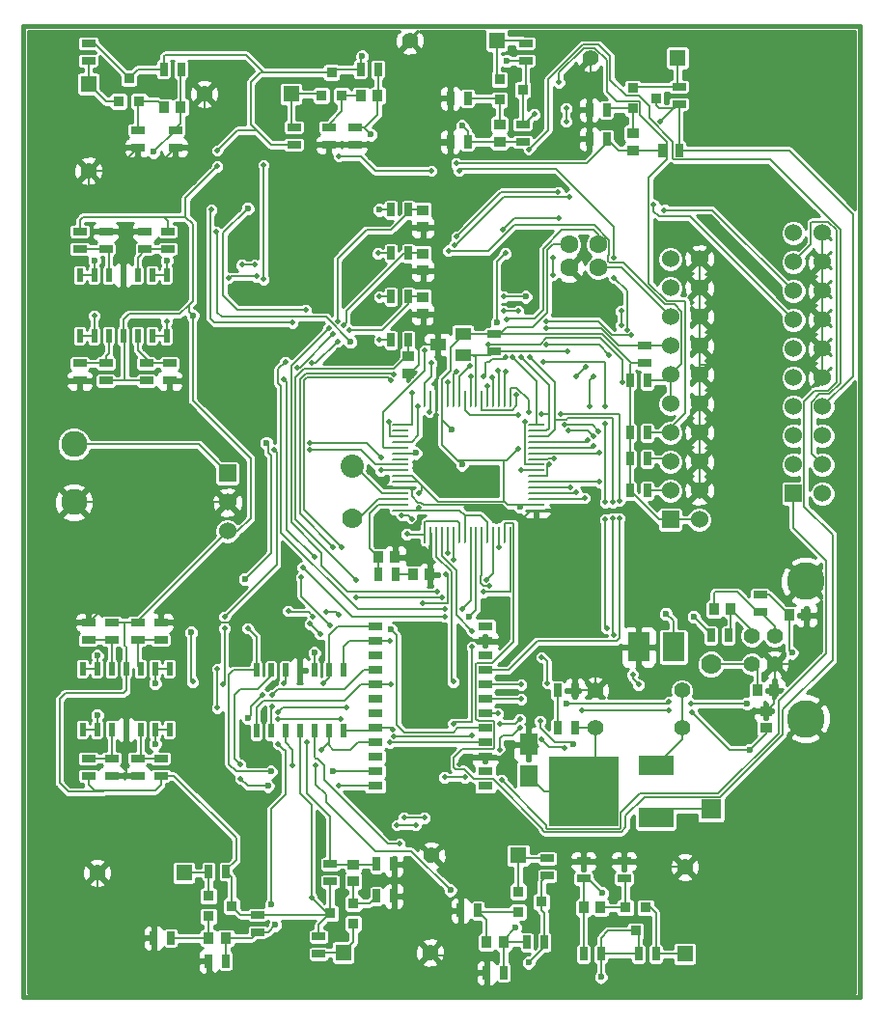
<source format=gtl>
G04 (created by PCBNEW-RS274X (20100406 SVN-R2509)-final) date Thu 29 Apr 2010 05:28:25 PM MSD*
G01*
G70*
G90*
%MOIN*%
G04 Gerber Fmt 3.4, Leading zero omitted, Abs format*
%FSLAX34Y34*%
G04 APERTURE LIST*
%ADD10C,0.001000*%
%ADD11C,0.015000*%
%ADD12R,0.039400X0.035400*%
%ADD13R,0.035400X0.039400*%
%ADD14R,0.059100X0.076800*%
%ADD15R,0.076800X0.098400*%
%ADD16C,0.056000*%
%ADD17C,0.130000*%
%ADD18C,0.090000*%
%ADD19R,0.055000X0.055000*%
%ADD20C,0.055000*%
%ADD21C,0.070000*%
%ADD22R,0.070000X0.070000*%
%ADD23R,0.120000X0.065000*%
%ADD24R,0.240000X0.240000*%
%ADD25C,0.080000*%
%ADD26C,0.063000*%
%ADD27R,0.055100X0.039300*%
%ADD28C,0.060000*%
%ADD29R,0.060000X0.060000*%
%ADD30R,0.025000X0.045000*%
%ADD31R,0.045000X0.025000*%
%ADD32R,0.020000X0.045000*%
%ADD33R,0.050000X0.030000*%
%ADD34R,0.036000X0.036000*%
%ADD35R,0.009800X0.060000*%
%ADD36O,0.009800X0.060000*%
%ADD37O,0.060000X0.009800*%
%ADD38C,0.019700*%
%ADD39C,0.023600*%
%ADD40C,0.008000*%
%ADD41C,0.007900*%
%ADD42C,0.010000*%
G04 APERTURE END LIST*
G54D10*
G54D11*
X54450Y-57000D02*
X71350Y-57000D01*
X54450Y-56900D02*
X54450Y-57000D01*
X54450Y-56600D02*
X54450Y-56900D01*
X54450Y-56350D02*
X54450Y-56600D01*
X54450Y-56000D02*
X54450Y-56350D01*
X54450Y-23450D02*
X54450Y-56000D01*
X55550Y-23450D02*
X54450Y-23450D01*
X55850Y-23450D02*
X55550Y-23450D01*
X83350Y-23450D02*
X55850Y-23450D01*
X83350Y-23600D02*
X83350Y-23450D01*
X83350Y-23750D02*
X83350Y-23600D01*
X83350Y-24050D02*
X83350Y-23750D01*
X83350Y-57000D02*
X83350Y-24050D01*
X83100Y-57000D02*
X83350Y-57000D01*
X82550Y-57000D02*
X83100Y-57000D01*
X82100Y-57000D02*
X82550Y-57000D01*
X81600Y-57000D02*
X82100Y-57000D01*
X71350Y-57000D02*
X81600Y-57000D01*
G54D12*
X68250Y-29804D03*
X68250Y-30396D03*
X67750Y-34854D03*
X67750Y-35446D03*
X68250Y-31304D03*
X68250Y-31896D03*
X68250Y-32804D03*
X68250Y-33396D03*
X65850Y-52404D03*
X65850Y-52996D03*
X70900Y-27446D03*
X70900Y-26854D03*
G54D13*
X71046Y-55100D03*
X70454Y-55100D03*
G54D12*
X75500Y-27746D03*
X75500Y-27154D03*
G54D13*
X73804Y-53900D03*
X74396Y-53900D03*
X66696Y-25850D03*
X66104Y-25850D03*
X61446Y-54950D03*
X60854Y-54950D03*
X59896Y-26250D03*
X59304Y-26250D03*
G54D12*
X80100Y-47696D03*
X80100Y-47104D03*
G54D13*
X80904Y-43800D03*
X81496Y-43800D03*
X66704Y-41800D03*
X67296Y-41800D03*
X78896Y-43600D03*
X78304Y-43600D03*
X67904Y-42400D03*
X68496Y-42400D03*
X79804Y-46400D03*
X80396Y-46400D03*
G54D14*
X71900Y-49341D03*
X71900Y-48259D03*
G54D15*
X76900Y-44900D03*
X75700Y-44900D03*
G54D16*
X80400Y-44508D03*
X79620Y-44508D03*
X80400Y-45492D03*
G54D17*
X81470Y-47370D03*
X81470Y-42630D03*
G54D16*
X79620Y-45492D03*
G54D18*
X56200Y-37900D03*
X56200Y-39900D03*
G54D19*
X65500Y-55450D03*
G54D20*
X68500Y-55450D03*
G54D19*
X70800Y-23950D03*
G54D20*
X67800Y-23950D03*
G54D19*
X71550Y-52100D03*
G54D20*
X68550Y-52100D03*
G54D19*
X77050Y-24550D03*
G54D20*
X74050Y-24550D03*
G54D19*
X77300Y-55500D03*
G54D20*
X77300Y-52500D03*
G54D19*
X63700Y-25800D03*
G54D20*
X60700Y-25800D03*
G54D19*
X60000Y-52700D03*
G54D20*
X57000Y-52700D03*
G54D19*
X56700Y-25450D03*
G54D20*
X56700Y-28450D03*
G54D21*
X78200Y-45500D03*
G54D22*
X78200Y-50500D03*
G54D23*
X76300Y-50800D03*
G54D24*
X73800Y-49900D03*
G54D23*
X76300Y-49000D03*
G54D25*
X65800Y-38650D03*
G54D21*
X65800Y-40450D03*
G54D26*
X73300Y-31000D03*
X74300Y-31000D03*
X74300Y-31800D03*
X73300Y-31800D03*
G54D27*
X69633Y-34824D03*
X69633Y-34076D03*
X68767Y-34450D03*
G54D28*
X61500Y-39900D03*
G54D29*
X61500Y-38900D03*
G54D28*
X61500Y-40900D03*
G54D30*
X67750Y-29800D03*
X67150Y-29800D03*
X67750Y-34300D03*
X67150Y-34300D03*
X67750Y-31300D03*
X67150Y-31300D03*
X67750Y-32800D03*
X67150Y-32800D03*
G54D31*
X58400Y-48750D03*
X58400Y-49350D03*
X59200Y-49350D03*
X59200Y-48750D03*
X57500Y-48750D03*
X57500Y-49350D03*
X56700Y-49350D03*
X56700Y-48750D03*
X56700Y-44650D03*
X56700Y-44050D03*
X57500Y-44050D03*
X57500Y-44650D03*
X59200Y-44650D03*
X59200Y-44050D03*
X58400Y-44050D03*
X58400Y-44650D03*
X57300Y-31150D03*
X57300Y-30550D03*
X56400Y-30550D03*
X56400Y-31150D03*
X58650Y-31150D03*
X58650Y-30550D03*
X59450Y-30550D03*
X59450Y-31150D03*
X59500Y-35100D03*
X59500Y-35700D03*
X58700Y-35700D03*
X58700Y-35100D03*
X56400Y-35100D03*
X56400Y-35700D03*
X57300Y-35700D03*
X57300Y-35100D03*
G54D30*
X66650Y-52400D03*
X67250Y-52400D03*
G54D31*
X65050Y-53000D03*
X65050Y-52400D03*
G54D30*
X69800Y-27450D03*
X69200Y-27450D03*
G54D31*
X71700Y-26850D03*
X71700Y-27450D03*
G54D30*
X66650Y-53500D03*
X67250Y-53500D03*
X69800Y-25950D03*
X69200Y-25950D03*
G54D31*
X64650Y-54900D03*
X64650Y-55500D03*
X71800Y-24650D03*
X71800Y-24050D03*
G54D30*
X71050Y-56150D03*
X70450Y-56150D03*
X72450Y-55100D03*
X71850Y-55100D03*
X74600Y-27350D03*
X74000Y-27350D03*
X77100Y-27750D03*
X76500Y-27750D03*
X70150Y-54000D03*
X69550Y-54000D03*
X74600Y-26350D03*
X74000Y-26350D03*
G54D31*
X72550Y-52800D03*
X72550Y-52200D03*
X77100Y-26150D03*
X77100Y-25550D03*
X73800Y-52900D03*
X73800Y-52300D03*
G54D30*
X74400Y-55500D03*
X73800Y-55500D03*
G54D31*
X65900Y-26950D03*
X65900Y-27550D03*
G54D30*
X66100Y-24950D03*
X66700Y-24950D03*
G54D31*
X75200Y-52900D03*
X75200Y-52300D03*
X65000Y-26950D03*
X65000Y-27550D03*
G54D30*
X75700Y-55500D03*
X76300Y-55500D03*
G54D31*
X63800Y-27550D03*
X63800Y-26950D03*
G54D30*
X61450Y-55750D03*
X60850Y-55750D03*
G54D31*
X62550Y-54150D03*
X62550Y-54750D03*
X59700Y-27050D03*
X59700Y-27650D03*
G54D30*
X59300Y-24950D03*
X59900Y-24950D03*
X59550Y-54950D03*
X58950Y-54950D03*
G54D31*
X58400Y-27050D03*
X58400Y-27650D03*
G54D30*
X61450Y-52650D03*
X60850Y-52650D03*
G54D31*
X56700Y-24050D03*
X56700Y-24650D03*
X70700Y-34100D03*
X70700Y-34700D03*
X79900Y-43100D03*
X79900Y-43700D03*
G54D30*
X78200Y-44500D03*
X78800Y-44500D03*
X66700Y-42400D03*
X67300Y-42400D03*
X75400Y-39500D03*
X76000Y-39500D03*
X75400Y-38400D03*
X76000Y-38400D03*
X75400Y-37500D03*
X76000Y-37500D03*
X72900Y-46400D03*
X73500Y-46400D03*
X73500Y-47700D03*
X72900Y-47700D03*
G54D32*
X62500Y-47800D03*
X63000Y-47800D03*
X63500Y-47800D03*
X64000Y-47800D03*
X64500Y-47800D03*
X65000Y-47800D03*
X65500Y-47800D03*
X65500Y-45700D03*
X65000Y-45700D03*
X64500Y-45700D03*
X64000Y-45700D03*
X63500Y-45700D03*
X63000Y-45700D03*
X62500Y-45700D03*
X59500Y-45650D03*
X59000Y-45650D03*
X58500Y-45650D03*
X58000Y-45650D03*
X57500Y-45650D03*
X57000Y-45650D03*
X56500Y-45650D03*
X56500Y-47750D03*
X57000Y-47750D03*
X57500Y-47750D03*
X58000Y-47750D03*
X58500Y-47750D03*
X59000Y-47750D03*
X59500Y-47750D03*
X56400Y-34150D03*
X56900Y-34150D03*
X57400Y-34150D03*
X57900Y-34150D03*
X58400Y-34150D03*
X58900Y-34150D03*
X59400Y-34150D03*
X59400Y-32050D03*
X58900Y-32050D03*
X58400Y-32050D03*
X57900Y-32050D03*
X57400Y-32050D03*
X56900Y-32050D03*
X56400Y-32050D03*
G54D33*
X70400Y-49700D03*
X70400Y-49200D03*
X70400Y-48700D03*
X70400Y-48200D03*
X70400Y-47700D03*
X70400Y-47200D03*
X70400Y-46700D03*
X70400Y-46200D03*
X70400Y-45700D03*
X70400Y-45200D03*
X70400Y-44700D03*
X70400Y-44200D03*
X66600Y-49700D03*
X66600Y-49200D03*
X66600Y-48700D03*
X66600Y-48200D03*
X66600Y-47700D03*
X66600Y-47200D03*
X66600Y-46700D03*
X66600Y-46200D03*
X66600Y-45700D03*
X66600Y-45200D03*
X66600Y-44700D03*
X66600Y-44200D03*
G54D34*
X65850Y-53750D03*
X65850Y-54450D03*
X65050Y-54100D03*
X70900Y-26000D03*
X70900Y-25300D03*
X71700Y-25650D03*
X71550Y-54050D03*
X71550Y-53350D03*
X72350Y-53700D03*
X75500Y-26300D03*
X75500Y-25600D03*
X76300Y-25950D03*
X75250Y-53900D03*
X75950Y-53900D03*
X75600Y-54700D03*
X65450Y-25850D03*
X64750Y-25850D03*
X65100Y-25050D03*
X60850Y-54200D03*
X60850Y-53500D03*
X61650Y-53850D03*
X58450Y-26050D03*
X57750Y-26050D03*
X58100Y-25250D03*
G54D29*
X81050Y-39600D03*
G54D28*
X82050Y-39600D03*
X81050Y-38600D03*
X82050Y-38600D03*
X81050Y-37600D03*
X82050Y-37600D03*
X81050Y-36600D03*
X82050Y-36600D03*
X81050Y-35600D03*
X82050Y-35600D03*
X81050Y-34600D03*
X82050Y-34600D03*
X81050Y-33600D03*
X82050Y-33600D03*
X81050Y-32600D03*
X82050Y-32600D03*
X81050Y-31600D03*
X82050Y-31600D03*
X81050Y-30600D03*
X82050Y-30600D03*
G54D29*
X76800Y-40500D03*
G54D28*
X77800Y-40500D03*
X76800Y-39500D03*
X77800Y-39500D03*
X76800Y-38500D03*
X77800Y-38500D03*
X76800Y-37500D03*
X77800Y-37500D03*
X76800Y-36500D03*
X77800Y-36500D03*
X76800Y-35500D03*
X77800Y-35500D03*
X76800Y-34500D03*
X77800Y-34500D03*
X76800Y-33500D03*
X77800Y-33500D03*
X76800Y-32500D03*
X77800Y-32500D03*
X76800Y-31500D03*
X77800Y-31500D03*
G54D35*
X68324Y-41011D03*
G54D36*
X68521Y-41011D03*
X68718Y-41011D03*
X68915Y-41011D03*
X69112Y-41011D03*
X69308Y-41011D03*
X69505Y-41011D03*
X69702Y-41011D03*
X69899Y-41011D03*
X70096Y-41011D03*
X70293Y-41011D03*
X70489Y-41011D03*
X70686Y-41011D03*
X70883Y-41011D03*
X71080Y-41011D03*
X71277Y-41011D03*
G54D37*
X72175Y-40176D03*
X72175Y-39979D03*
X72175Y-39782D03*
X72175Y-39585D03*
X72175Y-39388D03*
X72175Y-39192D03*
X72175Y-38995D03*
X72175Y-38798D03*
X72175Y-38601D03*
X72175Y-38404D03*
X72175Y-38207D03*
X72175Y-38011D03*
X72175Y-37814D03*
X72175Y-37617D03*
X72175Y-37420D03*
X72175Y-37223D03*
G54D36*
X71277Y-36325D03*
X71080Y-36325D03*
X70883Y-36325D03*
X70686Y-36325D03*
X70489Y-36325D03*
X70293Y-36325D03*
X70096Y-36325D03*
X69899Y-36325D03*
X69702Y-36325D03*
X69505Y-36325D03*
X69308Y-36325D03*
X69112Y-36325D03*
X68915Y-36325D03*
X68718Y-36325D03*
X68521Y-36325D03*
X68324Y-36325D03*
G54D37*
X67489Y-37223D03*
X67489Y-37420D03*
X67489Y-37814D03*
X67482Y-37617D03*
X67489Y-38011D03*
X67489Y-38207D03*
X67489Y-38404D03*
X67489Y-38601D03*
X67489Y-38798D03*
X67489Y-38995D03*
X67489Y-39189D03*
X67489Y-39386D03*
X67489Y-39583D03*
X67489Y-39780D03*
X67489Y-39976D03*
X67489Y-40173D03*
G54D31*
X75900Y-35100D03*
X75900Y-34500D03*
G54D30*
X75400Y-35700D03*
X76000Y-35700D03*
G54D20*
X74200Y-47700D03*
X77200Y-47700D03*
X77200Y-46400D03*
X74200Y-46400D03*
G54D38*
X70850Y-47200D03*
X61150Y-28300D03*
X61150Y-27750D03*
X76450Y-26750D03*
X72100Y-26500D03*
G54D39*
X71150Y-24650D03*
X66150Y-24500D03*
G54D38*
X64400Y-53550D03*
G54D39*
X71900Y-55800D03*
X74400Y-56300D03*
X60300Y-33450D03*
G54D38*
X73330Y-29347D03*
X69343Y-31012D03*
X68542Y-35095D03*
X71924Y-27706D03*
X68485Y-36772D03*
X73250Y-34700D03*
X68316Y-34650D03*
X69135Y-31213D03*
X71899Y-36801D03*
X73147Y-37228D03*
X74326Y-37441D03*
X67869Y-36123D03*
X72519Y-33897D03*
X67082Y-37122D03*
X72955Y-25400D03*
X68100Y-39600D03*
X67700Y-41000D03*
G54D39*
X71600Y-40050D03*
G54D38*
X71550Y-38050D03*
G54D39*
X69600Y-38600D03*
X69250Y-37400D03*
G54D38*
X70850Y-35350D03*
X67100Y-48200D03*
X64700Y-44450D03*
X64350Y-44100D03*
X65450Y-41450D03*
X67150Y-35700D03*
X69100Y-35750D03*
G54D39*
X70800Y-33700D03*
G54D38*
X71100Y-31300D03*
X71100Y-35400D03*
G54D39*
X67150Y-44300D03*
G54D38*
X65050Y-44150D03*
X64050Y-42500D03*
X65150Y-41450D03*
X67250Y-35500D03*
X69400Y-35400D03*
X71350Y-34900D03*
X71650Y-46700D03*
X74600Y-44250D03*
X74550Y-40500D03*
X74550Y-39900D03*
X74550Y-37200D03*
X74550Y-36600D03*
X72400Y-35050D03*
X70650Y-35600D03*
X75050Y-40450D03*
X75050Y-39850D03*
X73000Y-36850D03*
X72350Y-36850D03*
X71650Y-34900D03*
X71550Y-33300D03*
X71050Y-33300D03*
X69600Y-43600D03*
X69000Y-43600D03*
X65700Y-33950D03*
X65300Y-34350D03*
X64400Y-35100D03*
X63500Y-35050D03*
G54D39*
X69850Y-43850D03*
G54D38*
X69000Y-43850D03*
X64100Y-42150D03*
X64500Y-41800D03*
X65500Y-33800D03*
X65150Y-34100D03*
X63900Y-35250D03*
X63450Y-35650D03*
X65950Y-42600D03*
X70450Y-42600D03*
X70350Y-43000D03*
X68750Y-43000D03*
X65300Y-33650D03*
X65000Y-33900D03*
X69300Y-46100D03*
X69300Y-47550D03*
X69950Y-44900D03*
X69950Y-44350D03*
X69100Y-41650D03*
X69050Y-42400D03*
X68250Y-43400D03*
X69300Y-41900D03*
X71650Y-46200D03*
X74850Y-44500D03*
X74800Y-40450D03*
X74800Y-39900D03*
X71950Y-34900D03*
G54D39*
X71800Y-32800D03*
G54D38*
X71050Y-32800D03*
X56900Y-33450D03*
X59400Y-33650D03*
G54D39*
X59400Y-31550D03*
X56900Y-31550D03*
X59000Y-46150D03*
X57000Y-45200D03*
X57000Y-47250D03*
X59000Y-48250D03*
G54D38*
X70550Y-42800D03*
X68900Y-43200D03*
X65950Y-43200D03*
X65350Y-43800D03*
X64900Y-43700D03*
X64450Y-43850D03*
X63600Y-43650D03*
X65350Y-27950D03*
X68550Y-28450D03*
X69500Y-28450D03*
X74850Y-31450D03*
X74850Y-32150D03*
X75300Y-33950D03*
X73850Y-39750D03*
X73200Y-26300D03*
X73200Y-26750D03*
X72750Y-31450D03*
X72750Y-32050D03*
X73550Y-39550D03*
X75100Y-33300D03*
X75100Y-33800D03*
X74150Y-35550D03*
X74000Y-36600D03*
X73350Y-39400D03*
X75500Y-45850D03*
X75700Y-46200D03*
X74350Y-39200D03*
X72550Y-46150D03*
X72350Y-45250D03*
X74350Y-38200D03*
X67350Y-51050D03*
X68000Y-51050D03*
X74150Y-37950D03*
X67600Y-50800D03*
X68300Y-50800D03*
X73950Y-37750D03*
G54D39*
X58950Y-27800D03*
G54D38*
X60950Y-29800D03*
X63750Y-33700D03*
G54D39*
X66450Y-27200D03*
G54D38*
X62750Y-28250D03*
X62750Y-32200D03*
G54D39*
X69600Y-26900D03*
G54D38*
X69400Y-28200D03*
X63750Y-49000D03*
G54D39*
X69200Y-53300D03*
X74450Y-53400D03*
G54D38*
X64550Y-49000D03*
G54D39*
X71450Y-54600D03*
G54D38*
X67450Y-51700D03*
G54D39*
X64500Y-45100D03*
G54D38*
X64250Y-48200D03*
X63450Y-46150D03*
X63250Y-48250D03*
G54D39*
X63150Y-54500D03*
X63000Y-53800D03*
G54D38*
X71650Y-30800D03*
X71950Y-31150D03*
X69500Y-48950D03*
G54D39*
X58350Y-47100D03*
X58600Y-43200D03*
X59400Y-43500D03*
X71700Y-40450D03*
X75650Y-40200D03*
G54D38*
X68150Y-40450D03*
X68550Y-42800D03*
G54D39*
X63250Y-30050D03*
G54D38*
X68700Y-34050D03*
G54D39*
X69450Y-30300D03*
X64200Y-44650D03*
X69600Y-44400D03*
G54D38*
X68700Y-36900D03*
X74684Y-34809D03*
X72529Y-34458D03*
X71486Y-36189D03*
X75141Y-35737D03*
X70518Y-34439D03*
X69874Y-35176D03*
X76224Y-29629D03*
X72927Y-29189D03*
X69422Y-30729D03*
X71781Y-37105D03*
X66800Y-38800D03*
X66800Y-38350D03*
X64350Y-37850D03*
G54D39*
X62850Y-37850D03*
G54D38*
X60300Y-46100D03*
X62700Y-46550D03*
G54D39*
X81000Y-45100D03*
X79450Y-46850D03*
G54D38*
X77500Y-46850D03*
X76750Y-46800D03*
G54D39*
X73200Y-46850D03*
G54D38*
X73150Y-48400D03*
X72350Y-48100D03*
X71600Y-47700D03*
X70900Y-48450D03*
X69700Y-49400D03*
X69000Y-49400D03*
X65400Y-47400D03*
X63250Y-47400D03*
G54D39*
X62200Y-47350D03*
X60250Y-44400D03*
X62100Y-42550D03*
G54D38*
X63100Y-38100D03*
X64350Y-38100D03*
X65600Y-47000D03*
X67250Y-48000D03*
X69950Y-47950D03*
X70900Y-47550D03*
X71600Y-47400D03*
X72300Y-47450D03*
G54D39*
X73450Y-48250D03*
G54D38*
X73750Y-47100D03*
X76750Y-47100D03*
X77550Y-47150D03*
X63250Y-47150D03*
X61350Y-46200D03*
X61400Y-44250D03*
X61400Y-43850D03*
G54D39*
X77600Y-43850D03*
X79550Y-48450D03*
G54D38*
X70350Y-35550D03*
X69900Y-35550D03*
X71100Y-34900D03*
X71150Y-33600D03*
X70966Y-49483D03*
X68092Y-36601D03*
X73877Y-35220D03*
X73551Y-35558D03*
X71537Y-36874D03*
X75458Y-34129D03*
X72525Y-33636D03*
X70479Y-35874D03*
X74139Y-37611D03*
X73273Y-37432D03*
X72787Y-38379D03*
X76594Y-29803D03*
X72935Y-30081D03*
X71014Y-30474D03*
X72607Y-38578D03*
X67528Y-40354D03*
X67875Y-40484D03*
X70887Y-41446D03*
X68100Y-40100D03*
G54D39*
X68000Y-38200D03*
G54D38*
X71650Y-38800D03*
G54D39*
X76650Y-43750D03*
X66750Y-29800D03*
G54D38*
X66700Y-31300D03*
X62000Y-31700D03*
X62450Y-31700D03*
X61550Y-32150D03*
X62500Y-32100D03*
G54D39*
X62200Y-29750D03*
G54D38*
X64200Y-33250D03*
X66750Y-32800D03*
X61100Y-30550D03*
G54D39*
X65750Y-34350D03*
G54D38*
X66750Y-34300D03*
X62200Y-44250D03*
G54D39*
X65150Y-49200D03*
X63000Y-49200D03*
G54D38*
X67200Y-47750D03*
X61950Y-49450D03*
X61950Y-48950D03*
X65350Y-49700D03*
G54D39*
X62900Y-49700D03*
G54D38*
X61150Y-45650D03*
X61150Y-47000D03*
X64750Y-48450D03*
X63050Y-46950D03*
X63050Y-46550D03*
X64800Y-46150D03*
X67150Y-46200D03*
X67100Y-44700D03*
G54D40*
X56200Y-37900D02*
X60500Y-37900D01*
X60500Y-37900D02*
X61500Y-38900D01*
X75700Y-55500D02*
X75700Y-54800D01*
X75700Y-54800D02*
X75600Y-54700D01*
X74400Y-55500D02*
X75700Y-55500D01*
X57950Y-44050D02*
X58400Y-44050D01*
X57500Y-44050D02*
X57950Y-44050D01*
X57950Y-35700D02*
X57300Y-35700D01*
X58700Y-35700D02*
X57950Y-35700D01*
X65050Y-54100D02*
X65050Y-53000D01*
X64650Y-54900D02*
X64650Y-54500D01*
X64650Y-54500D02*
X65050Y-54100D01*
X63800Y-27550D02*
X63000Y-27550D01*
X63000Y-27550D02*
X62500Y-27050D01*
X61500Y-40900D02*
X61850Y-40900D01*
X61850Y-40900D02*
X62300Y-40450D01*
X62300Y-40450D02*
X62300Y-38400D01*
X62300Y-38400D02*
X60300Y-36400D01*
X60300Y-36400D02*
X60300Y-33450D01*
X58400Y-44050D02*
X58400Y-44000D01*
X58400Y-44000D02*
X61500Y-40900D01*
X76900Y-26300D02*
X76450Y-26750D01*
X77100Y-26150D02*
X77050Y-26150D01*
X77050Y-26150D02*
X76900Y-26300D01*
X76900Y-26300D02*
X76950Y-26300D01*
X76950Y-26300D02*
X77100Y-26150D01*
X76300Y-25950D02*
X76300Y-26200D01*
X76300Y-26200D02*
X76400Y-26300D01*
X76400Y-26300D02*
X76900Y-26300D01*
X64000Y-49950D02*
X64400Y-50350D01*
X64000Y-49950D02*
X64000Y-48650D01*
X64000Y-47800D02*
X64000Y-48650D01*
X64400Y-50350D02*
X64400Y-53550D01*
X61450Y-52650D02*
X61450Y-52600D01*
X61450Y-52600D02*
X61800Y-52250D01*
X61800Y-52250D02*
X61800Y-51500D01*
X61800Y-51500D02*
X59650Y-49350D01*
X59650Y-49350D02*
X59200Y-49350D01*
X70400Y-47200D02*
X70850Y-47200D01*
X77100Y-27750D02*
X80900Y-27750D01*
X80900Y-27750D02*
X83100Y-29950D01*
X83100Y-29950D02*
X83100Y-35550D01*
X83100Y-35550D02*
X82050Y-36600D01*
X60050Y-30050D02*
X60050Y-29400D01*
X60050Y-29400D02*
X61150Y-28300D01*
X61150Y-27750D02*
X61850Y-27050D01*
X61850Y-27050D02*
X62500Y-27050D01*
X72100Y-26500D02*
X71750Y-26850D01*
X71750Y-26850D02*
X71700Y-26850D01*
X66150Y-24500D02*
X66100Y-24550D01*
X66100Y-24550D02*
X66100Y-24950D01*
X71800Y-24650D02*
X71150Y-24650D01*
X59300Y-24950D02*
X59300Y-24500D01*
X59300Y-24500D02*
X59350Y-24450D01*
X59350Y-24450D02*
X62150Y-24450D01*
X62150Y-24450D02*
X62750Y-25050D01*
X58000Y-45650D02*
X58000Y-46400D01*
X58000Y-46400D02*
X57900Y-46500D01*
X57900Y-46500D02*
X55900Y-46500D01*
X55900Y-46500D02*
X55700Y-46700D01*
X55700Y-46700D02*
X55700Y-49600D01*
X55700Y-49600D02*
X56000Y-49900D01*
X56000Y-49900D02*
X57200Y-49900D01*
X57200Y-49900D02*
X57200Y-49850D01*
X64400Y-53550D02*
X64950Y-54100D01*
X64950Y-54100D02*
X65050Y-54100D01*
X72450Y-55100D02*
X72450Y-55250D01*
X72450Y-55250D02*
X71900Y-55800D01*
X74400Y-56300D02*
X74400Y-55500D01*
X62550Y-54150D02*
X65000Y-54150D01*
X65000Y-54150D02*
X65050Y-54100D01*
X60175Y-33075D02*
X60175Y-33325D01*
X60175Y-33325D02*
X60300Y-33450D01*
X60050Y-30050D02*
X60300Y-30300D01*
X60300Y-30300D02*
X60300Y-32950D01*
X60300Y-32950D02*
X60175Y-33075D01*
X60175Y-33075D02*
X59850Y-33400D01*
X59850Y-33400D02*
X58100Y-33400D01*
X58100Y-33400D02*
X57900Y-33600D01*
X57900Y-33600D02*
X57900Y-34150D01*
X59300Y-30050D02*
X60050Y-30050D01*
X57950Y-35700D02*
X57950Y-34200D01*
X57950Y-34200D02*
X57900Y-34150D01*
X59450Y-30550D02*
X59450Y-30200D01*
X59450Y-30200D02*
X59300Y-30050D01*
X59300Y-30050D02*
X56500Y-30050D01*
X56500Y-30050D02*
X56400Y-30150D01*
X56400Y-30150D02*
X56400Y-30550D01*
X57200Y-49850D02*
X59000Y-49850D01*
X59000Y-49850D02*
X59200Y-49650D01*
X59200Y-49650D02*
X59200Y-49350D01*
X56700Y-49350D02*
X56700Y-49650D01*
X56700Y-49650D02*
X56900Y-49850D01*
X56900Y-49850D02*
X57200Y-49850D01*
X58000Y-45650D02*
X58000Y-44900D01*
X58000Y-44900D02*
X57950Y-44850D01*
X57950Y-44850D02*
X57950Y-44050D01*
X72350Y-53700D02*
X72350Y-53000D01*
X72350Y-53000D02*
X72550Y-52800D01*
X72350Y-53700D02*
X72350Y-54000D01*
X72350Y-54000D02*
X72450Y-54100D01*
X72450Y-54100D02*
X72450Y-55100D01*
X75600Y-54700D02*
X74650Y-54700D01*
X74650Y-54700D02*
X74400Y-54950D01*
X74400Y-54950D02*
X74400Y-55500D01*
X77100Y-26150D02*
X77100Y-27750D01*
X71700Y-26850D02*
X71700Y-25650D01*
X71800Y-24650D02*
X71800Y-25550D01*
X71800Y-25550D02*
X71700Y-25650D01*
X62750Y-25050D02*
X65100Y-25050D01*
X62500Y-27050D02*
X62300Y-26850D01*
X62300Y-26850D02*
X62300Y-25400D01*
X62300Y-25400D02*
X62650Y-25050D01*
X62650Y-25050D02*
X62750Y-25050D01*
X66100Y-24950D02*
X65200Y-24950D01*
X65200Y-24950D02*
X65100Y-25050D01*
X56700Y-24050D02*
X56900Y-24050D01*
X56900Y-24050D02*
X58100Y-25250D01*
X59300Y-24950D02*
X58400Y-24950D01*
X58400Y-24950D02*
X58100Y-25250D01*
X62550Y-54150D02*
X61950Y-54150D01*
X61950Y-54150D02*
X61650Y-53850D01*
X61650Y-53850D02*
X61650Y-52850D01*
X61650Y-52850D02*
X61450Y-52650D01*
X69343Y-31012D02*
X69391Y-31012D01*
X69391Y-31012D02*
X71044Y-29359D01*
X71044Y-29359D02*
X73318Y-29359D01*
X73318Y-29359D02*
X73330Y-29347D01*
X68324Y-36325D02*
X68324Y-35783D01*
X68324Y-35783D02*
X68542Y-35565D01*
X68542Y-35565D02*
X68542Y-35095D01*
X82050Y-38600D02*
X81679Y-38229D01*
X81679Y-38229D02*
X81679Y-36438D01*
X81679Y-36438D02*
X81963Y-36154D01*
X81963Y-36154D02*
X82295Y-36154D01*
X82295Y-36154D02*
X82673Y-35776D01*
X82673Y-35776D02*
X82673Y-30483D01*
X82673Y-30483D02*
X80237Y-28047D01*
X80237Y-28047D02*
X76917Y-28047D01*
X76917Y-28047D02*
X76895Y-28025D01*
X76895Y-28025D02*
X76895Y-27442D01*
X76895Y-27442D02*
X76066Y-26613D01*
X76066Y-26613D02*
X76066Y-26210D01*
X76066Y-26210D02*
X75708Y-25852D01*
X75708Y-25852D02*
X75270Y-25852D01*
X75270Y-25852D02*
X74731Y-25313D01*
X74731Y-25313D02*
X74731Y-24492D01*
X74731Y-24492D02*
X74331Y-24092D01*
X74331Y-24092D02*
X73770Y-24092D01*
X73770Y-24092D02*
X72583Y-25279D01*
X72583Y-25279D02*
X72583Y-27047D01*
X72583Y-27047D02*
X71924Y-27706D01*
X68521Y-36325D02*
X68521Y-36736D01*
X68521Y-36736D02*
X68485Y-36772D01*
X70000Y-34824D02*
X70096Y-34824D01*
X69633Y-34824D02*
X70000Y-34824D01*
X70096Y-34824D02*
X70576Y-34824D01*
X70576Y-34824D02*
X70700Y-34700D01*
X74300Y-31800D02*
X75100Y-31800D01*
X75100Y-31800D02*
X76800Y-33500D01*
X70700Y-34700D02*
X73250Y-34700D01*
X70096Y-34824D02*
X70070Y-34850D01*
X70070Y-34850D02*
X70000Y-34850D01*
X70000Y-34850D02*
X70000Y-34824D01*
X70096Y-36325D02*
X70096Y-34824D01*
X69135Y-31213D02*
X70528Y-31213D01*
X70528Y-31213D02*
X71411Y-30330D01*
X71411Y-30330D02*
X74177Y-30330D01*
X74177Y-30330D02*
X74694Y-30847D01*
X74694Y-30847D02*
X74694Y-31364D01*
X74694Y-31364D02*
X74657Y-31401D01*
X74657Y-31401D02*
X74657Y-31587D01*
X74657Y-31587D02*
X74701Y-31631D01*
X74701Y-31631D02*
X75186Y-31631D01*
X75186Y-31631D02*
X76619Y-33064D01*
X76619Y-33064D02*
X76949Y-33064D01*
X76949Y-33064D02*
X77198Y-33313D01*
X77198Y-33313D02*
X77198Y-35102D01*
X77198Y-35102D02*
X76800Y-35500D01*
X68316Y-34650D02*
X68316Y-35355D01*
X68316Y-35355D02*
X66897Y-36774D01*
X66897Y-36774D02*
X66897Y-37989D01*
X66897Y-37989D02*
X66919Y-38011D01*
X66919Y-38011D02*
X67489Y-38011D01*
X76000Y-35700D02*
X76600Y-35700D01*
X76600Y-35700D02*
X76800Y-35500D01*
X76800Y-35500D02*
X76800Y-36500D01*
X73147Y-37228D02*
X74113Y-37228D01*
X74113Y-37228D02*
X74326Y-37441D01*
X71277Y-36325D02*
X71277Y-35945D01*
X71899Y-36801D02*
X71899Y-36350D01*
X71899Y-36350D02*
X71494Y-35945D01*
X71494Y-35945D02*
X71277Y-35945D01*
X76000Y-38400D02*
X76700Y-38400D01*
X76700Y-38400D02*
X76800Y-38500D01*
X67869Y-37223D02*
X67869Y-36123D01*
X67489Y-37223D02*
X67869Y-37223D01*
X75900Y-34500D02*
X75010Y-34500D01*
X75010Y-34500D02*
X74407Y-33897D01*
X74407Y-33897D02*
X72519Y-33897D01*
X76800Y-34500D02*
X75900Y-34500D01*
X67102Y-37617D02*
X67102Y-37142D01*
X67102Y-37142D02*
X67082Y-37122D01*
X76643Y-37500D02*
X77322Y-36821D01*
X77322Y-36821D02*
X77322Y-32974D01*
X77322Y-32974D02*
X77300Y-32952D01*
X77300Y-32952D02*
X76666Y-32952D01*
X76666Y-32952D02*
X76053Y-32339D01*
X76053Y-32339D02*
X76053Y-28689D01*
X76053Y-28689D02*
X76696Y-28046D01*
X76696Y-28046D02*
X76696Y-27453D01*
X76696Y-27453D02*
X75751Y-26508D01*
X75751Y-26508D02*
X75751Y-26091D01*
X75751Y-26091D02*
X75708Y-26048D01*
X75708Y-26048D02*
X74944Y-26048D01*
X74944Y-26048D02*
X74619Y-25723D01*
X74619Y-25723D02*
X74619Y-24628D01*
X74619Y-24628D02*
X74195Y-24204D01*
X74195Y-24204D02*
X73817Y-24204D01*
X73817Y-24204D02*
X72955Y-25066D01*
X72955Y-25066D02*
X72955Y-25400D01*
X67482Y-37617D02*
X67102Y-37617D01*
X76643Y-37500D02*
X76800Y-37500D01*
X76000Y-37500D02*
X76643Y-37500D01*
X71075Y-39875D02*
X71050Y-39875D01*
X71075Y-39875D02*
X71050Y-39850D01*
X71050Y-39850D02*
X71050Y-38450D01*
X71671Y-39979D02*
X71179Y-39979D01*
X71179Y-39979D02*
X71075Y-39875D01*
X71050Y-39875D02*
X68775Y-39875D01*
X68775Y-39875D02*
X68225Y-39325D01*
X75400Y-38400D02*
X75400Y-39500D01*
X75400Y-37500D02*
X75400Y-38400D01*
X68225Y-39325D02*
X68089Y-39189D01*
X75400Y-35700D02*
X75400Y-37500D01*
X76800Y-40500D02*
X76400Y-40500D01*
X76400Y-40500D02*
X75400Y-39500D01*
X77800Y-40500D02*
X76800Y-40500D01*
X69633Y-34076D02*
X69633Y-34117D01*
X69633Y-34117D02*
X69200Y-34550D01*
X69200Y-34550D02*
X69200Y-35350D01*
X69200Y-35350D02*
X68915Y-35635D01*
X68915Y-35635D02*
X68915Y-36325D01*
X70700Y-34100D02*
X69657Y-34100D01*
X69657Y-34100D02*
X69633Y-34076D01*
X70900Y-34100D02*
X74450Y-34100D01*
X74450Y-34100D02*
X75450Y-35100D01*
X70700Y-34100D02*
X70900Y-34100D01*
X71700Y-39979D02*
X72175Y-39979D01*
X71671Y-39979D02*
X71700Y-39979D01*
X71050Y-38450D02*
X69450Y-38450D01*
X71550Y-38050D02*
X71150Y-38450D01*
X71150Y-38450D02*
X71050Y-38450D01*
X71700Y-39979D02*
X71671Y-39979D01*
X69450Y-38450D02*
X68915Y-37915D01*
X68915Y-37915D02*
X68915Y-37065D01*
X69600Y-38600D02*
X69450Y-38450D01*
X70900Y-34100D02*
X71150Y-33850D01*
X71150Y-33850D02*
X72050Y-33850D01*
X72050Y-33850D02*
X72550Y-33350D01*
X72550Y-33350D02*
X72550Y-31200D01*
X72550Y-31200D02*
X72750Y-31000D01*
X72750Y-31000D02*
X73300Y-31000D01*
X70700Y-34100D02*
X70900Y-34100D01*
X73800Y-49900D02*
X72459Y-49900D01*
X72459Y-49900D02*
X71900Y-49341D01*
X75450Y-35100D02*
X75400Y-35150D01*
X75400Y-35150D02*
X75400Y-35700D01*
X75900Y-35100D02*
X75450Y-35100D01*
X74200Y-47700D02*
X74200Y-49500D01*
X74200Y-49500D02*
X73800Y-49900D01*
X74200Y-47700D02*
X73500Y-47700D01*
X68324Y-41011D02*
X68324Y-40576D01*
X68324Y-40576D02*
X68350Y-40550D01*
X68350Y-40550D02*
X69450Y-40550D01*
X69450Y-40550D02*
X69505Y-40605D01*
X69505Y-40605D02*
X69505Y-41011D01*
X68225Y-39325D02*
X68225Y-39475D01*
X68225Y-39475D02*
X68100Y-39600D01*
X67700Y-41000D02*
X67711Y-41011D01*
X67711Y-41011D02*
X68324Y-41011D01*
X67489Y-38995D02*
X67895Y-38995D01*
X67895Y-38995D02*
X68089Y-39189D01*
X68089Y-39189D02*
X67489Y-39189D01*
X71600Y-40050D02*
X71671Y-39979D01*
X69250Y-37400D02*
X68915Y-37065D01*
X68915Y-37065D02*
X68915Y-36325D01*
X70850Y-35350D02*
X70883Y-35383D01*
X70883Y-35383D02*
X70883Y-36325D01*
X64700Y-44450D02*
X64350Y-44100D01*
X65450Y-41450D02*
X64150Y-40150D01*
X64150Y-40150D02*
X64150Y-35700D01*
X64150Y-35700D02*
X64250Y-35600D01*
X64250Y-35600D02*
X67050Y-35600D01*
X67050Y-35600D02*
X67150Y-35700D01*
X69100Y-35750D02*
X69112Y-35762D01*
X69112Y-35762D02*
X69112Y-36325D01*
X70400Y-48200D02*
X67100Y-48200D01*
X71100Y-31300D02*
X70800Y-31600D01*
X70800Y-31600D02*
X70800Y-33700D01*
X71100Y-35400D02*
X71080Y-35420D01*
X71080Y-35420D02*
X71080Y-36325D01*
X70400Y-47700D02*
X69450Y-47700D01*
X69450Y-47700D02*
X69300Y-47850D01*
X69300Y-47850D02*
X67600Y-47850D01*
X67600Y-47850D02*
X67350Y-47600D01*
X67350Y-47600D02*
X67350Y-44500D01*
X67350Y-44500D02*
X67150Y-44300D01*
X65050Y-44150D02*
X64050Y-43150D01*
X64050Y-43150D02*
X64050Y-42500D01*
X65150Y-41450D02*
X64000Y-40300D01*
X64000Y-40300D02*
X64000Y-35650D01*
X64000Y-35650D02*
X64200Y-35450D01*
X64200Y-35450D02*
X67200Y-35450D01*
X67200Y-35450D02*
X67250Y-35500D01*
X69400Y-35400D02*
X69308Y-35492D01*
X69308Y-35492D02*
X69308Y-36325D01*
X72175Y-37223D02*
X72175Y-35725D01*
X72175Y-35725D02*
X71350Y-34900D01*
X74600Y-44250D02*
X74550Y-44200D01*
X74550Y-44200D02*
X74550Y-40500D01*
X74550Y-39900D02*
X74550Y-37200D01*
X74550Y-36600D02*
X74550Y-35050D01*
X74550Y-35050D02*
X72400Y-35050D01*
X70650Y-35600D02*
X70686Y-35636D01*
X70686Y-35636D02*
X70686Y-36325D01*
X70400Y-46700D02*
X71650Y-46700D01*
X72600Y-36850D02*
X72600Y-35850D01*
X72600Y-35850D02*
X71650Y-34900D01*
X72175Y-37420D02*
X72530Y-37420D01*
X72530Y-37420D02*
X72600Y-37350D01*
X72600Y-37350D02*
X72600Y-36850D01*
X70400Y-45700D02*
X71200Y-45700D01*
X71200Y-45700D02*
X72200Y-44700D01*
X72200Y-44700D02*
X74950Y-44700D01*
X74950Y-44700D02*
X75050Y-44600D01*
X75050Y-44600D02*
X75050Y-40450D01*
X75050Y-39850D02*
X75050Y-36850D01*
X75050Y-36850D02*
X73000Y-36850D01*
X72350Y-36850D02*
X72600Y-36850D01*
X71550Y-33300D02*
X71050Y-33300D01*
X69600Y-43600D02*
X69899Y-43301D01*
X69899Y-43301D02*
X69899Y-41011D01*
X63500Y-35050D02*
X63250Y-35300D01*
X63250Y-35300D02*
X63250Y-35800D01*
X63250Y-35800D02*
X63350Y-35900D01*
X63350Y-35900D02*
X63350Y-40950D01*
X63350Y-40950D02*
X66000Y-43600D01*
X66000Y-43600D02*
X69000Y-43600D01*
X65700Y-33950D02*
X66850Y-33950D01*
X66850Y-33950D02*
X67750Y-33050D01*
X67750Y-33050D02*
X67750Y-32800D01*
X65300Y-34350D02*
X64550Y-35100D01*
X64550Y-35100D02*
X64400Y-35100D01*
X67750Y-32800D02*
X68246Y-32800D01*
X68246Y-32800D02*
X68250Y-32804D01*
X69850Y-43850D02*
X70096Y-43604D01*
X70096Y-43604D02*
X70096Y-41011D01*
X64100Y-42150D02*
X65800Y-43850D01*
X65800Y-43850D02*
X69000Y-43850D01*
X63450Y-35650D02*
X63550Y-35750D01*
X63550Y-35750D02*
X63550Y-40850D01*
X63550Y-40850D02*
X64500Y-41800D01*
X65500Y-33800D02*
X65600Y-33700D01*
X65600Y-33700D02*
X65600Y-33300D01*
X65600Y-33300D02*
X67600Y-31300D01*
X67600Y-31300D02*
X67750Y-31300D01*
X65150Y-34100D02*
X64000Y-35250D01*
X64000Y-35250D02*
X63900Y-35250D01*
X67750Y-31300D02*
X68246Y-31300D01*
X68246Y-31300D02*
X68250Y-31304D01*
X67750Y-34854D02*
X67696Y-34854D01*
X67696Y-34854D02*
X67250Y-35300D01*
X67250Y-35300D02*
X64150Y-35300D01*
X64150Y-35300D02*
X63850Y-35600D01*
X63850Y-35600D02*
X63850Y-40500D01*
X63850Y-40500D02*
X65950Y-42600D01*
X67750Y-34300D02*
X67750Y-34854D01*
X70450Y-42600D02*
X70686Y-42364D01*
X70686Y-42364D02*
X70686Y-41011D01*
X70350Y-43000D02*
X71250Y-43000D01*
X71250Y-43000D02*
X71277Y-42973D01*
X71277Y-42973D02*
X71277Y-41011D01*
X65000Y-33900D02*
X63700Y-35200D01*
X63700Y-35200D02*
X63700Y-40600D01*
X63700Y-40600D02*
X64750Y-41650D01*
X64750Y-41650D02*
X64750Y-42100D01*
X64750Y-42100D02*
X65650Y-43000D01*
X65650Y-43000D02*
X68750Y-43000D01*
X65300Y-33650D02*
X65300Y-31500D01*
X65300Y-31500D02*
X66300Y-30500D01*
X66300Y-30500D02*
X67150Y-30500D01*
X67150Y-30500D02*
X67750Y-29900D01*
X67750Y-29900D02*
X67750Y-29800D01*
X67750Y-29800D02*
X68246Y-29800D01*
X68246Y-29800D02*
X68250Y-29804D01*
X69300Y-46100D02*
X69250Y-46050D01*
X69250Y-46050D02*
X69250Y-42300D01*
X69250Y-42300D02*
X68718Y-41768D01*
X68718Y-41768D02*
X68718Y-41011D01*
X69300Y-47550D02*
X69350Y-47500D01*
X69350Y-47500D02*
X69950Y-47500D01*
X69950Y-47500D02*
X69950Y-44900D01*
X69950Y-44350D02*
X69400Y-43800D01*
X69400Y-43800D02*
X69400Y-42250D01*
X69400Y-42250D02*
X68915Y-41765D01*
X68915Y-41765D02*
X68915Y-41011D01*
X69100Y-41650D02*
X69112Y-41638D01*
X69112Y-41638D02*
X69112Y-41011D01*
X69050Y-42400D02*
X69100Y-42450D01*
X69100Y-42450D02*
X69100Y-43400D01*
X69100Y-43400D02*
X68250Y-43400D01*
X69300Y-41900D02*
X69308Y-41892D01*
X69308Y-41892D02*
X69308Y-41011D01*
X74850Y-44500D02*
X74800Y-44450D01*
X74800Y-44450D02*
X74800Y-40450D01*
X74800Y-39900D02*
X74800Y-37000D01*
X74800Y-37000D02*
X73250Y-37000D01*
X73250Y-37000D02*
X73200Y-37050D01*
X73200Y-37050D02*
X72800Y-37050D01*
X70400Y-46200D02*
X71650Y-46200D01*
X72175Y-37617D02*
X72583Y-37617D01*
X72583Y-37617D02*
X72800Y-37400D01*
X72800Y-37400D02*
X72800Y-37050D01*
X72800Y-37050D02*
X72800Y-35750D01*
X72800Y-35750D02*
X71950Y-34900D01*
X71800Y-32800D02*
X71050Y-32800D01*
X57300Y-35100D02*
X57300Y-34850D01*
X57300Y-34850D02*
X57400Y-34750D01*
X57400Y-34750D02*
X57400Y-34150D01*
X56400Y-35100D02*
X57300Y-35100D01*
X58700Y-35100D02*
X58700Y-34950D01*
X58700Y-34950D02*
X58400Y-34650D01*
X58400Y-34650D02*
X58400Y-34150D01*
X59500Y-35100D02*
X58700Y-35100D01*
X58650Y-31150D02*
X58650Y-31200D01*
X58650Y-31200D02*
X58400Y-31450D01*
X58400Y-31450D02*
X58400Y-32050D01*
X59450Y-31150D02*
X58650Y-31150D01*
X56400Y-31150D02*
X57300Y-31150D01*
X57400Y-32050D02*
X57400Y-31250D01*
X57400Y-31250D02*
X57300Y-31150D01*
X59200Y-44650D02*
X58400Y-44650D01*
X58400Y-44650D02*
X58400Y-45550D01*
X58400Y-45550D02*
X58500Y-45650D01*
X57500Y-44650D02*
X57500Y-45650D01*
X57500Y-44650D02*
X56700Y-44650D01*
X56700Y-48750D02*
X57500Y-48750D01*
X57500Y-48750D02*
X57500Y-47750D01*
X59200Y-48750D02*
X58400Y-48750D01*
X58500Y-47750D02*
X58500Y-48650D01*
X58500Y-48650D02*
X58400Y-48750D01*
X56900Y-33450D02*
X56900Y-34150D01*
X56900Y-34150D02*
X56400Y-34150D01*
X59400Y-34150D02*
X59400Y-33650D01*
X59400Y-34150D02*
X58900Y-34150D01*
X59400Y-31550D02*
X59400Y-32050D01*
X58900Y-32050D02*
X59400Y-32050D01*
X56900Y-32050D02*
X56900Y-31550D01*
X56900Y-32050D02*
X56400Y-32050D01*
X59000Y-45650D02*
X59000Y-46150D01*
X59500Y-45650D02*
X59000Y-45650D01*
X57000Y-45650D02*
X57000Y-45200D01*
X57000Y-45650D02*
X56500Y-45650D01*
X57000Y-47750D02*
X57000Y-47250D01*
X57000Y-47750D02*
X56500Y-47750D01*
X59000Y-47750D02*
X59000Y-48250D01*
X59500Y-47750D02*
X59000Y-47750D01*
X70293Y-41011D02*
X70293Y-42407D01*
X70293Y-42407D02*
X70250Y-42450D01*
X70250Y-42450D02*
X70250Y-42700D01*
X70250Y-42700D02*
X70350Y-42800D01*
X70350Y-42800D02*
X70550Y-42800D01*
X68900Y-43200D02*
X65950Y-43200D01*
X65350Y-43800D02*
X65250Y-43700D01*
X65250Y-43700D02*
X64900Y-43700D01*
X64450Y-43850D02*
X64300Y-43700D01*
X64300Y-43700D02*
X63650Y-43700D01*
X63650Y-43700D02*
X63600Y-43650D01*
X65350Y-27950D02*
X66100Y-27950D01*
X66100Y-27950D02*
X66600Y-28450D01*
X66600Y-28450D02*
X68550Y-28450D01*
X69500Y-28450D02*
X69550Y-28400D01*
X69550Y-28400D02*
X72850Y-28400D01*
X72850Y-28400D02*
X74850Y-30400D01*
X74850Y-30400D02*
X74850Y-31450D01*
X74850Y-32150D02*
X75300Y-32600D01*
X75300Y-32600D02*
X75300Y-33950D01*
X73850Y-39750D02*
X73818Y-39782D01*
X73818Y-39782D02*
X72175Y-39782D01*
X73200Y-26300D02*
X73200Y-26750D01*
X72750Y-31450D02*
X72750Y-32050D01*
X73550Y-39550D02*
X73515Y-39585D01*
X73515Y-39585D02*
X72175Y-39585D01*
X75100Y-33300D02*
X75100Y-33800D01*
X74150Y-35550D02*
X74000Y-35700D01*
X74000Y-35700D02*
X74000Y-36600D01*
X73350Y-39400D02*
X73338Y-39388D01*
X73338Y-39388D02*
X72175Y-39388D01*
X75700Y-46200D02*
X75500Y-46000D01*
X75500Y-46000D02*
X75500Y-45850D01*
X74350Y-39200D02*
X74342Y-39192D01*
X74342Y-39192D02*
X72175Y-39192D01*
X72550Y-46150D02*
X72550Y-45400D01*
X72550Y-45400D02*
X72400Y-45250D01*
X72400Y-45250D02*
X72350Y-45250D01*
X74350Y-38200D02*
X74343Y-38207D01*
X74343Y-38207D02*
X72175Y-38207D01*
X67350Y-51050D02*
X68000Y-51050D01*
X74150Y-37950D02*
X74089Y-38011D01*
X74089Y-38011D02*
X72175Y-38011D01*
X67600Y-50800D02*
X68300Y-50800D01*
X73950Y-37750D02*
X73886Y-37814D01*
X73886Y-37814D02*
X72175Y-37814D01*
X60950Y-29800D02*
X60900Y-29850D01*
X60900Y-29850D02*
X60900Y-33550D01*
X60900Y-33550D02*
X61050Y-33700D01*
X61050Y-33700D02*
X63750Y-33700D01*
X59700Y-27050D02*
X58950Y-27800D01*
X59896Y-26250D02*
X59896Y-24954D01*
X59896Y-24954D02*
X59900Y-24950D01*
X59700Y-27050D02*
X59700Y-27000D01*
X59700Y-27000D02*
X59896Y-26804D01*
X59896Y-26804D02*
X59896Y-26250D01*
X66200Y-26950D02*
X66250Y-26950D01*
X66250Y-26950D02*
X66696Y-26504D01*
X66696Y-26504D02*
X66696Y-25850D01*
X65900Y-26950D02*
X66200Y-26950D01*
X66200Y-26950D02*
X66450Y-27200D01*
X62750Y-28250D02*
X62750Y-32200D01*
X65900Y-26950D02*
X66200Y-26950D01*
X66700Y-24950D02*
X66700Y-25846D01*
X66700Y-25846D02*
X66696Y-25850D01*
X70900Y-27446D02*
X71696Y-27446D01*
X71696Y-27446D02*
X71700Y-27450D01*
X69800Y-27450D02*
X70896Y-27450D01*
X70896Y-27450D02*
X70900Y-27446D01*
X69800Y-27450D02*
X69800Y-27100D01*
X69800Y-27100D02*
X69600Y-26900D01*
X74600Y-27350D02*
X74600Y-27500D01*
X74600Y-27500D02*
X73900Y-28200D01*
X73900Y-28200D02*
X69400Y-28200D01*
X74600Y-27350D02*
X75000Y-27750D01*
X75000Y-27750D02*
X75496Y-27750D01*
X75496Y-27750D02*
X75500Y-27746D01*
X76500Y-27750D02*
X75504Y-27750D01*
X75504Y-27750D02*
X75500Y-27746D01*
X73804Y-53900D02*
X73804Y-55496D01*
X73804Y-55496D02*
X73800Y-55500D01*
X73800Y-52900D02*
X73800Y-53896D01*
X73800Y-53896D02*
X73804Y-53900D01*
X64900Y-50250D02*
X66600Y-51950D01*
X63750Y-48450D02*
X63750Y-49000D01*
G54D41*
X63500Y-48200D02*
X63750Y-48450D01*
G54D40*
X63500Y-47800D02*
X63500Y-48200D01*
X66600Y-51950D02*
X67850Y-51950D01*
X67850Y-51950D02*
X69200Y-53300D01*
X74450Y-53400D02*
X73950Y-52900D01*
X73950Y-52900D02*
X73800Y-52900D01*
X64900Y-50250D02*
X64900Y-50000D01*
X64900Y-50000D02*
X64550Y-49650D01*
X64550Y-49650D02*
X64550Y-49000D01*
X64550Y-48750D02*
X64500Y-48700D01*
G54D41*
X64850Y-49500D02*
X65250Y-49900D01*
G54D40*
X64850Y-49000D02*
X64850Y-49500D01*
G54D41*
X64600Y-48750D02*
X64850Y-49000D01*
G54D40*
X64550Y-48750D02*
X64600Y-48750D01*
X71046Y-55100D02*
X71046Y-55004D01*
X71450Y-54600D02*
X71046Y-55004D01*
X67050Y-51700D02*
X67450Y-51700D01*
X65250Y-49900D02*
X67050Y-51700D01*
X64500Y-48700D02*
X64500Y-47800D01*
X71850Y-55100D02*
X71046Y-55100D01*
X71050Y-56150D02*
X71050Y-55104D01*
X71050Y-55104D02*
X71046Y-55100D01*
X64250Y-49950D02*
X65050Y-50750D01*
G54D41*
X64250Y-48750D02*
X64250Y-49950D01*
G54D40*
X64500Y-45700D02*
X64500Y-45100D01*
X64250Y-48200D02*
X64250Y-48750D01*
X65050Y-50750D02*
X65050Y-52400D01*
X65850Y-52404D02*
X65054Y-52404D01*
X65054Y-52404D02*
X65050Y-52400D01*
X65850Y-52404D02*
X66646Y-52404D01*
X66646Y-52404D02*
X66650Y-52400D01*
X63450Y-46150D02*
X63500Y-46100D01*
X63450Y-48450D02*
X63250Y-48250D01*
G54D41*
X63500Y-48450D02*
X63450Y-48450D01*
G54D40*
X63500Y-46100D02*
X63500Y-45700D01*
X63500Y-49000D02*
X63500Y-50000D01*
X62550Y-54750D02*
X62900Y-54750D01*
X63150Y-54500D02*
X62900Y-54750D01*
X63000Y-50500D02*
X63000Y-53800D01*
X63500Y-50000D02*
X63000Y-50500D01*
X63500Y-49000D02*
X63500Y-48450D01*
X61450Y-55750D02*
X61450Y-54954D01*
X61450Y-54954D02*
X61446Y-54950D01*
X61446Y-54950D02*
X62350Y-54950D01*
X62350Y-54950D02*
X62550Y-54750D01*
X60850Y-39900D02*
X57975Y-42775D01*
X56200Y-39900D02*
X60850Y-39900D01*
X60850Y-39900D02*
X61500Y-39900D01*
X67489Y-39386D02*
X67869Y-39386D01*
X67869Y-39386D02*
X67869Y-39693D01*
X67869Y-39693D02*
X68088Y-39912D01*
X68088Y-39912D02*
X68196Y-39912D01*
X68196Y-39912D02*
X68271Y-39987D01*
X68271Y-39987D02*
X70978Y-39987D01*
X70978Y-39987D02*
X71441Y-40450D01*
X71441Y-40450D02*
X71700Y-40450D01*
X68654Y-33396D02*
X68250Y-33396D01*
X68700Y-31800D02*
X68700Y-33350D01*
X68700Y-33350D02*
X68654Y-33396D01*
X68700Y-34050D02*
X68654Y-34004D01*
X68654Y-34004D02*
X68654Y-33396D01*
X77800Y-38500D02*
X77800Y-39500D01*
X77800Y-37500D02*
X77800Y-38500D01*
X77800Y-34500D02*
X77800Y-35150D01*
X77800Y-33500D02*
X77800Y-34500D01*
X77800Y-36500D02*
X77800Y-37500D01*
X82050Y-34600D02*
X82050Y-35600D01*
X82050Y-33600D02*
X82050Y-34600D01*
X82050Y-32600D02*
X82050Y-33600D01*
X77800Y-35500D02*
X77800Y-36500D01*
X77800Y-32500D02*
X77800Y-33500D01*
X58000Y-47750D02*
X58000Y-47050D01*
X77800Y-31500D02*
X77800Y-32500D01*
X77800Y-35150D02*
X77800Y-35500D01*
X82050Y-31600D02*
X82050Y-32600D01*
X67250Y-53500D02*
X67250Y-54200D01*
X67250Y-54200D02*
X68500Y-55450D01*
X67250Y-52400D02*
X67250Y-53500D01*
X57600Y-28450D02*
X58400Y-27650D01*
X56700Y-28450D02*
X57600Y-28450D01*
X69200Y-25950D02*
X69200Y-25350D01*
X69200Y-25350D02*
X67800Y-23950D01*
X69200Y-27450D02*
X69200Y-25950D01*
X74000Y-26350D02*
X74000Y-27350D01*
X74050Y-24550D02*
X74050Y-26300D01*
X74050Y-26300D02*
X74000Y-26350D01*
X74400Y-44900D02*
X75700Y-44900D01*
X71900Y-48259D02*
X71900Y-45300D01*
X71900Y-45300D02*
X72300Y-44900D01*
X72300Y-44900D02*
X74400Y-44900D01*
X74400Y-44900D02*
X75700Y-44900D01*
X74200Y-46400D02*
X74200Y-45100D01*
X74200Y-45100D02*
X74400Y-44900D01*
X57950Y-49350D02*
X57500Y-49350D01*
X58400Y-49350D02*
X57950Y-49350D01*
X58150Y-30550D02*
X58650Y-30550D01*
X57300Y-30550D02*
X58150Y-30550D01*
X55650Y-33250D02*
X55650Y-35900D01*
X55650Y-35900D02*
X55950Y-36200D01*
X55950Y-36200D02*
X56600Y-36200D01*
X55650Y-33200D02*
X55650Y-33250D01*
X55650Y-33250D02*
X55650Y-33200D01*
X55700Y-33200D02*
X55650Y-33250D01*
X68496Y-42000D02*
X68496Y-42400D01*
X68496Y-41996D02*
X68496Y-42000D01*
X68496Y-41996D02*
X68496Y-41504D01*
X68496Y-41504D02*
X68521Y-41479D01*
X68521Y-41479D02*
X68521Y-41011D01*
X68496Y-42000D02*
X68496Y-41996D01*
X67296Y-41800D02*
X68300Y-41800D01*
X68300Y-41800D02*
X68496Y-41996D01*
X69550Y-55550D02*
X69550Y-54000D01*
X60450Y-44050D02*
X63600Y-44050D01*
X63600Y-44050D02*
X64200Y-44650D01*
X59200Y-44050D02*
X60450Y-44050D01*
X68700Y-30396D02*
X69354Y-30396D01*
X69354Y-30396D02*
X69450Y-30300D01*
X68250Y-30396D02*
X68700Y-30396D01*
X68700Y-31750D02*
X68700Y-31800D01*
X68700Y-30396D02*
X68700Y-31750D01*
X68700Y-31750D02*
X68700Y-31800D01*
X55700Y-33200D02*
X55650Y-33200D01*
X56700Y-28450D02*
X56700Y-29150D01*
X56700Y-29150D02*
X55700Y-30150D01*
X55700Y-30150D02*
X55700Y-33200D01*
X57900Y-32050D02*
X57900Y-32950D01*
X57900Y-32950D02*
X57800Y-33050D01*
X57800Y-33050D02*
X55850Y-33050D01*
X55850Y-33050D02*
X55700Y-33200D01*
X69200Y-27900D02*
X69200Y-30050D01*
X69200Y-30050D02*
X69450Y-30300D01*
X69200Y-27450D02*
X69200Y-27900D01*
X69200Y-27900D02*
X69200Y-27450D01*
X74000Y-27350D02*
X72600Y-27350D01*
X72600Y-27350D02*
X71950Y-28000D01*
X71950Y-28000D02*
X69300Y-28000D01*
X69300Y-28000D02*
X69200Y-27900D01*
X82050Y-30600D02*
X82050Y-31600D01*
X57975Y-42775D02*
X56700Y-44050D01*
X65000Y-27550D02*
X65000Y-27950D01*
X65000Y-27950D02*
X64950Y-28000D01*
X64950Y-28000D02*
X63250Y-28000D01*
X65900Y-27550D02*
X65000Y-27550D01*
X60700Y-27500D02*
X60700Y-25800D01*
X63250Y-28000D02*
X60700Y-28000D01*
X60700Y-28000D02*
X60700Y-27500D01*
X71650Y-30800D02*
X71950Y-31100D01*
X71950Y-31100D02*
X71950Y-31150D01*
X70400Y-48700D02*
X69750Y-48700D01*
X69750Y-48700D02*
X69500Y-48950D01*
X58350Y-47100D02*
X58300Y-47050D01*
X58300Y-47050D02*
X58000Y-47050D01*
X57975Y-42775D02*
X58175Y-42775D01*
X58175Y-42775D02*
X58600Y-43200D01*
X59400Y-43500D02*
X59200Y-43700D01*
X59200Y-43700D02*
X59200Y-44050D01*
X75700Y-44900D02*
X75700Y-45450D01*
X75700Y-45450D02*
X75950Y-45700D01*
X75950Y-45700D02*
X77350Y-45700D01*
X77350Y-45700D02*
X77600Y-45450D01*
X77600Y-45450D02*
X77600Y-45050D01*
X77600Y-45050D02*
X77650Y-45000D01*
X77650Y-45000D02*
X79908Y-45000D01*
X79908Y-45000D02*
X80400Y-45492D01*
X82050Y-35600D02*
X81900Y-35600D01*
X81900Y-35600D02*
X81450Y-35150D01*
X81450Y-35150D02*
X77800Y-35150D01*
X72175Y-40176D02*
X71974Y-40176D01*
X71974Y-40176D02*
X71700Y-40450D01*
X72175Y-40176D02*
X75626Y-40176D01*
X75626Y-40176D02*
X75650Y-40200D01*
X68150Y-40450D02*
X67900Y-40700D01*
X67900Y-40700D02*
X67650Y-40700D01*
X67650Y-40700D02*
X67296Y-41054D01*
X67296Y-41054D02*
X67296Y-41800D01*
X68550Y-42800D02*
X68496Y-42746D01*
X68496Y-42746D02*
X68496Y-42400D01*
X63250Y-28000D02*
X63250Y-30050D01*
X59700Y-27650D02*
X60550Y-27650D01*
X60550Y-27650D02*
X60700Y-27500D01*
X65900Y-27550D02*
X69100Y-27550D01*
X69100Y-27550D02*
X69200Y-27450D01*
X68700Y-34050D02*
X68767Y-34117D01*
X68767Y-34117D02*
X68767Y-34450D01*
X67750Y-35446D02*
X67804Y-35446D01*
X67804Y-35446D02*
X68100Y-35150D01*
X68100Y-35150D02*
X68100Y-34600D01*
X68100Y-34600D02*
X68250Y-34450D01*
X68250Y-34450D02*
X68767Y-34450D01*
X68700Y-31800D02*
X68604Y-31896D01*
X68604Y-31896D02*
X68250Y-31896D01*
X70400Y-48700D02*
X70950Y-48700D01*
X70950Y-48700D02*
X71391Y-48259D01*
X71391Y-48259D02*
X71900Y-48259D01*
X64000Y-45700D02*
X64000Y-45100D01*
X64000Y-45100D02*
X64200Y-44900D01*
X64200Y-44900D02*
X64200Y-44650D01*
X70400Y-44700D02*
X69900Y-44700D01*
X69900Y-44700D02*
X69600Y-44400D01*
X70450Y-56150D02*
X70450Y-56600D01*
X70450Y-56600D02*
X70650Y-56800D01*
X70650Y-56800D02*
X71900Y-56800D01*
X71900Y-56800D02*
X73150Y-55550D01*
X73150Y-55550D02*
X73150Y-52550D01*
X73150Y-52550D02*
X73400Y-52300D01*
X73400Y-52300D02*
X73800Y-52300D01*
X60850Y-55750D02*
X60850Y-56000D01*
X60850Y-56000D02*
X61150Y-56300D01*
X61150Y-56300D02*
X67650Y-56300D01*
X67650Y-56300D02*
X68500Y-55450D01*
X69550Y-55550D02*
X68600Y-55550D01*
X68600Y-55550D02*
X68500Y-55450D01*
X68767Y-34450D02*
X68767Y-35633D01*
X68767Y-35633D02*
X68718Y-35682D01*
X68718Y-35682D02*
X68718Y-36325D01*
X56600Y-36200D02*
X59350Y-36200D01*
X59350Y-36200D02*
X59500Y-36050D01*
X59500Y-36050D02*
X59500Y-35700D01*
X56400Y-35700D02*
X56400Y-36000D01*
X56400Y-36000D02*
X56600Y-36200D01*
X57900Y-32050D02*
X57900Y-30800D01*
X57900Y-30800D02*
X58150Y-30550D01*
X58000Y-47050D02*
X58000Y-46700D01*
X58000Y-46700D02*
X58050Y-46750D01*
X58050Y-46750D02*
X60500Y-46750D01*
X60500Y-46750D02*
X60650Y-46600D01*
X60650Y-46600D02*
X60650Y-44250D01*
X60650Y-44250D02*
X60450Y-44050D01*
X60450Y-44050D02*
X59200Y-44050D01*
X74200Y-46400D02*
X73500Y-46400D01*
X81496Y-43800D02*
X81496Y-45304D01*
X81496Y-45304D02*
X81308Y-45492D01*
X81308Y-45492D02*
X80400Y-45492D01*
X80100Y-47104D02*
X80146Y-47104D01*
X80146Y-47104D02*
X80396Y-46854D01*
X80396Y-46854D02*
X80396Y-46400D01*
X80400Y-45492D02*
X80400Y-46396D01*
X80400Y-46396D02*
X80396Y-46400D01*
X70450Y-56150D02*
X70100Y-56150D01*
X70100Y-56150D02*
X69550Y-55600D01*
X69550Y-55600D02*
X69550Y-55550D01*
X69550Y-54000D02*
X69550Y-53100D01*
X69550Y-53100D02*
X68550Y-52100D01*
X75200Y-52300D02*
X73800Y-52300D01*
X77300Y-52500D02*
X76800Y-52500D01*
X76800Y-52500D02*
X76600Y-52300D01*
X76600Y-52300D02*
X75200Y-52300D01*
X57600Y-28450D02*
X58900Y-28450D01*
X58900Y-28450D02*
X59700Y-27650D01*
X60850Y-55750D02*
X58100Y-55750D01*
X58100Y-55750D02*
X57300Y-54950D01*
X57300Y-54950D02*
X57000Y-54650D01*
X57000Y-54650D02*
X57000Y-52700D01*
X58950Y-54950D02*
X57300Y-54950D01*
X68700Y-36900D02*
X68718Y-36882D01*
X68718Y-36882D02*
X68718Y-36325D01*
X58000Y-47750D02*
X58000Y-49300D01*
X58000Y-49300D02*
X57950Y-49350D01*
X72529Y-34458D02*
X74333Y-34458D01*
X74333Y-34458D02*
X74684Y-34809D01*
X70293Y-36325D02*
X70293Y-36705D01*
X70293Y-36705D02*
X71333Y-36705D01*
X71333Y-36705D02*
X71486Y-36552D01*
X71486Y-36552D02*
X71486Y-36189D01*
X69505Y-36325D02*
X69505Y-35545D01*
X69505Y-35545D02*
X69874Y-35176D01*
X75141Y-35737D02*
X75141Y-34981D01*
X75141Y-34981D02*
X74372Y-34212D01*
X74372Y-34212D02*
X72526Y-34212D01*
X72526Y-34212D02*
X72299Y-34439D01*
X72299Y-34439D02*
X70518Y-34439D01*
X71080Y-40631D02*
X71368Y-40631D01*
X71368Y-40631D02*
X71398Y-40661D01*
X71398Y-40661D02*
X71398Y-44702D01*
X71398Y-44702D02*
X70634Y-45466D01*
X70634Y-45466D02*
X70100Y-45466D01*
X70100Y-45466D02*
X70078Y-45488D01*
X70078Y-45488D02*
X70078Y-47378D01*
X70078Y-47378D02*
X70166Y-47466D01*
X70166Y-47466D02*
X70700Y-47466D01*
X70700Y-47466D02*
X70722Y-47488D01*
X70722Y-47488D02*
X70722Y-48378D01*
X70722Y-48378D02*
X70678Y-48422D01*
X70678Y-48422D02*
X69609Y-48422D01*
X69609Y-48422D02*
X69329Y-48702D01*
X69329Y-48702D02*
X69329Y-49064D01*
X69329Y-49064D02*
X69386Y-49121D01*
X69386Y-49121D02*
X69671Y-49121D01*
X69671Y-49121D02*
X70005Y-49455D01*
X70005Y-49455D02*
X70675Y-49455D01*
X70675Y-49455D02*
X72388Y-51168D01*
X72388Y-51168D02*
X72388Y-51223D01*
X72388Y-51223D02*
X72452Y-51287D01*
X72452Y-51287D02*
X75099Y-51287D01*
X75099Y-51287D02*
X75259Y-51127D01*
X75259Y-51127D02*
X75259Y-50728D01*
X75259Y-50728D02*
X75909Y-50078D01*
X75909Y-50078D02*
X78501Y-50078D01*
X78501Y-50078D02*
X80675Y-47904D01*
X80675Y-47904D02*
X80675Y-47064D01*
X80675Y-47064D02*
X82402Y-45337D01*
X82402Y-45337D02*
X82402Y-41023D01*
X82402Y-41023D02*
X81426Y-40047D01*
X81426Y-40047D02*
X81426Y-36408D01*
X81426Y-36408D02*
X81792Y-36042D01*
X81792Y-36042D02*
X82238Y-36042D01*
X82238Y-36042D02*
X82532Y-35748D01*
X82532Y-35748D02*
X82532Y-30501D01*
X82532Y-30501D02*
X82249Y-30218D01*
X82249Y-30218D02*
X81683Y-30218D01*
X81683Y-30218D02*
X81661Y-30240D01*
X81661Y-30240D02*
X81661Y-30989D01*
X81661Y-30989D02*
X81050Y-31600D01*
X71080Y-41011D02*
X71080Y-40631D01*
X71795Y-38601D02*
X71795Y-37119D01*
X71795Y-37119D02*
X71781Y-37105D01*
X69422Y-30729D02*
X70962Y-29189D01*
X70962Y-29189D02*
X72927Y-29189D01*
X81050Y-33600D02*
X77471Y-30021D01*
X77471Y-30021D02*
X76403Y-30021D01*
X76403Y-30021D02*
X76224Y-29842D01*
X76224Y-29842D02*
X76224Y-29629D01*
X72175Y-38601D02*
X71795Y-38601D01*
X67489Y-39976D02*
X66724Y-39976D01*
X66724Y-39976D02*
X66400Y-40300D01*
X66400Y-40300D02*
X66400Y-41496D01*
X66400Y-41496D02*
X66704Y-41800D01*
X66704Y-41800D02*
X66704Y-42396D01*
X66704Y-42396D02*
X66700Y-42400D01*
X72900Y-47700D02*
X72900Y-46400D01*
X67489Y-38798D02*
X66802Y-38798D01*
X66802Y-38798D02*
X66800Y-38800D01*
X66800Y-38350D02*
X66300Y-37850D01*
X66300Y-37850D02*
X64350Y-37850D01*
X62850Y-37850D02*
X62900Y-37900D01*
X62900Y-37900D02*
X62900Y-38200D01*
X62900Y-38200D02*
X63000Y-38300D01*
X63000Y-38300D02*
X63000Y-41650D01*
X63000Y-41650D02*
X62100Y-42550D01*
X81000Y-45100D02*
X80904Y-45004D01*
X80904Y-45004D02*
X80904Y-43800D01*
X60300Y-46100D02*
X60250Y-46050D01*
X60250Y-46050D02*
X60250Y-44400D01*
X79450Y-46850D02*
X77500Y-46850D01*
X76750Y-46800D02*
X76700Y-46850D01*
X76700Y-46850D02*
X73200Y-46850D01*
X73150Y-48400D02*
X73100Y-48350D01*
X73100Y-48350D02*
X72600Y-48350D01*
X72600Y-48350D02*
X72350Y-48100D01*
X71600Y-47700D02*
X71350Y-47950D01*
X71350Y-47950D02*
X71000Y-47950D01*
X71000Y-47950D02*
X70900Y-48050D01*
X70900Y-48050D02*
X70900Y-48450D01*
X69700Y-49400D02*
X69000Y-49400D01*
X65400Y-47400D02*
X63250Y-47400D01*
X62200Y-47350D02*
X62300Y-47250D01*
X62300Y-47250D02*
X62300Y-46950D01*
X62300Y-46950D02*
X62700Y-46550D01*
X79900Y-43100D02*
X80204Y-43100D01*
X80204Y-43100D02*
X80904Y-43800D01*
X63100Y-38100D02*
X63200Y-38200D01*
X63200Y-38200D02*
X63200Y-42050D01*
X63200Y-42050D02*
X61400Y-43850D01*
X67489Y-38601D02*
X66601Y-38601D01*
X66601Y-38601D02*
X66100Y-38100D01*
X66100Y-38100D02*
X64350Y-38100D01*
X77550Y-47150D02*
X78850Y-48450D01*
X78850Y-48450D02*
X79550Y-48450D01*
X65600Y-47000D02*
X63400Y-47000D01*
X63400Y-47000D02*
X63250Y-47150D01*
X69950Y-47950D02*
X69900Y-48000D01*
X69900Y-48000D02*
X67250Y-48000D01*
X71600Y-47400D02*
X71450Y-47550D01*
X71450Y-47550D02*
X70900Y-47550D01*
X73450Y-48250D02*
X73400Y-48200D01*
X73400Y-48200D02*
X72800Y-48200D01*
X72800Y-48200D02*
X72300Y-47700D01*
X72300Y-47700D02*
X72300Y-47450D01*
X76750Y-47100D02*
X73750Y-47100D01*
X61350Y-46200D02*
X61400Y-46150D01*
X61400Y-46150D02*
X61400Y-44250D01*
X78200Y-44500D02*
X78200Y-44450D01*
X78200Y-44450D02*
X77600Y-43850D01*
X79550Y-48450D02*
X80100Y-47900D01*
X80100Y-47900D02*
X80100Y-47696D01*
X70350Y-35550D02*
X70400Y-35500D01*
X70400Y-35500D02*
X70400Y-35100D01*
X70400Y-35100D02*
X70450Y-35050D01*
X70450Y-35050D02*
X70550Y-35050D01*
X70550Y-35050D02*
X70650Y-34950D01*
X70650Y-34950D02*
X71050Y-34950D01*
X71050Y-34950D02*
X71100Y-34900D01*
X69899Y-36325D02*
X69899Y-35551D01*
X69899Y-35551D02*
X69900Y-35550D01*
X71150Y-33600D02*
X71200Y-33550D01*
X71200Y-33550D02*
X72100Y-33550D01*
X72100Y-33550D02*
X72400Y-33250D01*
X72400Y-33250D02*
X72400Y-31150D01*
X72400Y-31150D02*
X73050Y-30500D01*
X73050Y-30500D02*
X74150Y-30500D01*
X74150Y-30500D02*
X74300Y-30650D01*
X74300Y-30650D02*
X74300Y-31000D01*
X76000Y-39500D02*
X76800Y-39500D01*
X79804Y-46400D02*
X79804Y-45676D01*
X79804Y-45676D02*
X79620Y-45492D01*
X79620Y-45492D02*
X78208Y-45492D01*
X78208Y-45492D02*
X78200Y-45500D01*
X77200Y-47700D02*
X77200Y-48100D01*
X77200Y-48100D02*
X76300Y-49000D01*
X77200Y-47700D02*
X77200Y-46400D01*
X67904Y-42400D02*
X67300Y-42400D01*
X67869Y-37814D02*
X68092Y-37591D01*
X68092Y-37591D02*
X68092Y-36601D01*
X67489Y-37814D02*
X67869Y-37814D01*
X70966Y-49483D02*
X72521Y-51038D01*
X72521Y-51038D02*
X72521Y-51154D01*
X72521Y-51154D02*
X72543Y-51176D01*
X72543Y-51176D02*
X75052Y-51176D01*
X75052Y-51176D02*
X75074Y-51154D01*
X75074Y-51154D02*
X75074Y-50634D01*
X75074Y-50634D02*
X75742Y-49966D01*
X75742Y-49966D02*
X78455Y-49966D01*
X78455Y-49966D02*
X80553Y-47868D01*
X80553Y-47868D02*
X80553Y-46757D01*
X80553Y-46757D02*
X82192Y-45118D01*
X82192Y-45118D02*
X82192Y-41921D01*
X82192Y-41921D02*
X81050Y-40779D01*
X81050Y-40779D02*
X81050Y-39600D01*
X69702Y-36705D02*
X69871Y-36874D01*
X69871Y-36874D02*
X71537Y-36874D01*
X73551Y-35558D02*
X73877Y-35232D01*
X73877Y-35232D02*
X73877Y-35220D01*
X69702Y-36325D02*
X69702Y-36705D01*
X70489Y-35945D02*
X70489Y-35884D01*
X70489Y-35884D02*
X70479Y-35874D01*
X72525Y-33636D02*
X74305Y-33636D01*
X74305Y-33636D02*
X74797Y-34128D01*
X74797Y-34128D02*
X75458Y-34128D01*
X75458Y-34128D02*
X75458Y-34129D01*
X70489Y-36325D02*
X70489Y-35945D01*
X73273Y-37432D02*
X73960Y-37432D01*
X73960Y-37432D02*
X74139Y-37611D01*
X72175Y-38404D02*
X72555Y-38404D01*
X72555Y-38404D02*
X72580Y-38379D01*
X72580Y-38379D02*
X72787Y-38379D01*
X72555Y-38995D02*
X72555Y-38630D01*
X72555Y-38630D02*
X72607Y-38578D01*
X81050Y-32600D02*
X78253Y-29803D01*
X78253Y-29803D02*
X76594Y-29803D01*
X72935Y-30081D02*
X71407Y-30081D01*
X71407Y-30081D02*
X71014Y-30474D01*
X72175Y-38995D02*
X72555Y-38995D01*
X70883Y-41011D02*
X70883Y-41391D01*
X70883Y-41391D02*
X70887Y-41395D01*
X70887Y-41395D02*
X70887Y-41446D01*
X67528Y-40354D02*
X67745Y-40354D01*
X67745Y-40354D02*
X67875Y-40484D01*
X67950Y-40173D02*
X67489Y-40173D01*
X68027Y-40173D02*
X67950Y-40173D01*
X69702Y-40352D02*
X70252Y-40352D01*
X70252Y-40352D02*
X70489Y-40589D01*
X70489Y-40589D02*
X70489Y-41011D01*
X68027Y-40173D02*
X69523Y-40173D01*
X69523Y-40173D02*
X69702Y-40352D01*
X67950Y-40173D02*
X68027Y-40173D01*
X69702Y-40352D02*
X69702Y-41011D01*
X68100Y-40100D02*
X68027Y-40173D01*
X68000Y-38200D02*
X67993Y-38207D01*
X67993Y-38207D02*
X67489Y-38207D01*
X71650Y-38800D02*
X71652Y-38798D01*
X71652Y-38798D02*
X72175Y-38798D01*
X65800Y-40450D02*
X66050Y-40450D01*
X66050Y-40450D02*
X66720Y-39780D01*
X66720Y-39780D02*
X67489Y-39780D01*
X65800Y-38650D02*
X65900Y-38650D01*
X65900Y-38650D02*
X66833Y-39583D01*
X66833Y-39583D02*
X67489Y-39583D01*
X76900Y-44900D02*
X76900Y-44000D01*
X76900Y-44000D02*
X76650Y-43750D01*
X78200Y-50500D02*
X76600Y-50500D01*
X76600Y-50500D02*
X76300Y-50800D01*
X78896Y-43600D02*
X78896Y-44404D01*
X78896Y-44404D02*
X78800Y-44500D01*
X79620Y-44508D02*
X79620Y-44324D01*
X79620Y-44324D02*
X78896Y-43600D01*
X79900Y-43700D02*
X79800Y-43700D01*
X79800Y-43700D02*
X79100Y-43000D01*
X79100Y-43000D02*
X78350Y-43000D01*
X78350Y-43000D02*
X78304Y-43046D01*
X78304Y-43046D02*
X78304Y-43600D01*
X80400Y-44508D02*
X80400Y-44200D01*
X80400Y-44200D02*
X79900Y-43700D01*
X58400Y-27050D02*
X58400Y-26100D01*
X58400Y-26100D02*
X58450Y-26050D01*
X58450Y-26050D02*
X59104Y-26050D01*
X59104Y-26050D02*
X59304Y-26250D01*
X57750Y-26050D02*
X57300Y-26050D01*
X57300Y-26050D02*
X56700Y-25450D01*
X56700Y-24650D02*
X56700Y-25450D01*
X65000Y-26950D02*
X65000Y-26850D01*
X65000Y-26850D02*
X65450Y-26400D01*
X65450Y-26400D02*
X65450Y-25850D01*
X65450Y-25850D02*
X66104Y-25850D01*
X63700Y-25800D02*
X63700Y-26850D01*
X63700Y-26850D02*
X63800Y-26950D01*
X63700Y-25800D02*
X64700Y-25800D01*
X64700Y-25800D02*
X64750Y-25850D01*
X60854Y-54950D02*
X59550Y-54950D01*
X60850Y-54200D02*
X60850Y-54946D01*
X60850Y-54946D02*
X60854Y-54950D01*
X60850Y-52650D02*
X60850Y-53500D01*
X60000Y-52700D02*
X60800Y-52700D01*
X60800Y-52700D02*
X60850Y-52650D01*
X75250Y-53900D02*
X75250Y-53000D01*
X74396Y-53900D02*
X75250Y-53900D01*
X75200Y-52900D02*
X75200Y-52950D01*
X75200Y-52950D02*
X75250Y-53000D01*
X75250Y-53000D02*
X75250Y-52950D01*
X75250Y-52950D02*
X75200Y-52900D01*
X75250Y-53000D02*
X75200Y-52900D01*
X75950Y-53900D02*
X76100Y-53900D01*
X76100Y-53900D02*
X76300Y-54100D01*
X76300Y-54100D02*
X76300Y-55500D01*
X77300Y-55500D02*
X76300Y-55500D01*
X75500Y-26300D02*
X74650Y-26300D01*
X74650Y-26300D02*
X74600Y-26350D01*
X75500Y-27154D02*
X75500Y-26300D01*
X77100Y-25550D02*
X75550Y-25550D01*
X75550Y-25550D02*
X75500Y-25600D01*
X77050Y-24550D02*
X77050Y-25500D01*
X77050Y-25500D02*
X77100Y-25550D01*
X70454Y-55100D02*
X70454Y-54304D01*
X70454Y-54304D02*
X70150Y-54000D01*
X71550Y-54050D02*
X70200Y-54050D01*
X70200Y-54050D02*
X70150Y-54000D01*
X71550Y-53350D02*
X71550Y-52100D01*
X72550Y-52200D02*
X71650Y-52200D01*
X71650Y-52200D02*
X71550Y-52100D01*
X69800Y-25950D02*
X70850Y-25950D01*
X70850Y-25950D02*
X70900Y-26000D01*
X70900Y-26854D02*
X70900Y-26000D01*
X70800Y-23950D02*
X70800Y-25200D01*
X70800Y-25200D02*
X70900Y-25300D01*
X70800Y-23950D02*
X71700Y-23950D01*
X71700Y-23950D02*
X71800Y-24050D01*
X65850Y-52996D02*
X65850Y-53750D01*
X65850Y-53750D02*
X66400Y-53750D01*
X66400Y-53750D02*
X66650Y-53500D01*
X65850Y-54450D02*
X65850Y-55100D01*
X65850Y-55100D02*
X65500Y-55450D01*
X65500Y-55450D02*
X64700Y-55450D01*
X64700Y-55450D02*
X64650Y-55500D01*
X67150Y-29800D02*
X66750Y-29800D01*
X66700Y-31300D02*
X67150Y-31300D01*
X62000Y-31700D02*
X62450Y-31700D01*
X61550Y-32150D02*
X61600Y-32100D01*
X61600Y-32100D02*
X62500Y-32100D01*
X62200Y-29750D02*
X61350Y-30600D01*
X61350Y-30600D02*
X61350Y-32750D01*
X61350Y-32750D02*
X61850Y-33250D01*
X61850Y-33250D02*
X64200Y-33250D01*
X66750Y-32800D02*
X67150Y-32800D01*
X61100Y-30550D02*
X61150Y-30600D01*
X61150Y-30600D02*
X61150Y-33350D01*
X61150Y-33350D02*
X61300Y-33500D01*
X61300Y-33500D02*
X64900Y-33500D01*
X64900Y-33500D02*
X65750Y-34350D01*
X67150Y-34300D02*
X66750Y-34300D01*
X62200Y-44250D02*
X62500Y-44550D01*
X62500Y-44550D02*
X62500Y-45700D01*
X62500Y-45700D02*
X61700Y-45700D01*
X61700Y-45700D02*
X61550Y-45850D01*
X61550Y-45850D02*
X61550Y-48950D01*
X61550Y-48950D02*
X61800Y-49200D01*
X61800Y-49200D02*
X62950Y-49200D01*
X65150Y-49200D02*
X66600Y-49200D01*
X62950Y-49200D02*
X63000Y-49200D01*
X66600Y-47700D02*
X67150Y-47700D01*
X67150Y-47700D02*
X67200Y-47750D01*
X65500Y-47800D02*
X66500Y-47800D01*
X66500Y-47800D02*
X66600Y-47700D01*
X63000Y-45700D02*
X63000Y-45900D01*
X63000Y-45900D02*
X62550Y-46350D01*
X62550Y-46350D02*
X61950Y-46350D01*
X61950Y-46350D02*
X61750Y-46550D01*
X61750Y-46550D02*
X61750Y-48750D01*
X61750Y-48750D02*
X61950Y-48950D01*
X62200Y-49700D02*
X62900Y-49700D01*
X61950Y-49450D02*
X62200Y-49700D01*
X65350Y-49700D02*
X66600Y-49700D01*
X65000Y-48200D02*
X65000Y-48300D01*
X65000Y-48300D02*
X65150Y-48450D01*
X65150Y-48450D02*
X65750Y-48450D01*
X65750Y-48450D02*
X66000Y-48200D01*
X66000Y-48200D02*
X66600Y-48200D01*
X65000Y-47800D02*
X65000Y-48200D01*
X61150Y-45650D02*
X61150Y-47000D01*
X64750Y-48450D02*
X65000Y-48200D01*
X65000Y-48200D02*
X65000Y-47800D01*
X63000Y-47800D02*
X63000Y-47000D01*
X63000Y-47000D02*
X63050Y-46950D01*
X63050Y-46550D02*
X63250Y-46350D01*
X63250Y-46350D02*
X65550Y-46350D01*
X65550Y-46350D02*
X66200Y-45700D01*
X66200Y-45700D02*
X66600Y-45700D01*
X64800Y-46150D02*
X65000Y-45950D01*
X65000Y-45950D02*
X65000Y-45700D01*
X65000Y-45700D02*
X65000Y-44500D01*
X65000Y-44500D02*
X65300Y-44200D01*
X65300Y-44200D02*
X66600Y-44200D01*
X66600Y-46200D02*
X67150Y-46200D01*
X62500Y-47800D02*
X62500Y-47000D01*
X62500Y-47000D02*
X62750Y-46750D01*
X62750Y-46750D02*
X65550Y-46750D01*
X65550Y-46750D02*
X66100Y-46200D01*
X66100Y-46200D02*
X66600Y-46200D01*
X66600Y-44700D02*
X67100Y-44700D01*
X65500Y-45700D02*
X65500Y-44900D01*
X65500Y-44900D02*
X65700Y-44700D01*
X65700Y-44700D02*
X66600Y-44700D01*
G54D42*
X54604Y-23604D02*
X67461Y-23604D01*
X68074Y-23604D02*
X68074Y-23604D01*
X68139Y-23604D02*
X70392Y-23604D01*
X71206Y-23604D02*
X83196Y-23604D01*
X54604Y-23684D02*
X67348Y-23684D01*
X67994Y-23684D02*
X67995Y-23684D01*
X68253Y-23684D02*
X70376Y-23684D01*
X71224Y-23684D02*
X83196Y-23684D01*
X54604Y-23764D02*
X67320Y-23764D01*
X67914Y-23764D02*
X67915Y-23764D01*
X68286Y-23764D02*
X70376Y-23764D01*
X71721Y-23764D02*
X83196Y-23764D01*
X54604Y-23844D02*
X56347Y-23844D01*
X57053Y-23844D02*
X67293Y-23844D01*
X67834Y-23844D02*
X67835Y-23844D01*
X68310Y-23844D02*
X70376Y-23844D01*
X72153Y-23844D02*
X83196Y-23844D01*
X54604Y-23924D02*
X56326Y-23924D01*
X57074Y-23924D02*
X67283Y-23924D01*
X67755Y-23924D02*
X67845Y-23924D01*
X68314Y-23924D02*
X70376Y-23924D01*
X72174Y-23924D02*
X73686Y-23924D01*
X74416Y-23924D02*
X83196Y-23924D01*
X54604Y-24004D02*
X56326Y-24004D01*
X57122Y-24004D02*
X67287Y-24004D01*
X67675Y-24004D02*
X67925Y-24004D01*
X68318Y-24004D02*
X70376Y-24004D01*
X72174Y-24004D02*
X73590Y-24004D01*
X74512Y-24004D02*
X83196Y-24004D01*
X54604Y-24084D02*
X56326Y-24084D01*
X57202Y-24084D02*
X67293Y-24084D01*
X67595Y-24084D02*
X67737Y-24084D01*
X67863Y-24084D02*
X68005Y-24084D01*
X68298Y-24084D02*
X70376Y-24084D01*
X72174Y-24084D02*
X73510Y-24084D01*
X74592Y-24084D02*
X83196Y-24084D01*
X54604Y-24164D02*
X56326Y-24164D01*
X57282Y-24164D02*
X67326Y-24164D01*
X67515Y-24164D02*
X67657Y-24164D01*
X67943Y-24164D02*
X68085Y-24164D01*
X68270Y-24164D02*
X70376Y-24164D01*
X71224Y-24164D02*
X71426Y-24164D01*
X72174Y-24164D02*
X73430Y-24164D01*
X74672Y-24164D02*
X76675Y-24164D01*
X77425Y-24164D02*
X83196Y-24164D01*
X54604Y-24244D02*
X56342Y-24244D01*
X57362Y-24244D02*
X66069Y-24244D01*
X66233Y-24244D02*
X67577Y-24244D01*
X68023Y-24244D02*
X70376Y-24244D01*
X71224Y-24244D02*
X71442Y-24244D01*
X72158Y-24244D02*
X73350Y-24244D01*
X74752Y-24244D02*
X76627Y-24244D01*
X77474Y-24244D02*
X83196Y-24244D01*
X54604Y-24324D02*
X56906Y-24324D01*
X57442Y-24324D02*
X59208Y-24324D01*
X62292Y-24324D02*
X65947Y-24324D01*
X66353Y-24324D02*
X67513Y-24324D01*
X68086Y-24324D02*
X70413Y-24324D01*
X71187Y-24324D02*
X73270Y-24324D01*
X74832Y-24324D02*
X76626Y-24324D01*
X77474Y-24324D02*
X83196Y-24324D01*
X54604Y-24404D02*
X56385Y-24404D01*
X57522Y-24404D02*
X59140Y-24404D01*
X62372Y-24404D02*
X65900Y-24404D01*
X66401Y-24404D02*
X67538Y-24404D01*
X68062Y-24404D02*
X70610Y-24404D01*
X70990Y-24404D02*
X71044Y-24404D01*
X71257Y-24404D02*
X71485Y-24404D01*
X72115Y-24404D02*
X73190Y-24404D01*
X74124Y-24404D02*
X74125Y-24404D01*
X74897Y-24404D02*
X76626Y-24404D01*
X77474Y-24404D02*
X83196Y-24404D01*
X54604Y-24484D02*
X56331Y-24484D01*
X57602Y-24484D02*
X59114Y-24484D01*
X62452Y-24484D02*
X65882Y-24484D01*
X66418Y-24484D02*
X70610Y-24484D01*
X72170Y-24484D02*
X73110Y-24484D01*
X74045Y-24484D02*
X74055Y-24484D01*
X74920Y-24484D02*
X76626Y-24484D01*
X77474Y-24484D02*
X83196Y-24484D01*
X54604Y-24564D02*
X56326Y-24564D01*
X57074Y-24564D02*
X57146Y-24564D01*
X57682Y-24564D02*
X59110Y-24564D01*
X62532Y-24564D02*
X65886Y-24564D01*
X66413Y-24564D02*
X70610Y-24564D01*
X72174Y-24564D02*
X73030Y-24564D01*
X73965Y-24564D02*
X74107Y-24564D01*
X74921Y-24564D02*
X76626Y-24564D01*
X77474Y-24564D02*
X83196Y-24564D01*
X54604Y-24644D02*
X56326Y-24644D01*
X57074Y-24644D02*
X57226Y-24644D01*
X57762Y-24644D02*
X59047Y-24644D01*
X59553Y-24644D02*
X59647Y-24644D01*
X60153Y-24644D02*
X62075Y-24644D01*
X62612Y-24644D02*
X65847Y-24644D01*
X66380Y-24644D02*
X66447Y-24644D01*
X66953Y-24644D02*
X70610Y-24644D01*
X72174Y-24644D02*
X72950Y-24644D01*
X73885Y-24644D02*
X74027Y-24644D01*
X74921Y-24644D02*
X76626Y-24644D01*
X77474Y-24644D02*
X83196Y-24644D01*
X54604Y-24724D02*
X56326Y-24724D01*
X57074Y-24724D02*
X57306Y-24724D01*
X57842Y-24724D02*
X59026Y-24724D01*
X59574Y-24724D02*
X59626Y-24724D01*
X60174Y-24724D02*
X62155Y-24724D01*
X62692Y-24724D02*
X64883Y-24724D01*
X65317Y-24724D02*
X65826Y-24724D01*
X66374Y-24724D02*
X66426Y-24724D01*
X66974Y-24724D02*
X70610Y-24724D01*
X72174Y-24724D02*
X72870Y-24724D01*
X73805Y-24724D02*
X73947Y-24724D01*
X74921Y-24724D02*
X76626Y-24724D01*
X77474Y-24724D02*
X83196Y-24724D01*
X54604Y-24804D02*
X56326Y-24804D01*
X57074Y-24804D02*
X57386Y-24804D01*
X57922Y-24804D02*
X58283Y-24804D01*
X59574Y-24804D02*
X59626Y-24804D01*
X60174Y-24804D02*
X62235Y-24804D01*
X62772Y-24804D02*
X64786Y-24804D01*
X66374Y-24804D02*
X66426Y-24804D01*
X66974Y-24804D02*
X70610Y-24804D01*
X72174Y-24804D02*
X72790Y-24804D01*
X73484Y-24804D02*
X73592Y-24804D01*
X73725Y-24804D02*
X73867Y-24804D01*
X74921Y-24804D02*
X76626Y-24804D01*
X77474Y-24804D02*
X83196Y-24804D01*
X54604Y-24884D02*
X56373Y-24884D01*
X57027Y-24884D02*
X57466Y-24884D01*
X58002Y-24884D02*
X58197Y-24884D01*
X59574Y-24884D02*
X59626Y-24884D01*
X60174Y-24884D02*
X62315Y-24884D01*
X66374Y-24884D02*
X66426Y-24884D01*
X66974Y-24884D02*
X70610Y-24884D01*
X70990Y-24884D02*
X71014Y-24884D01*
X71285Y-24884D02*
X71473Y-24884D01*
X72127Y-24884D02*
X72710Y-24884D01*
X73404Y-24884D02*
X73787Y-24884D01*
X74401Y-24884D02*
X74429Y-24884D01*
X74921Y-24884D02*
X76638Y-24884D01*
X77462Y-24884D02*
X83196Y-24884D01*
X54604Y-24964D02*
X56510Y-24964D01*
X56890Y-24964D02*
X57546Y-24964D01*
X59574Y-24964D02*
X59626Y-24964D01*
X60174Y-24964D02*
X62395Y-24964D01*
X66374Y-24964D02*
X66426Y-24964D01*
X66974Y-24964D02*
X70610Y-24964D01*
X70990Y-24964D02*
X71610Y-24964D01*
X71990Y-24964D02*
X72630Y-24964D01*
X73324Y-24964D02*
X73773Y-24964D01*
X74326Y-24964D02*
X74429Y-24964D01*
X74921Y-24964D02*
X76721Y-24964D01*
X77378Y-24964D02*
X83196Y-24964D01*
X54604Y-25044D02*
X56352Y-25044D01*
X57049Y-25044D02*
X57626Y-25044D01*
X59574Y-25044D02*
X59626Y-25044D01*
X60174Y-25044D02*
X62387Y-25044D01*
X66374Y-25044D02*
X66426Y-25044D01*
X66974Y-25044D02*
X70590Y-25044D01*
X71210Y-25044D02*
X71610Y-25044D01*
X71990Y-25044D02*
X72550Y-25044D01*
X73244Y-25044D02*
X73903Y-25044D01*
X74214Y-25044D02*
X74429Y-25044D01*
X74921Y-25044D02*
X76860Y-25044D01*
X77240Y-25044D02*
X83196Y-25044D01*
X54604Y-25124D02*
X56285Y-25124D01*
X57116Y-25124D02*
X57706Y-25124D01*
X59574Y-25124D02*
X59626Y-25124D01*
X60174Y-25124D02*
X62307Y-25124D01*
X66374Y-25124D02*
X66426Y-25124D01*
X66974Y-25124D02*
X70571Y-25124D01*
X71229Y-25124D02*
X71610Y-25124D01*
X71990Y-25124D02*
X72470Y-25124D01*
X73164Y-25124D02*
X74429Y-25124D01*
X74921Y-25124D02*
X76860Y-25124D01*
X77240Y-25124D02*
X83196Y-25124D01*
X54604Y-25204D02*
X56276Y-25204D01*
X57124Y-25204D02*
X57771Y-25204D01*
X58429Y-25204D02*
X59026Y-25204D01*
X59574Y-25204D02*
X59626Y-25204D01*
X60174Y-25204D02*
X62228Y-25204D01*
X65429Y-25204D02*
X65826Y-25204D01*
X66374Y-25204D02*
X66426Y-25204D01*
X66974Y-25204D02*
X70571Y-25204D01*
X71229Y-25204D02*
X71610Y-25204D01*
X71990Y-25204D02*
X72409Y-25204D01*
X73145Y-25204D02*
X74429Y-25204D01*
X74921Y-25204D02*
X76860Y-25204D01*
X77240Y-25204D02*
X83196Y-25204D01*
X54604Y-25284D02*
X56276Y-25284D01*
X57124Y-25284D02*
X57771Y-25284D01*
X58429Y-25284D02*
X59073Y-25284D01*
X59527Y-25284D02*
X59673Y-25284D01*
X60127Y-25284D02*
X60719Y-25284D01*
X60783Y-25284D02*
X62154Y-25284D01*
X62684Y-25284D02*
X64781Y-25284D01*
X65419Y-25284D02*
X65873Y-25284D01*
X66327Y-25284D02*
X66473Y-25284D01*
X66927Y-25284D02*
X70571Y-25284D01*
X71229Y-25284D02*
X71610Y-25284D01*
X71990Y-25284D02*
X72393Y-25284D01*
X73175Y-25284D02*
X74429Y-25284D01*
X74971Y-25284D02*
X75259Y-25284D01*
X75742Y-25284D02*
X76826Y-25284D01*
X77374Y-25284D02*
X83196Y-25284D01*
X54604Y-25364D02*
X56276Y-25364D01*
X57124Y-25364D02*
X57771Y-25364D01*
X58429Y-25364D02*
X59706Y-25364D01*
X60086Y-25364D02*
X60429Y-25364D01*
X60972Y-25364D02*
X62117Y-25364D01*
X62604Y-25364D02*
X64853Y-25364D01*
X65345Y-25364D02*
X66510Y-25364D01*
X66890Y-25364D02*
X70571Y-25364D01*
X71229Y-25364D02*
X71415Y-25364D01*
X71990Y-25364D02*
X72393Y-25364D01*
X73202Y-25364D02*
X74429Y-25364D01*
X75051Y-25364D02*
X75182Y-25364D01*
X77462Y-25364D02*
X83196Y-25364D01*
X54604Y-25444D02*
X56276Y-25444D01*
X57124Y-25444D02*
X57771Y-25444D01*
X58429Y-25444D02*
X59706Y-25444D01*
X60086Y-25444D02*
X60415Y-25444D01*
X60985Y-25444D02*
X62110Y-25444D01*
X62524Y-25444D02*
X63297Y-25444D01*
X64103Y-25444D02*
X66510Y-25444D01*
X66890Y-25444D02*
X70571Y-25444D01*
X71229Y-25444D02*
X71371Y-25444D01*
X72029Y-25444D02*
X72393Y-25444D01*
X73202Y-25444D02*
X74429Y-25444D01*
X75131Y-25444D02*
X75171Y-25444D01*
X77474Y-25444D02*
X83196Y-25444D01*
X54604Y-25524D02*
X56276Y-25524D01*
X57124Y-25524D02*
X57803Y-25524D01*
X58397Y-25524D02*
X59706Y-25524D01*
X60086Y-25524D02*
X60284Y-25524D01*
X60353Y-25524D02*
X60495Y-25524D01*
X60905Y-25524D02*
X61047Y-25524D01*
X61117Y-25524D02*
X62110Y-25524D01*
X62490Y-25524D02*
X63276Y-25524D01*
X64124Y-25524D02*
X64533Y-25524D01*
X64967Y-25524D02*
X65233Y-25524D01*
X65667Y-25524D02*
X65850Y-25524D01*
X66360Y-25524D02*
X66442Y-25524D01*
X66952Y-25524D02*
X68924Y-25524D01*
X69137Y-25524D02*
X69263Y-25524D01*
X69476Y-25524D02*
X70576Y-25524D01*
X71223Y-25524D02*
X71371Y-25524D01*
X72029Y-25524D02*
X72393Y-25524D01*
X73170Y-25524D02*
X74429Y-25524D01*
X77474Y-25524D02*
X83196Y-25524D01*
X54604Y-25604D02*
X56276Y-25604D01*
X57124Y-25604D02*
X59706Y-25604D01*
X60086Y-25604D02*
X60224Y-25604D01*
X60433Y-25604D02*
X60575Y-25604D01*
X60825Y-25604D02*
X60967Y-25604D01*
X61182Y-25604D02*
X62110Y-25604D01*
X62490Y-25604D02*
X63276Y-25604D01*
X64124Y-25604D02*
X64436Y-25604D01*
X65064Y-25604D02*
X65136Y-25604D01*
X65765Y-25604D02*
X65786Y-25604D01*
X67015Y-25604D02*
X68856Y-25604D01*
X69150Y-25604D02*
X69250Y-25604D01*
X69545Y-25604D02*
X69585Y-25604D01*
X70015Y-25604D02*
X70633Y-25604D01*
X71167Y-25604D02*
X71371Y-25604D01*
X72029Y-25604D02*
X72393Y-25604D01*
X72773Y-25604D02*
X72810Y-25604D01*
X73100Y-25604D02*
X74429Y-25604D01*
X77474Y-25604D02*
X83196Y-25604D01*
X54604Y-25684D02*
X56276Y-25684D01*
X57203Y-25684D02*
X59706Y-25684D01*
X60086Y-25684D02*
X60196Y-25684D01*
X60513Y-25684D02*
X60655Y-25684D01*
X60745Y-25684D02*
X60887Y-25684D01*
X61209Y-25684D02*
X62110Y-25684D01*
X62490Y-25684D02*
X63276Y-25684D01*
X65079Y-25684D02*
X65121Y-25684D01*
X67022Y-25684D02*
X68826Y-25684D01*
X69150Y-25684D02*
X69250Y-25684D01*
X70070Y-25684D02*
X70659Y-25684D01*
X71142Y-25684D02*
X71371Y-25684D01*
X72029Y-25684D02*
X72393Y-25684D01*
X72773Y-25684D02*
X74429Y-25684D01*
X77474Y-25684D02*
X83196Y-25684D01*
X54604Y-25764D02*
X56279Y-25764D01*
X57283Y-25764D02*
X57465Y-25764D01*
X58035Y-25764D02*
X58165Y-25764D01*
X58735Y-25764D02*
X59706Y-25764D01*
X60086Y-25764D02*
X60183Y-25764D01*
X60593Y-25764D02*
X60807Y-25764D01*
X61214Y-25764D02*
X62110Y-25764D01*
X62490Y-25764D02*
X63276Y-25764D01*
X65079Y-25764D02*
X65121Y-25764D01*
X67022Y-25764D02*
X68826Y-25764D01*
X69150Y-25764D02*
X69250Y-25764D01*
X71219Y-25764D02*
X71371Y-25764D01*
X72029Y-25764D02*
X72393Y-25764D01*
X72773Y-25764D02*
X74436Y-25764D01*
X76629Y-25764D02*
X76753Y-25764D01*
X77447Y-25764D02*
X83196Y-25764D01*
X54604Y-25844D02*
X56333Y-25844D01*
X57363Y-25844D02*
X57421Y-25844D01*
X58079Y-25844D02*
X58121Y-25844D01*
X58779Y-25844D02*
X59706Y-25844D01*
X60086Y-25844D02*
X60187Y-25844D01*
X60585Y-25844D02*
X60815Y-25844D01*
X61218Y-25844D02*
X62110Y-25844D01*
X62490Y-25844D02*
X63276Y-25844D01*
X65079Y-25844D02*
X65121Y-25844D01*
X67022Y-25844D02*
X68831Y-25844D01*
X69150Y-25844D02*
X69250Y-25844D01*
X71229Y-25844D02*
X71371Y-25844D01*
X72029Y-25844D02*
X72393Y-25844D01*
X72773Y-25844D02*
X74476Y-25844D01*
X76629Y-25844D02*
X83196Y-25844D01*
X54604Y-25924D02*
X56905Y-25924D01*
X58079Y-25924D02*
X58121Y-25924D01*
X59560Y-25924D02*
X59642Y-25924D01*
X60152Y-25924D02*
X60191Y-25924D01*
X60505Y-25924D02*
X60647Y-25924D01*
X60753Y-25924D02*
X60895Y-25924D01*
X61201Y-25924D02*
X62110Y-25924D01*
X62490Y-25924D02*
X63276Y-25924D01*
X65079Y-25924D02*
X65121Y-25924D01*
X67022Y-25924D02*
X69250Y-25924D01*
X71229Y-25924D02*
X71403Y-25924D01*
X71997Y-25924D02*
X72393Y-25924D01*
X72773Y-25924D02*
X73724Y-25924D01*
X73937Y-25924D02*
X74063Y-25924D01*
X74276Y-25924D02*
X74551Y-25924D01*
X76629Y-25924D02*
X76765Y-25924D01*
X77435Y-25924D02*
X83196Y-25924D01*
X54604Y-26004D02*
X56985Y-26004D01*
X58079Y-26004D02*
X58121Y-26004D01*
X60215Y-26004D02*
X60222Y-26004D01*
X60425Y-26004D02*
X60567Y-26004D01*
X60833Y-26004D02*
X60975Y-26004D01*
X61173Y-26004D02*
X62110Y-26004D01*
X62490Y-26004D02*
X63276Y-26004D01*
X64124Y-26004D02*
X64421Y-26004D01*
X65079Y-26004D02*
X65121Y-26004D01*
X67022Y-26004D02*
X68883Y-26004D01*
X69150Y-26004D02*
X69250Y-26004D01*
X71229Y-26004D02*
X71510Y-26004D01*
X71890Y-26004D02*
X72393Y-26004D01*
X72773Y-26004D02*
X73656Y-26004D01*
X73950Y-26004D02*
X74050Y-26004D01*
X74345Y-26004D02*
X74385Y-26004D01*
X76629Y-26004D02*
X76726Y-26004D01*
X77474Y-26004D02*
X83196Y-26004D01*
X54604Y-26084D02*
X57065Y-26084D01*
X58079Y-26084D02*
X58121Y-26084D01*
X60222Y-26084D02*
X60315Y-26084D01*
X60345Y-26084D02*
X60487Y-26084D01*
X60913Y-26084D02*
X61055Y-26084D01*
X61084Y-26084D02*
X62110Y-26084D01*
X62490Y-26084D02*
X63276Y-26084D01*
X64124Y-26084D02*
X64431Y-26084D01*
X65069Y-26084D02*
X65131Y-26084D01*
X67018Y-26084D02*
X68825Y-26084D01*
X69150Y-26084D02*
X69250Y-26084D01*
X71229Y-26084D02*
X71510Y-26084D01*
X71890Y-26084D02*
X72393Y-26084D01*
X72773Y-26084D02*
X73077Y-26084D01*
X73324Y-26084D02*
X73626Y-26084D01*
X73950Y-26084D02*
X74050Y-26084D01*
X76629Y-26084D02*
X76726Y-26084D01*
X77474Y-26084D02*
X83196Y-26084D01*
X54604Y-26164D02*
X57145Y-26164D01*
X58079Y-26164D02*
X58121Y-26164D01*
X60222Y-26164D02*
X60410Y-26164D01*
X60989Y-26164D02*
X62110Y-26164D01*
X62490Y-26164D02*
X63303Y-26164D01*
X64097Y-26164D02*
X64503Y-26164D01*
X64995Y-26164D02*
X65203Y-26164D01*
X66967Y-26164D02*
X68826Y-26164D01*
X69150Y-26164D02*
X69250Y-26164D01*
X70074Y-26164D02*
X70571Y-26164D01*
X71229Y-26164D02*
X71510Y-26164D01*
X71890Y-26164D02*
X72393Y-26164D01*
X72773Y-26164D02*
X72990Y-26164D01*
X73411Y-26164D02*
X73626Y-26164D01*
X73950Y-26164D02*
X74050Y-26164D01*
X77474Y-26164D02*
X83196Y-26164D01*
X54604Y-26244D02*
X57421Y-26244D01*
X58079Y-26244D02*
X58121Y-26244D01*
X60222Y-26244D02*
X60430Y-26244D01*
X60969Y-26244D02*
X62110Y-26244D01*
X62490Y-26244D02*
X63510Y-26244D01*
X63890Y-26244D02*
X65260Y-26244D01*
X66886Y-26244D02*
X68833Y-26244D01*
X69150Y-26244D02*
X69250Y-26244D01*
X70058Y-26244D02*
X70585Y-26244D01*
X71215Y-26244D02*
X71510Y-26244D01*
X71890Y-26244D02*
X72393Y-26244D01*
X72773Y-26244D02*
X72956Y-26244D01*
X73445Y-26244D02*
X73631Y-26244D01*
X73950Y-26244D02*
X74050Y-26244D01*
X77474Y-26244D02*
X83196Y-26244D01*
X54604Y-26324D02*
X57453Y-26324D01*
X58047Y-26324D02*
X58153Y-26324D01*
X60222Y-26324D02*
X62110Y-26324D01*
X62490Y-26324D02*
X63510Y-26324D01*
X63890Y-26324D02*
X65257Y-26324D01*
X66886Y-26324D02*
X68872Y-26324D01*
X69150Y-26324D02*
X69250Y-26324D01*
X69528Y-26324D02*
X70678Y-26324D01*
X71121Y-26324D02*
X71510Y-26324D01*
X71890Y-26324D02*
X71927Y-26324D01*
X72273Y-26324D02*
X72393Y-26324D01*
X72773Y-26324D02*
X72953Y-26324D01*
X73447Y-26324D02*
X74050Y-26324D01*
X77466Y-26324D02*
X83196Y-26324D01*
X54604Y-26404D02*
X58210Y-26404D01*
X60222Y-26404D02*
X62110Y-26404D01*
X62490Y-26404D02*
X63510Y-26404D01*
X63890Y-26404D02*
X65177Y-26404D01*
X66886Y-26404D02*
X68977Y-26404D01*
X69109Y-26404D02*
X69291Y-26404D01*
X69422Y-26404D02*
X70710Y-26404D01*
X71090Y-26404D02*
X71510Y-26404D01*
X72328Y-26404D02*
X72393Y-26404D01*
X72773Y-26404D02*
X72975Y-26404D01*
X73424Y-26404D02*
X73683Y-26404D01*
X73950Y-26404D02*
X74050Y-26404D01*
X77402Y-26404D02*
X83196Y-26404D01*
X54604Y-26484D02*
X58210Y-26484D01*
X60218Y-26484D02*
X62110Y-26484D01*
X62490Y-26484D02*
X63510Y-26484D01*
X63890Y-26484D02*
X65097Y-26484D01*
X66886Y-26484D02*
X70710Y-26484D01*
X71090Y-26484D02*
X71510Y-26484D01*
X72347Y-26484D02*
X72393Y-26484D01*
X72773Y-26484D02*
X73010Y-26484D01*
X73390Y-26484D02*
X73625Y-26484D01*
X73950Y-26484D02*
X74050Y-26484D01*
X77290Y-26484D02*
X83196Y-26484D01*
X54604Y-26564D02*
X58210Y-26564D01*
X60167Y-26564D02*
X62110Y-26564D01*
X62490Y-26564D02*
X63510Y-26564D01*
X63890Y-26564D02*
X65017Y-26564D01*
X66874Y-26564D02*
X70605Y-26564D01*
X71195Y-26564D02*
X71510Y-26564D01*
X72340Y-26564D02*
X72393Y-26564D01*
X72773Y-26564D02*
X73010Y-26564D01*
X73390Y-26564D02*
X73626Y-26564D01*
X73950Y-26564D02*
X74050Y-26564D01*
X74874Y-26564D02*
X75193Y-26564D01*
X77290Y-26564D02*
X83196Y-26564D01*
X54604Y-26644D02*
X58210Y-26644D01*
X60086Y-26644D02*
X62110Y-26644D01*
X62490Y-26644D02*
X63510Y-26644D01*
X63890Y-26644D02*
X64937Y-26644D01*
X66824Y-26644D02*
X69519Y-26644D01*
X69683Y-26644D02*
X70556Y-26644D01*
X71245Y-26644D02*
X71347Y-26644D01*
X72305Y-26644D02*
X72393Y-26644D01*
X72773Y-26644D02*
X72977Y-26644D01*
X73424Y-26644D02*
X73633Y-26644D01*
X73950Y-26644D02*
X74050Y-26644D01*
X74858Y-26644D02*
X75310Y-26644D01*
X77290Y-26644D02*
X83196Y-26644D01*
X54604Y-26724D02*
X58210Y-26724D01*
X60086Y-26724D02*
X62110Y-26724D01*
X62490Y-26724D02*
X63465Y-26724D01*
X64135Y-26724D02*
X64665Y-26724D01*
X66744Y-26724D02*
X69397Y-26724D01*
X69803Y-26724D02*
X70554Y-26724D01*
X71246Y-26724D02*
X71326Y-26724D01*
X72204Y-26724D02*
X72393Y-26724D01*
X72773Y-26724D02*
X72953Y-26724D01*
X73447Y-26724D02*
X73672Y-26724D01*
X73950Y-26724D02*
X74050Y-26724D01*
X74328Y-26724D02*
X75310Y-26724D01*
X77290Y-26724D02*
X83196Y-26724D01*
X54604Y-26804D02*
X58085Y-26804D01*
X60086Y-26804D02*
X62110Y-26804D01*
X62523Y-26804D02*
X63426Y-26804D01*
X64174Y-26804D02*
X64626Y-26804D01*
X66663Y-26804D02*
X69350Y-26804D01*
X69851Y-26804D02*
X70554Y-26804D01*
X71246Y-26804D02*
X71326Y-26804D01*
X72074Y-26804D02*
X72393Y-26804D01*
X72773Y-26804D02*
X72955Y-26804D01*
X73444Y-26804D02*
X73777Y-26804D01*
X73909Y-26804D02*
X74091Y-26804D01*
X74222Y-26804D02*
X75310Y-26804D01*
X77290Y-26804D02*
X83196Y-26804D01*
X54604Y-26884D02*
X58031Y-26884D01*
X60070Y-26884D02*
X61762Y-26884D01*
X62603Y-26884D02*
X63426Y-26884D01*
X64174Y-26884D02*
X64626Y-26884D01*
X66583Y-26884D02*
X69332Y-26884D01*
X69868Y-26884D02*
X70554Y-26884D01*
X71246Y-26884D02*
X71326Y-26884D01*
X72074Y-26884D02*
X72393Y-26884D01*
X72773Y-26884D02*
X72988Y-26884D01*
X73411Y-26884D02*
X73807Y-26884D01*
X73897Y-26884D02*
X74103Y-26884D01*
X74194Y-26884D02*
X75185Y-26884D01*
X77290Y-26884D02*
X83196Y-26884D01*
X54604Y-26964D02*
X58026Y-26964D01*
X60074Y-26964D02*
X61667Y-26964D01*
X62682Y-26964D02*
X63426Y-26964D01*
X64174Y-26964D02*
X64626Y-26964D01*
X66581Y-26964D02*
X69336Y-26964D01*
X69933Y-26964D02*
X70554Y-26964D01*
X71246Y-26964D02*
X71326Y-26964D01*
X72074Y-26964D02*
X72393Y-26964D01*
X72773Y-26964D02*
X73071Y-26964D01*
X73328Y-26964D02*
X73684Y-26964D01*
X73950Y-26964D02*
X74050Y-26964D01*
X74316Y-26964D02*
X75154Y-26964D01*
X77290Y-26964D02*
X83196Y-26964D01*
X54604Y-27044D02*
X58026Y-27044D01*
X60074Y-27044D02*
X61587Y-27044D01*
X62762Y-27044D02*
X63426Y-27044D01*
X64174Y-27044D02*
X64626Y-27044D01*
X66673Y-27044D02*
X68904Y-27044D01*
X69150Y-27044D02*
X69250Y-27044D01*
X69980Y-27044D02*
X70554Y-27044D01*
X71246Y-27044D02*
X71342Y-27044D01*
X72058Y-27044D02*
X72317Y-27044D01*
X72773Y-27044D02*
X73639Y-27044D01*
X73950Y-27044D02*
X74050Y-27044D01*
X74853Y-27044D02*
X75154Y-27044D01*
X77290Y-27044D02*
X83196Y-27044D01*
X54604Y-27124D02*
X58026Y-27124D01*
X60074Y-27124D02*
X61507Y-27124D01*
X62842Y-27124D02*
X63433Y-27124D01*
X64166Y-27124D02*
X64633Y-27124D01*
X66709Y-27124D02*
X68848Y-27124D01*
X69150Y-27124D02*
X69250Y-27124D01*
X70035Y-27124D02*
X70585Y-27124D01*
X71214Y-27124D02*
X72237Y-27124D01*
X72756Y-27124D02*
X73626Y-27124D01*
X73950Y-27124D02*
X74050Y-27124D01*
X74874Y-27124D02*
X75154Y-27124D01*
X77290Y-27124D02*
X83196Y-27124D01*
X54604Y-27204D02*
X58026Y-27204D01*
X60074Y-27204D02*
X61427Y-27204D01*
X62922Y-27204D02*
X63496Y-27204D01*
X64102Y-27204D02*
X64657Y-27204D01*
X66718Y-27204D02*
X68826Y-27204D01*
X69150Y-27204D02*
X69250Y-27204D01*
X70074Y-27204D02*
X70569Y-27204D01*
X71232Y-27204D02*
X71385Y-27204D01*
X72015Y-27204D02*
X72157Y-27204D01*
X72694Y-27204D02*
X73626Y-27204D01*
X73950Y-27204D02*
X74050Y-27204D01*
X74874Y-27204D02*
X75154Y-27204D01*
X77290Y-27204D02*
X83196Y-27204D01*
X54604Y-27284D02*
X58073Y-27284D01*
X60026Y-27284D02*
X61347Y-27284D01*
X61884Y-27284D02*
X62466Y-27284D01*
X63002Y-27284D02*
X63526Y-27284D01*
X64074Y-27284D02*
X64564Y-27284D01*
X66705Y-27284D02*
X68826Y-27284D01*
X69150Y-27284D02*
X69250Y-27284D01*
X72069Y-27284D02*
X72077Y-27284D01*
X72614Y-27284D02*
X73671Y-27284D01*
X73950Y-27284D02*
X74050Y-27284D01*
X74874Y-27284D02*
X75154Y-27284D01*
X77290Y-27284D02*
X83196Y-27284D01*
X54604Y-27364D02*
X57984Y-27364D01*
X60116Y-27364D02*
X61267Y-27364D01*
X61804Y-27364D02*
X62546Y-27364D01*
X64162Y-27364D02*
X64531Y-27364D01*
X66665Y-27364D02*
X68851Y-27364D01*
X69150Y-27364D02*
X69250Y-27364D01*
X72534Y-27364D02*
X74050Y-27364D01*
X74883Y-27364D02*
X75155Y-27364D01*
X77290Y-27364D02*
X83196Y-27364D01*
X54604Y-27444D02*
X57940Y-27444D01*
X60161Y-27444D02*
X61187Y-27444D01*
X61724Y-27444D02*
X62626Y-27444D01*
X64174Y-27444D02*
X64531Y-27444D01*
X66560Y-27444D02*
X69250Y-27444D01*
X72454Y-27444D02*
X73643Y-27444D01*
X73950Y-27444D02*
X74050Y-27444D01*
X74963Y-27444D02*
X75204Y-27444D01*
X77353Y-27444D02*
X83196Y-27444D01*
X54604Y-27524D02*
X57926Y-27524D01*
X60175Y-27524D02*
X61050Y-27524D01*
X61644Y-27524D02*
X62706Y-27524D01*
X64174Y-27524D02*
X68863Y-27524D01*
X69150Y-27524D02*
X69250Y-27524D01*
X72374Y-27524D02*
X73625Y-27524D01*
X73950Y-27524D02*
X74050Y-27524D01*
X75043Y-27524D02*
X75161Y-27524D01*
X77374Y-27524D02*
X83196Y-27524D01*
X54604Y-27604D02*
X58450Y-27604D01*
X59650Y-27604D02*
X60947Y-27604D01*
X61564Y-27604D02*
X62786Y-27604D01*
X64174Y-27604D02*
X64583Y-27604D01*
X64950Y-27604D02*
X65050Y-27604D01*
X65417Y-27604D02*
X65483Y-27604D01*
X66317Y-27604D02*
X68825Y-27604D01*
X69150Y-27604D02*
X69250Y-27604D01*
X72294Y-27604D02*
X73626Y-27604D01*
X73950Y-27604D02*
X74050Y-27604D01*
X81017Y-27604D02*
X83196Y-27604D01*
X54604Y-27684D02*
X58450Y-27684D01*
X59650Y-27684D02*
X60911Y-27684D01*
X61484Y-27684D02*
X62866Y-27684D01*
X64174Y-27684D02*
X64525Y-27684D01*
X64950Y-27684D02*
X65050Y-27684D01*
X66374Y-27684D02*
X68826Y-27684D01*
X69150Y-27684D02*
X69250Y-27684D01*
X70074Y-27684D02*
X70566Y-27684D01*
X71233Y-27684D02*
X71373Y-27684D01*
X72214Y-27684D02*
X73650Y-27684D01*
X73950Y-27684D02*
X74050Y-27684D01*
X81103Y-27684D02*
X83196Y-27684D01*
X54604Y-27764D02*
X57925Y-27764D01*
X58350Y-27764D02*
X58450Y-27764D01*
X59650Y-27764D02*
X59750Y-27764D01*
X60174Y-27764D02*
X60903Y-27764D01*
X61404Y-27764D02*
X63453Y-27764D01*
X64147Y-27764D02*
X64542Y-27764D01*
X64950Y-27764D02*
X65050Y-27764D01*
X66357Y-27764D02*
X68842Y-27764D01*
X69150Y-27764D02*
X69250Y-27764D01*
X70047Y-27764D02*
X70654Y-27764D01*
X71146Y-27764D02*
X71680Y-27764D01*
X72167Y-27764D02*
X73712Y-27764D01*
X73949Y-27764D02*
X74051Y-27764D01*
X81183Y-27764D02*
X83196Y-27764D01*
X54604Y-27844D02*
X57934Y-27844D01*
X58350Y-27844D02*
X58450Y-27844D01*
X59218Y-27844D02*
X59234Y-27844D01*
X59650Y-27844D02*
X59750Y-27844D01*
X60165Y-27844D02*
X60921Y-27844D01*
X61378Y-27844D02*
X64592Y-27844D01*
X64950Y-27844D02*
X65050Y-27844D01*
X66307Y-27844D02*
X68892Y-27844D01*
X69150Y-27844D02*
X69250Y-27844D01*
X69508Y-27844D02*
X71714Y-27844D01*
X72133Y-27844D02*
X73986Y-27844D01*
X81263Y-27844D02*
X83196Y-27844D01*
X54604Y-27924D02*
X57972Y-27924D01*
X58350Y-27924D02*
X58450Y-27924D01*
X59188Y-27924D02*
X59272Y-27924D01*
X59650Y-27924D02*
X59750Y-27924D01*
X60128Y-27924D02*
X60975Y-27924D01*
X61325Y-27924D02*
X64824Y-27924D01*
X64889Y-27924D02*
X65103Y-27924D01*
X66343Y-27924D02*
X69026Y-27924D01*
X69089Y-27924D02*
X69311Y-27924D01*
X69374Y-27924D02*
X71805Y-27924D01*
X72042Y-27924D02*
X73906Y-27924D01*
X81343Y-27924D02*
X83196Y-27924D01*
X54604Y-28004D02*
X56432Y-28004D01*
X56969Y-28004D02*
X58077Y-28004D01*
X58309Y-28004D02*
X58491Y-28004D01*
X58721Y-28004D02*
X58775Y-28004D01*
X59125Y-28004D02*
X59377Y-28004D01*
X59609Y-28004D02*
X59791Y-28004D01*
X60022Y-28004D02*
X62699Y-28004D01*
X62802Y-28004D02*
X65105Y-28004D01*
X66423Y-28004D02*
X69247Y-28004D01*
X69553Y-28004D02*
X73827Y-28004D01*
X81423Y-28004D02*
X83196Y-28004D01*
X54604Y-28084D02*
X56412Y-28084D01*
X56989Y-28084D02*
X61027Y-28084D01*
X61274Y-28084D02*
X62567Y-28084D01*
X62933Y-28084D02*
X65138Y-28084D01*
X66503Y-28084D02*
X69181Y-28084D01*
X81503Y-28084D02*
X83196Y-28084D01*
X54604Y-28164D02*
X56324Y-28164D01*
X56343Y-28164D02*
X56485Y-28164D01*
X56915Y-28164D02*
X57057Y-28164D01*
X57077Y-28164D02*
X60940Y-28164D01*
X61361Y-28164D02*
X62519Y-28164D01*
X62982Y-28164D02*
X65221Y-28164D01*
X65478Y-28164D02*
X66046Y-28164D01*
X66583Y-28164D02*
X69153Y-28164D01*
X81583Y-28164D02*
X83196Y-28164D01*
X54604Y-28244D02*
X56227Y-28244D01*
X56423Y-28244D02*
X56565Y-28244D01*
X56835Y-28244D02*
X56977Y-28244D01*
X57177Y-28244D02*
X60906Y-28244D01*
X61395Y-28244D02*
X62503Y-28244D01*
X62997Y-28244D02*
X66126Y-28244D01*
X66663Y-28244D02*
X68407Y-28244D01*
X68693Y-28244D02*
X69153Y-28244D01*
X81663Y-28244D02*
X83196Y-28244D01*
X54604Y-28324D02*
X56200Y-28324D01*
X56503Y-28324D02*
X56645Y-28324D01*
X56755Y-28324D02*
X56897Y-28324D01*
X57209Y-28324D02*
X60857Y-28324D01*
X61397Y-28324D02*
X62513Y-28324D01*
X62986Y-28324D02*
X66206Y-28324D01*
X68765Y-28324D02*
X69184Y-28324D01*
X81743Y-28324D02*
X83196Y-28324D01*
X54604Y-28404D02*
X56182Y-28404D01*
X56583Y-28404D02*
X56817Y-28404D01*
X57213Y-28404D02*
X60777Y-28404D01*
X61374Y-28404D02*
X62555Y-28404D01*
X62945Y-28404D02*
X66286Y-28404D01*
X68797Y-28404D02*
X69253Y-28404D01*
X81823Y-28404D02*
X83196Y-28404D01*
X54604Y-28484D02*
X56186Y-28484D01*
X56595Y-28484D02*
X56805Y-28484D01*
X57217Y-28484D02*
X60697Y-28484D01*
X61315Y-28484D02*
X62560Y-28484D01*
X62940Y-28484D02*
X66366Y-28484D01*
X68797Y-28484D02*
X69253Y-28484D01*
X81903Y-28484D02*
X83196Y-28484D01*
X54604Y-28564D02*
X56191Y-28564D01*
X56515Y-28564D02*
X56657Y-28564D01*
X56743Y-28564D02*
X56885Y-28564D01*
X57205Y-28564D02*
X60617Y-28564D01*
X61154Y-28564D02*
X62560Y-28564D01*
X62940Y-28564D02*
X66446Y-28564D01*
X68769Y-28564D02*
X69280Y-28564D01*
X81983Y-28564D02*
X83196Y-28564D01*
X54604Y-28644D02*
X56218Y-28644D01*
X56435Y-28644D02*
X56577Y-28644D01*
X56823Y-28644D02*
X56965Y-28644D01*
X57177Y-28644D02*
X60537Y-28644D01*
X61074Y-28644D02*
X62560Y-28644D01*
X62940Y-28644D02*
X68395Y-28644D01*
X68705Y-28644D02*
X69345Y-28644D01*
X69655Y-28644D02*
X72825Y-28644D01*
X82063Y-28644D02*
X83196Y-28644D01*
X54604Y-28724D02*
X56275Y-28724D01*
X56355Y-28724D02*
X56497Y-28724D01*
X56903Y-28724D02*
X57045Y-28724D01*
X57124Y-28724D02*
X60457Y-28724D01*
X60994Y-28724D02*
X62560Y-28724D01*
X62940Y-28724D02*
X72905Y-28724D01*
X82143Y-28724D02*
X83196Y-28724D01*
X54604Y-28804D02*
X56417Y-28804D01*
X56983Y-28804D02*
X60377Y-28804D01*
X60914Y-28804D02*
X62560Y-28804D01*
X62940Y-28804D02*
X72985Y-28804D01*
X82223Y-28804D02*
X83196Y-28804D01*
X54604Y-28884D02*
X56428Y-28884D01*
X56971Y-28884D02*
X60298Y-28884D01*
X60834Y-28884D02*
X62560Y-28884D01*
X62940Y-28884D02*
X73065Y-28884D01*
X82303Y-28884D02*
X83196Y-28884D01*
X54604Y-28964D02*
X56611Y-28964D01*
X56718Y-28964D02*
X60218Y-28964D01*
X60754Y-28964D02*
X62560Y-28964D01*
X62940Y-28964D02*
X72826Y-28964D01*
X73029Y-28964D02*
X73145Y-28964D01*
X82383Y-28964D02*
X83196Y-28964D01*
X54604Y-29044D02*
X60138Y-29044D01*
X60674Y-29044D02*
X62560Y-29044D01*
X62940Y-29044D02*
X70844Y-29044D01*
X73131Y-29044D02*
X73225Y-29044D01*
X82463Y-29044D02*
X83196Y-29044D01*
X54604Y-29124D02*
X60058Y-29124D01*
X60594Y-29124D02*
X62560Y-29124D01*
X62940Y-29124D02*
X70758Y-29124D01*
X73168Y-29124D02*
X73224Y-29124D01*
X82543Y-29124D02*
X83196Y-29124D01*
X54604Y-29204D02*
X59978Y-29204D01*
X60514Y-29204D02*
X62560Y-29204D01*
X62940Y-29204D02*
X70678Y-29204D01*
X82623Y-29204D02*
X83196Y-29204D01*
X54604Y-29284D02*
X59904Y-29284D01*
X60434Y-29284D02*
X62560Y-29284D01*
X62940Y-29284D02*
X70598Y-29284D01*
X82703Y-29284D02*
X83196Y-29284D01*
X54604Y-29364D02*
X59867Y-29364D01*
X60354Y-29364D02*
X62560Y-29364D01*
X62940Y-29364D02*
X70518Y-29364D01*
X82783Y-29364D02*
X83196Y-29364D01*
X54604Y-29444D02*
X59860Y-29444D01*
X60274Y-29444D02*
X62560Y-29444D01*
X62940Y-29444D02*
X66952Y-29444D01*
X67349Y-29444D02*
X67552Y-29444D01*
X67949Y-29444D02*
X70438Y-29444D01*
X82863Y-29444D02*
X83196Y-29444D01*
X54604Y-29524D02*
X59860Y-29524D01*
X60240Y-29524D02*
X62047Y-29524D01*
X62353Y-29524D02*
X62560Y-29524D01*
X62940Y-29524D02*
X66885Y-29524D01*
X67416Y-29524D02*
X67485Y-29524D01*
X68555Y-29524D02*
X70358Y-29524D01*
X82943Y-29524D02*
X83196Y-29524D01*
X54604Y-29604D02*
X59860Y-29604D01*
X60240Y-29604D02*
X60797Y-29604D01*
X61103Y-29604D02*
X61971Y-29604D01*
X62430Y-29604D02*
X62560Y-29604D01*
X62940Y-29604D02*
X66567Y-29604D01*
X67424Y-29604D02*
X67476Y-29604D01*
X68596Y-29604D02*
X70278Y-29604D01*
X83023Y-29604D02*
X83196Y-29604D01*
X54604Y-29684D02*
X59860Y-29684D01*
X60240Y-29684D02*
X60731Y-29684D01*
X61170Y-29684D02*
X61938Y-29684D01*
X62463Y-29684D02*
X62560Y-29684D01*
X62940Y-29684D02*
X66508Y-29684D01*
X67424Y-29684D02*
X67476Y-29684D01*
X68596Y-29684D02*
X70198Y-29684D01*
X83103Y-29684D02*
X83196Y-29684D01*
X54604Y-29764D02*
X59860Y-29764D01*
X60240Y-29764D02*
X60703Y-29764D01*
X61197Y-29764D02*
X61918Y-29764D01*
X62468Y-29764D02*
X62560Y-29764D01*
X62940Y-29764D02*
X66482Y-29764D01*
X67424Y-29764D02*
X67476Y-29764D01*
X68596Y-29764D02*
X70118Y-29764D01*
X83183Y-29764D02*
X83196Y-29764D01*
X54604Y-29844D02*
X59860Y-29844D01*
X60240Y-29844D02*
X60703Y-29844D01*
X61197Y-29844D02*
X61838Y-29844D01*
X62451Y-29844D02*
X62560Y-29844D01*
X62940Y-29844D02*
X66482Y-29844D01*
X67424Y-29844D02*
X67476Y-29844D01*
X68596Y-29844D02*
X70038Y-29844D01*
X54604Y-29924D02*
X56357Y-29924D01*
X60240Y-29924D02*
X60710Y-29924D01*
X61165Y-29924D02*
X61758Y-29924D01*
X62405Y-29924D02*
X62560Y-29924D01*
X62940Y-29924D02*
X66511Y-29924D01*
X67424Y-29924D02*
X67457Y-29924D01*
X68596Y-29924D02*
X69958Y-29924D01*
X54604Y-30004D02*
X56278Y-30004D01*
X60273Y-30004D02*
X60710Y-30004D01*
X61095Y-30004D02*
X61678Y-30004D01*
X62286Y-30004D02*
X62560Y-30004D01*
X62940Y-30004D02*
X66575Y-30004D01*
X68596Y-30004D02*
X69878Y-30004D01*
X54604Y-30084D02*
X56223Y-30084D01*
X60353Y-30084D02*
X60710Y-30084D01*
X61090Y-30084D02*
X61598Y-30084D01*
X62133Y-30084D02*
X62560Y-30084D01*
X62940Y-30084D02*
X66888Y-30084D01*
X68661Y-30084D02*
X69798Y-30084D01*
X54604Y-30164D02*
X56210Y-30164D01*
X60433Y-30164D02*
X60710Y-30164D01*
X61090Y-30164D02*
X61518Y-30164D01*
X62053Y-30164D02*
X62560Y-30164D01*
X62940Y-30164D02*
X66971Y-30164D01*
X68694Y-30164D02*
X69718Y-30164D01*
X54604Y-30244D02*
X56210Y-30244D01*
X56590Y-30244D02*
X56904Y-30244D01*
X57696Y-30244D02*
X58254Y-30244D01*
X59640Y-30244D02*
X59975Y-30244D01*
X60480Y-30244D02*
X60710Y-30244D01*
X61090Y-30244D02*
X61438Y-30244D01*
X61973Y-30244D02*
X62560Y-30244D01*
X62940Y-30244D02*
X67137Y-30244D01*
X67674Y-30244D02*
X67803Y-30244D01*
X68697Y-30244D02*
X69638Y-30244D01*
X54604Y-30324D02*
X56065Y-30324D01*
X56735Y-30324D02*
X56848Y-30324D01*
X57753Y-30324D02*
X58198Y-30324D01*
X59785Y-30324D02*
X60055Y-30324D01*
X60490Y-30324D02*
X60710Y-30324D01*
X61200Y-30324D02*
X61358Y-30324D01*
X61893Y-30324D02*
X62560Y-30324D01*
X62940Y-30324D02*
X66227Y-30324D01*
X67594Y-30324D02*
X67843Y-30324D01*
X68657Y-30324D02*
X69558Y-30324D01*
X54604Y-30404D02*
X56026Y-30404D01*
X56774Y-30404D02*
X56826Y-30404D01*
X57775Y-30404D02*
X58176Y-30404D01*
X59824Y-30404D02*
X60110Y-30404D01*
X60490Y-30404D02*
X60710Y-30404D01*
X61813Y-30404D02*
X62560Y-30404D01*
X62940Y-30404D02*
X66128Y-30404D01*
X67514Y-30404D02*
X69478Y-30404D01*
X54604Y-30484D02*
X56026Y-30484D01*
X56774Y-30484D02*
X56871Y-30484D01*
X57729Y-30484D02*
X58221Y-30484D01*
X59824Y-30484D02*
X60110Y-30484D01*
X60490Y-30484D02*
X60710Y-30484D01*
X61733Y-30484D02*
X62560Y-30484D01*
X62940Y-30484D02*
X66048Y-30484D01*
X67434Y-30484D02*
X67827Y-30484D01*
X68200Y-30484D02*
X68300Y-30484D01*
X68673Y-30484D02*
X69369Y-30484D01*
X54604Y-30564D02*
X56026Y-30564D01*
X56774Y-30564D02*
X58700Y-30564D01*
X59824Y-30564D02*
X60110Y-30564D01*
X60490Y-30564D02*
X60710Y-30564D01*
X61653Y-30564D02*
X62560Y-30564D01*
X62940Y-30564D02*
X65968Y-30564D01*
X67354Y-30564D02*
X67803Y-30564D01*
X68200Y-30564D02*
X68300Y-30564D01*
X68696Y-30564D02*
X69238Y-30564D01*
X71445Y-30564D02*
X72718Y-30564D01*
X54604Y-30644D02*
X56026Y-30644D01*
X56774Y-30644D02*
X56843Y-30644D01*
X57757Y-30644D02*
X58193Y-30644D01*
X59824Y-30644D02*
X60110Y-30644D01*
X60490Y-30644D02*
X60710Y-30644D01*
X61573Y-30644D02*
X62560Y-30644D01*
X62940Y-30644D02*
X65888Y-30644D01*
X67269Y-30644D02*
X67813Y-30644D01*
X68200Y-30644D02*
X68300Y-30644D01*
X68686Y-30644D02*
X69191Y-30644D01*
X71365Y-30644D02*
X72638Y-30644D01*
X54604Y-30724D02*
X56033Y-30724D01*
X56766Y-30724D02*
X56826Y-30724D01*
X57774Y-30724D02*
X58176Y-30724D01*
X59816Y-30724D02*
X60110Y-30724D01*
X60490Y-30724D02*
X60710Y-30724D01*
X61540Y-30724D02*
X62560Y-30724D01*
X62940Y-30724D02*
X65808Y-30724D01*
X66344Y-30724D02*
X67852Y-30724D01*
X68200Y-30724D02*
X68300Y-30724D01*
X68648Y-30724D02*
X69175Y-30724D01*
X71285Y-30724D02*
X72558Y-30724D01*
X54604Y-30804D02*
X56096Y-30804D01*
X56702Y-30804D02*
X56859Y-30804D01*
X57740Y-30804D02*
X58209Y-30804D01*
X59090Y-30804D02*
X59146Y-30804D01*
X59752Y-30804D02*
X60110Y-30804D01*
X60490Y-30804D02*
X60710Y-30804D01*
X61540Y-30804D02*
X62560Y-30804D01*
X62940Y-30804D02*
X65728Y-30804D01*
X66264Y-30804D02*
X67959Y-30804D01*
X68157Y-30804D02*
X68343Y-30804D01*
X68540Y-30804D02*
X69185Y-30804D01*
X71205Y-30804D02*
X72478Y-30804D01*
X54604Y-30884D02*
X56126Y-30884D01*
X56674Y-30884D02*
X56932Y-30884D01*
X57668Y-30884D02*
X58282Y-30884D01*
X59018Y-30884D02*
X59176Y-30884D01*
X59724Y-30884D02*
X60110Y-30884D01*
X60490Y-30884D02*
X60710Y-30884D01*
X61540Y-30884D02*
X62560Y-30884D01*
X62940Y-30884D02*
X65648Y-30884D01*
X66184Y-30884D02*
X69129Y-30884D01*
X71125Y-30884D02*
X72398Y-30884D01*
X54604Y-30964D02*
X56039Y-30964D01*
X57662Y-30964D02*
X58289Y-30964D01*
X59812Y-30964D02*
X60110Y-30964D01*
X60490Y-30964D02*
X60710Y-30964D01*
X61540Y-30964D02*
X62560Y-30964D01*
X62940Y-30964D02*
X65568Y-30964D01*
X66104Y-30964D02*
X66925Y-30964D01*
X67375Y-30964D02*
X67525Y-30964D01*
X67975Y-30964D02*
X69096Y-30964D01*
X71045Y-30964D02*
X72318Y-30964D01*
X54604Y-31044D02*
X56026Y-31044D01*
X57674Y-31044D02*
X58276Y-31044D01*
X59824Y-31044D02*
X60110Y-31044D01*
X60490Y-31044D02*
X60710Y-31044D01*
X61540Y-31044D02*
X62560Y-31044D01*
X62940Y-31044D02*
X65488Y-31044D01*
X66024Y-31044D02*
X66877Y-31044D01*
X67424Y-31044D02*
X67477Y-31044D01*
X68574Y-31044D02*
X68955Y-31044D01*
X70965Y-31044D02*
X72247Y-31044D01*
X54604Y-31124D02*
X56026Y-31124D01*
X57674Y-31124D02*
X58276Y-31124D01*
X59824Y-31124D02*
X60110Y-31124D01*
X60490Y-31124D02*
X60710Y-31124D01*
X61540Y-31124D02*
X62560Y-31124D01*
X62940Y-31124D02*
X65408Y-31124D01*
X65944Y-31124D02*
X66527Y-31124D01*
X67424Y-31124D02*
X67476Y-31124D01*
X68596Y-31124D02*
X68905Y-31124D01*
X70885Y-31124D02*
X70927Y-31124D01*
X71273Y-31124D02*
X72215Y-31124D01*
X54604Y-31204D02*
X56026Y-31204D01*
X57674Y-31204D02*
X58276Y-31204D01*
X59824Y-31204D02*
X60110Y-31204D01*
X60490Y-31204D02*
X60710Y-31204D01*
X61540Y-31204D02*
X62560Y-31204D01*
X62940Y-31204D02*
X65328Y-31204D01*
X65864Y-31204D02*
X66473Y-31204D01*
X67424Y-31204D02*
X67427Y-31204D01*
X68596Y-31204D02*
X68888Y-31204D01*
X70805Y-31204D02*
X70873Y-31204D01*
X71328Y-31204D02*
X72210Y-31204D01*
X54604Y-31284D02*
X56026Y-31284D01*
X57674Y-31284D02*
X58276Y-31284D01*
X59824Y-31284D02*
X60110Y-31284D01*
X60490Y-31284D02*
X60710Y-31284D01*
X61540Y-31284D02*
X62560Y-31284D01*
X62940Y-31284D02*
X65248Y-31284D01*
X65784Y-31284D02*
X66453Y-31284D01*
X68596Y-31284D02*
X68897Y-31284D01*
X70725Y-31284D02*
X70848Y-31284D01*
X71347Y-31284D02*
X72210Y-31284D01*
X54604Y-31364D02*
X56053Y-31364D01*
X57647Y-31364D02*
X58233Y-31364D01*
X58997Y-31364D02*
X59103Y-31364D01*
X59797Y-31364D02*
X60110Y-31364D01*
X60490Y-31364D02*
X60710Y-31364D01*
X61540Y-31364D02*
X62560Y-31364D01*
X62940Y-31364D02*
X65168Y-31364D01*
X65704Y-31364D02*
X66459Y-31364D01*
X68596Y-31364D02*
X68937Y-31364D01*
X70637Y-31364D02*
X70768Y-31364D01*
X71340Y-31364D02*
X72210Y-31364D01*
X54604Y-31444D02*
X56654Y-31444D01*
X57146Y-31444D02*
X57210Y-31444D01*
X57590Y-31444D02*
X58212Y-31444D01*
X58674Y-31444D02*
X59154Y-31444D01*
X59646Y-31444D02*
X60110Y-31444D01*
X60490Y-31444D02*
X60710Y-31444D01*
X61540Y-31444D02*
X62560Y-31444D01*
X62940Y-31444D02*
X65121Y-31444D01*
X65624Y-31444D02*
X66495Y-31444D01*
X68596Y-31444D02*
X69047Y-31444D01*
X69222Y-31444D02*
X70688Y-31444D01*
X71305Y-31444D02*
X72210Y-31444D01*
X54604Y-31524D02*
X56632Y-31524D01*
X57168Y-31524D02*
X57210Y-31524D01*
X57590Y-31524D02*
X58210Y-31524D01*
X58594Y-31524D02*
X59132Y-31524D01*
X59668Y-31524D02*
X60110Y-31524D01*
X60490Y-31524D02*
X60710Y-31524D01*
X61540Y-31524D02*
X61827Y-31524D01*
X62940Y-31524D02*
X65110Y-31524D01*
X65544Y-31524D02*
X66595Y-31524D01*
X66804Y-31524D02*
X66876Y-31524D01*
X68604Y-31524D02*
X70627Y-31524D01*
X71204Y-31524D02*
X72210Y-31524D01*
X54604Y-31604D02*
X56632Y-31604D01*
X57168Y-31604D02*
X57210Y-31604D01*
X57590Y-31604D02*
X57684Y-31604D01*
X57817Y-31604D02*
X57983Y-31604D01*
X58117Y-31604D02*
X58210Y-31604D01*
X58590Y-31604D02*
X59132Y-31604D01*
X59668Y-31604D02*
X60110Y-31604D01*
X60490Y-31604D02*
X60710Y-31604D01*
X61540Y-31604D02*
X61773Y-31604D01*
X62940Y-31604D02*
X65110Y-31604D01*
X65490Y-31604D02*
X66896Y-31604D01*
X68669Y-31604D02*
X70610Y-31604D01*
X71064Y-31604D02*
X72210Y-31604D01*
X54604Y-31684D02*
X56251Y-31684D01*
X56549Y-31684D02*
X56665Y-31684D01*
X57134Y-31684D02*
X57210Y-31684D01*
X57850Y-31684D02*
X57950Y-31684D01*
X58590Y-31684D02*
X58751Y-31684D01*
X59049Y-31684D02*
X59165Y-31684D01*
X59634Y-31684D02*
X60110Y-31684D01*
X60490Y-31684D02*
X60710Y-31684D01*
X61540Y-31684D02*
X61753Y-31684D01*
X62940Y-31684D02*
X65110Y-31684D01*
X65490Y-31684D02*
X66947Y-31684D01*
X67483Y-31684D02*
X67803Y-31684D01*
X68697Y-31684D02*
X70610Y-31684D01*
X70990Y-31684D02*
X72210Y-31684D01*
X54604Y-31764D02*
X56164Y-31764D01*
X56637Y-31764D02*
X56664Y-31764D01*
X57137Y-31764D02*
X57164Y-31764D01*
X57850Y-31764D02*
X57950Y-31764D01*
X58637Y-31764D02*
X58664Y-31764D01*
X59137Y-31764D02*
X59164Y-31764D01*
X59637Y-31764D02*
X60110Y-31764D01*
X60490Y-31764D02*
X60710Y-31764D01*
X61540Y-31764D02*
X61759Y-31764D01*
X62940Y-31764D02*
X65110Y-31764D01*
X65490Y-31764D02*
X66867Y-31764D01*
X67403Y-31764D02*
X67803Y-31764D01*
X68697Y-31764D02*
X70610Y-31764D01*
X70990Y-31764D02*
X72210Y-31764D01*
X54604Y-31844D02*
X56151Y-31844D01*
X56649Y-31844D02*
X56651Y-31844D01*
X57149Y-31844D02*
X57151Y-31844D01*
X57850Y-31844D02*
X57950Y-31844D01*
X58649Y-31844D02*
X58651Y-31844D01*
X59149Y-31844D02*
X59151Y-31844D01*
X59649Y-31844D02*
X60110Y-31844D01*
X60490Y-31844D02*
X60710Y-31844D01*
X61540Y-31844D02*
X61795Y-31844D01*
X62940Y-31844D02*
X65110Y-31844D01*
X65490Y-31844D02*
X66787Y-31844D01*
X67323Y-31844D02*
X67863Y-31844D01*
X68637Y-31844D02*
X70610Y-31844D01*
X70990Y-31844D02*
X72210Y-31844D01*
X54604Y-31924D02*
X56151Y-31924D01*
X57149Y-31924D02*
X57151Y-31924D01*
X57850Y-31924D02*
X57950Y-31924D01*
X58649Y-31924D02*
X58651Y-31924D01*
X59649Y-31924D02*
X60110Y-31924D01*
X60490Y-31924D02*
X60710Y-31924D01*
X62940Y-31924D02*
X65110Y-31924D01*
X65490Y-31924D02*
X66707Y-31924D01*
X67243Y-31924D02*
X70610Y-31924D01*
X70990Y-31924D02*
X72210Y-31924D01*
X54604Y-32004D02*
X56151Y-32004D01*
X57149Y-32004D02*
X57151Y-32004D01*
X57850Y-32004D02*
X57950Y-32004D01*
X58649Y-32004D02*
X58651Y-32004D01*
X59649Y-32004D02*
X60110Y-32004D01*
X60490Y-32004D02*
X60710Y-32004D01*
X62940Y-32004D02*
X65110Y-32004D01*
X65490Y-32004D02*
X66627Y-32004D01*
X67163Y-32004D02*
X67807Y-32004D01*
X68200Y-32004D02*
X68300Y-32004D01*
X68693Y-32004D02*
X70610Y-32004D01*
X70990Y-32004D02*
X72210Y-32004D01*
X54604Y-32084D02*
X56151Y-32084D01*
X57149Y-32084D02*
X57151Y-32084D01*
X57850Y-32084D02*
X57950Y-32084D01*
X58649Y-32084D02*
X58651Y-32084D01*
X59649Y-32084D02*
X60110Y-32084D01*
X60490Y-32084D02*
X60710Y-32084D01*
X62970Y-32084D02*
X65110Y-32084D01*
X65490Y-32084D02*
X66547Y-32084D01*
X67083Y-32084D02*
X67803Y-32084D01*
X68200Y-32084D02*
X68300Y-32084D01*
X68696Y-32084D02*
X70610Y-32084D01*
X70990Y-32084D02*
X72210Y-32084D01*
X54604Y-32164D02*
X56151Y-32164D01*
X57149Y-32164D02*
X57151Y-32164D01*
X57850Y-32164D02*
X57950Y-32164D01*
X58649Y-32164D02*
X58651Y-32164D01*
X59649Y-32164D02*
X60110Y-32164D01*
X60490Y-32164D02*
X60710Y-32164D01*
X62997Y-32164D02*
X65110Y-32164D01*
X65490Y-32164D02*
X66467Y-32164D01*
X67003Y-32164D02*
X67821Y-32164D01*
X68200Y-32164D02*
X68300Y-32164D01*
X68678Y-32164D02*
X70610Y-32164D01*
X70990Y-32164D02*
X72210Y-32164D01*
X54604Y-32244D02*
X56151Y-32244D01*
X56649Y-32244D02*
X56651Y-32244D01*
X57149Y-32244D02*
X57151Y-32244D01*
X57850Y-32244D02*
X57950Y-32244D01*
X58649Y-32244D02*
X58651Y-32244D01*
X59149Y-32244D02*
X59151Y-32244D01*
X59649Y-32244D02*
X60110Y-32244D01*
X60490Y-32244D02*
X60710Y-32244D01*
X62997Y-32244D02*
X65110Y-32244D01*
X65490Y-32244D02*
X66387Y-32244D01*
X66923Y-32244D02*
X67872Y-32244D01*
X68200Y-32244D02*
X68300Y-32244D01*
X68628Y-32244D02*
X70610Y-32244D01*
X70990Y-32244D02*
X72210Y-32244D01*
X54604Y-32324D02*
X56158Y-32324D01*
X56641Y-32324D02*
X56658Y-32324D01*
X57141Y-32324D02*
X57158Y-32324D01*
X57850Y-32324D02*
X57950Y-32324D01*
X58641Y-32324D02*
X58658Y-32324D01*
X59141Y-32324D02*
X59158Y-32324D01*
X59641Y-32324D02*
X60110Y-32324D01*
X60490Y-32324D02*
X60710Y-32324D01*
X61725Y-32324D02*
X62395Y-32324D01*
X62965Y-32324D02*
X65110Y-32324D01*
X65490Y-32324D02*
X66307Y-32324D01*
X66843Y-32324D02*
X70610Y-32324D01*
X70990Y-32324D02*
X72210Y-32324D01*
X54604Y-32404D02*
X56221Y-32404D01*
X56577Y-32404D02*
X56721Y-32404D01*
X57077Y-32404D02*
X57221Y-32404D01*
X57576Y-32404D02*
X57584Y-32404D01*
X57850Y-32404D02*
X57950Y-32404D01*
X58215Y-32404D02*
X58221Y-32404D01*
X58577Y-32404D02*
X58721Y-32404D01*
X59077Y-32404D02*
X59221Y-32404D01*
X59577Y-32404D02*
X60110Y-32404D01*
X60490Y-32404D02*
X60710Y-32404D01*
X61540Y-32404D02*
X62604Y-32404D01*
X62895Y-32404D02*
X65110Y-32404D01*
X65490Y-32404D02*
X66227Y-32404D01*
X66763Y-32404D02*
X70610Y-32404D01*
X70990Y-32404D02*
X72210Y-32404D01*
X54604Y-32484D02*
X57657Y-32484D01*
X57829Y-32484D02*
X57971Y-32484D01*
X58143Y-32484D02*
X60110Y-32484D01*
X60490Y-32484D02*
X60710Y-32484D01*
X61540Y-32484D02*
X65110Y-32484D01*
X65490Y-32484D02*
X66147Y-32484D01*
X66683Y-32484D02*
X66905Y-32484D01*
X67395Y-32484D02*
X67505Y-32484D01*
X67995Y-32484D02*
X68009Y-32484D01*
X68491Y-32484D02*
X70610Y-32484D01*
X70990Y-32484D02*
X72210Y-32484D01*
X54604Y-32564D02*
X60110Y-32564D01*
X60490Y-32564D02*
X60710Y-32564D01*
X61540Y-32564D02*
X65110Y-32564D01*
X65490Y-32564D02*
X66067Y-32564D01*
X66603Y-32564D02*
X66675Y-32564D01*
X66826Y-32564D02*
X66876Y-32564D01*
X67424Y-32564D02*
X67476Y-32564D01*
X68583Y-32564D02*
X70610Y-32564D01*
X71126Y-32564D02*
X71670Y-32564D01*
X71931Y-32564D02*
X72210Y-32564D01*
X54604Y-32644D02*
X60110Y-32644D01*
X60490Y-32644D02*
X60710Y-32644D01*
X61540Y-32644D02*
X65110Y-32644D01*
X65490Y-32644D02*
X65987Y-32644D01*
X66523Y-32644D02*
X66557Y-32644D01*
X67424Y-32644D02*
X67476Y-32644D01*
X68596Y-32644D02*
X70610Y-32644D01*
X72023Y-32644D02*
X72210Y-32644D01*
X54604Y-32724D02*
X60110Y-32724D01*
X60490Y-32724D02*
X60710Y-32724D01*
X61592Y-32724D02*
X65110Y-32724D01*
X65490Y-32724D02*
X65907Y-32724D01*
X66443Y-32724D02*
X66515Y-32724D01*
X67424Y-32724D02*
X67476Y-32724D01*
X68596Y-32724D02*
X70610Y-32724D01*
X72059Y-32724D02*
X72210Y-32724D01*
X54604Y-32804D02*
X60110Y-32804D01*
X60490Y-32804D02*
X60710Y-32804D01*
X61672Y-32804D02*
X65110Y-32804D01*
X65490Y-32804D02*
X65827Y-32804D01*
X66363Y-32804D02*
X66503Y-32804D01*
X67424Y-32804D02*
X67476Y-32804D01*
X68596Y-32804D02*
X70610Y-32804D01*
X72068Y-32804D02*
X72210Y-32804D01*
X54604Y-32884D02*
X60097Y-32884D01*
X60490Y-32884D02*
X60710Y-32884D01*
X61752Y-32884D02*
X65110Y-32884D01*
X65490Y-32884D02*
X65747Y-32884D01*
X66283Y-32884D02*
X66517Y-32884D01*
X67424Y-32884D02*
X67476Y-32884D01*
X68596Y-32884D02*
X70610Y-32884D01*
X72055Y-32884D02*
X72210Y-32884D01*
X54604Y-32964D02*
X60017Y-32964D01*
X60487Y-32964D02*
X60710Y-32964D01*
X61832Y-32964D02*
X65110Y-32964D01*
X65490Y-32964D02*
X65667Y-32964D01*
X66203Y-32964D02*
X66565Y-32964D01*
X67424Y-32964D02*
X67476Y-32964D01*
X68596Y-32964D02*
X70610Y-32964D01*
X72015Y-32964D02*
X72210Y-32964D01*
X54604Y-33044D02*
X59937Y-33044D01*
X60461Y-33044D02*
X60710Y-33044D01*
X61912Y-33044D02*
X64057Y-33044D01*
X64343Y-33044D02*
X65110Y-33044D01*
X65490Y-33044D02*
X65587Y-33044D01*
X66123Y-33044D02*
X66693Y-33044D01*
X66806Y-33044D02*
X66876Y-33044D01*
X67424Y-33044D02*
X67476Y-33044D01*
X68624Y-33044D02*
X70610Y-33044D01*
X70990Y-33044D02*
X70994Y-33044D01*
X71106Y-33044D02*
X71688Y-33044D01*
X71910Y-33044D02*
X72210Y-33044D01*
X54604Y-33124D02*
X59857Y-33124D01*
X60394Y-33124D02*
X60710Y-33124D01*
X64415Y-33124D02*
X65110Y-33124D01*
X65490Y-33124D02*
X65507Y-33124D01*
X66043Y-33124D02*
X66913Y-33124D01*
X67387Y-33124D02*
X67407Y-33124D01*
X68677Y-33124D02*
X70610Y-33124D01*
X71723Y-33124D02*
X72210Y-33124D01*
X54604Y-33204D02*
X56849Y-33204D01*
X56952Y-33204D02*
X59777Y-33204D01*
X60408Y-33204D02*
X60710Y-33204D01*
X64447Y-33204D02*
X65110Y-33204D01*
X65963Y-33204D02*
X67327Y-33204D01*
X68697Y-33204D02*
X70610Y-33204D01*
X71778Y-33204D02*
X72177Y-33204D01*
X54604Y-33284D02*
X56717Y-33284D01*
X57083Y-33284D02*
X57947Y-33284D01*
X60513Y-33284D02*
X60710Y-33284D01*
X64447Y-33284D02*
X65110Y-33284D01*
X65883Y-33284D02*
X67247Y-33284D01*
X67784Y-33284D02*
X67803Y-33284D01*
X68697Y-33284D02*
X70610Y-33284D01*
X71797Y-33284D02*
X72097Y-33284D01*
X54604Y-33364D02*
X56669Y-33364D01*
X57132Y-33364D02*
X57867Y-33364D01*
X60555Y-33364D02*
X60710Y-33364D01*
X65032Y-33364D02*
X65110Y-33364D01*
X65803Y-33364D02*
X67167Y-33364D01*
X67704Y-33364D02*
X70610Y-33364D01*
X54604Y-33444D02*
X56653Y-33444D01*
X57147Y-33444D02*
X57788Y-33444D01*
X60568Y-33444D02*
X60710Y-33444D01*
X65790Y-33444D02*
X67087Y-33444D01*
X67624Y-33444D02*
X70610Y-33444D01*
X54604Y-33524D02*
X56663Y-33524D01*
X57136Y-33524D02*
X57727Y-33524D01*
X59994Y-33524D02*
X60040Y-33524D01*
X60559Y-33524D02*
X60710Y-33524D01*
X65790Y-33524D02*
X67007Y-33524D01*
X67544Y-33524D02*
X67803Y-33524D01*
X68200Y-33524D02*
X68300Y-33524D01*
X68696Y-33524D02*
X70597Y-33524D01*
X54604Y-33604D02*
X56705Y-33604D01*
X57095Y-33604D02*
X57710Y-33604D01*
X58164Y-33604D02*
X59153Y-33604D01*
X59647Y-33604D02*
X60075Y-33604D01*
X60525Y-33604D02*
X60720Y-33604D01*
X65790Y-33604D02*
X66927Y-33604D01*
X67464Y-33604D02*
X67803Y-33604D01*
X68200Y-33604D02*
X68300Y-33604D01*
X68696Y-33604D02*
X70550Y-33604D01*
X54604Y-33684D02*
X56710Y-33684D01*
X57090Y-33684D02*
X57710Y-33684D01*
X58090Y-33684D02*
X59153Y-33684D01*
X59647Y-33684D02*
X60110Y-33684D01*
X60490Y-33684D02*
X60766Y-33684D01*
X65790Y-33684D02*
X66847Y-33684D01*
X67384Y-33684D02*
X67829Y-33684D01*
X68200Y-33684D02*
X68300Y-33684D01*
X68670Y-33684D02*
X70532Y-33684D01*
X54604Y-33764D02*
X56710Y-33764D01*
X57090Y-33764D02*
X57710Y-33764D01*
X58090Y-33764D02*
X59180Y-33764D01*
X59619Y-33764D02*
X60110Y-33764D01*
X60490Y-33764D02*
X60846Y-33764D01*
X63990Y-33764D02*
X64790Y-33764D01*
X67304Y-33764D02*
X67892Y-33764D01*
X68197Y-33764D02*
X68303Y-33764D01*
X68608Y-33764D02*
X69263Y-33764D01*
X70003Y-33764D02*
X70536Y-33764D01*
X54604Y-33844D02*
X56172Y-33844D01*
X56628Y-33844D02*
X56672Y-33844D01*
X57128Y-33844D02*
X57172Y-33844D01*
X57628Y-33844D02*
X57672Y-33844D01*
X58128Y-33844D02*
X58172Y-33844D01*
X58628Y-33844D02*
X58672Y-33844D01*
X59128Y-33844D02*
X59172Y-33844D01*
X59628Y-33844D02*
X60110Y-33844D01*
X60490Y-33844D02*
X60930Y-33844D01*
X63955Y-33844D02*
X64756Y-33844D01*
X67224Y-33844D02*
X69212Y-33844D01*
X70055Y-33844D02*
X70402Y-33844D01*
X54604Y-33924D02*
X56151Y-33924D01*
X56649Y-33924D02*
X56651Y-33924D01*
X57149Y-33924D02*
X57151Y-33924D01*
X57649Y-33924D02*
X57651Y-33924D01*
X58149Y-33924D02*
X58151Y-33924D01*
X58649Y-33924D02*
X58651Y-33924D01*
X59149Y-33924D02*
X59151Y-33924D01*
X59649Y-33924D02*
X60110Y-33924D01*
X60490Y-33924D02*
X63645Y-33924D01*
X63854Y-33924D02*
X64707Y-33924D01*
X67144Y-33924D02*
X69209Y-33924D01*
X54604Y-34004D02*
X56151Y-34004D01*
X57149Y-34004D02*
X57151Y-34004D01*
X57649Y-34004D02*
X57651Y-34004D01*
X58149Y-34004D02*
X58151Y-34004D01*
X58649Y-34004D02*
X58651Y-34004D01*
X59649Y-34004D02*
X60110Y-34004D01*
X60490Y-34004D02*
X64627Y-34004D01*
X67407Y-34004D02*
X67493Y-34004D01*
X68007Y-34004D02*
X68655Y-34004D01*
X68655Y-34004D02*
X68879Y-34004D01*
X68879Y-34004D02*
X69209Y-34004D01*
X54604Y-34084D02*
X56151Y-34084D01*
X57149Y-34084D02*
X57151Y-34084D01*
X57649Y-34084D02*
X57651Y-34084D01*
X58149Y-34084D02*
X58151Y-34084D01*
X58649Y-34084D02*
X58651Y-34084D01*
X59649Y-34084D02*
X60110Y-34084D01*
X60490Y-34084D02*
X64547Y-34084D01*
X67424Y-34084D02*
X67476Y-34084D01*
X68024Y-34084D02*
X68310Y-34084D01*
X68717Y-34084D02*
X68817Y-34084D01*
X54604Y-34164D02*
X56151Y-34164D01*
X57149Y-34164D02*
X57151Y-34164D01*
X57649Y-34164D02*
X57651Y-34164D01*
X58149Y-34164D02*
X58151Y-34164D01*
X58649Y-34164D02*
X58651Y-34164D01*
X59649Y-34164D02*
X60110Y-34164D01*
X60490Y-34164D02*
X64467Y-34164D01*
X65943Y-34164D02*
X66540Y-34164D01*
X67424Y-34164D02*
X67476Y-34164D01*
X68024Y-34164D02*
X68260Y-34164D01*
X68717Y-34164D02*
X68817Y-34164D01*
X54604Y-34244D02*
X56151Y-34244D01*
X57149Y-34244D02*
X57151Y-34244D01*
X57649Y-34244D02*
X57651Y-34244D01*
X58149Y-34244D02*
X58151Y-34244D01*
X58649Y-34244D02*
X58651Y-34244D01*
X59649Y-34244D02*
X60110Y-34244D01*
X60490Y-34244D02*
X64387Y-34244D01*
X65997Y-34244D02*
X66506Y-34244D01*
X67424Y-34244D02*
X67476Y-34244D01*
X68024Y-34244D02*
X68243Y-34244D01*
X68717Y-34244D02*
X68817Y-34244D01*
X54604Y-34324D02*
X56151Y-34324D01*
X57149Y-34324D02*
X57151Y-34324D01*
X57649Y-34324D02*
X57651Y-34324D01*
X58149Y-34324D02*
X58151Y-34324D01*
X58649Y-34324D02*
X58651Y-34324D01*
X59649Y-34324D02*
X60110Y-34324D01*
X60490Y-34324D02*
X64307Y-34324D01*
X66018Y-34324D02*
X66503Y-34324D01*
X67424Y-34324D02*
X67476Y-34324D01*
X68024Y-34324D02*
X68243Y-34324D01*
X68717Y-34324D02*
X68817Y-34324D01*
X54604Y-34404D02*
X56151Y-34404D01*
X56649Y-34404D02*
X56651Y-34404D01*
X57149Y-34404D02*
X57151Y-34404D01*
X57649Y-34404D02*
X57651Y-34404D01*
X58149Y-34404D02*
X58151Y-34404D01*
X58649Y-34404D02*
X58651Y-34404D01*
X59149Y-34404D02*
X59151Y-34404D01*
X59649Y-34404D02*
X60110Y-34404D01*
X60490Y-34404D02*
X64227Y-34404D01*
X66018Y-34404D02*
X66525Y-34404D01*
X67424Y-34404D02*
X67476Y-34404D01*
X68024Y-34404D02*
X68265Y-34404D01*
X68717Y-34404D02*
X68817Y-34404D01*
X54604Y-34484D02*
X56198Y-34484D01*
X56602Y-34484D02*
X56698Y-34484D01*
X57102Y-34484D02*
X57198Y-34484D01*
X57602Y-34484D02*
X57698Y-34484D01*
X58140Y-34484D02*
X58198Y-34484D01*
X58602Y-34484D02*
X58698Y-34484D01*
X59102Y-34484D02*
X59198Y-34484D01*
X59602Y-34484D02*
X60110Y-34484D01*
X60490Y-34484D02*
X64147Y-34484D01*
X65511Y-34484D02*
X65515Y-34484D01*
X65984Y-34484D02*
X66585Y-34484D01*
X67424Y-34484D02*
X67476Y-34484D01*
X68024Y-34484D02*
X68133Y-34484D01*
X68717Y-34484D02*
X68817Y-34484D01*
X54604Y-34564D02*
X57210Y-34564D01*
X57590Y-34564D02*
X57760Y-34564D01*
X58140Y-34564D02*
X58210Y-34564D01*
X58590Y-34564D02*
X60110Y-34564D01*
X60490Y-34564D02*
X64067Y-34564D01*
X65428Y-34564D02*
X65585Y-34564D01*
X65915Y-34564D02*
X66879Y-34564D01*
X67420Y-34564D02*
X67455Y-34564D01*
X68045Y-34564D02*
X68084Y-34564D01*
X68717Y-34564D02*
X68817Y-34564D01*
X54604Y-34644D02*
X57210Y-34644D01*
X57590Y-34644D02*
X57760Y-34644D01*
X58140Y-34644D02*
X58210Y-34644D01*
X58663Y-34644D02*
X60110Y-34644D01*
X60490Y-34644D02*
X63987Y-34644D01*
X65274Y-34644D02*
X66933Y-34644D01*
X67367Y-34644D02*
X67406Y-34644D01*
X68717Y-34644D02*
X68817Y-34644D01*
X54604Y-34724D02*
X57161Y-34724D01*
X57590Y-34724D02*
X57760Y-34724D01*
X58140Y-34724D02*
X58224Y-34724D01*
X58743Y-34724D02*
X60110Y-34724D01*
X60490Y-34724D02*
X63907Y-34724D01*
X65194Y-34724D02*
X67404Y-34724D01*
X68717Y-34724D02*
X68817Y-34724D01*
X54604Y-34804D02*
X57119Y-34804D01*
X57579Y-34804D02*
X57760Y-34804D01*
X58140Y-34804D02*
X58286Y-34804D01*
X58823Y-34804D02*
X60110Y-34804D01*
X60490Y-34804D02*
X63449Y-34804D01*
X63552Y-34804D02*
X63827Y-34804D01*
X65114Y-34804D02*
X67404Y-34804D01*
X68717Y-34804D02*
X68817Y-34804D01*
X54604Y-34884D02*
X56055Y-34884D01*
X56745Y-34884D02*
X56955Y-34884D01*
X57645Y-34884D02*
X57760Y-34884D01*
X58140Y-34884D02*
X58355Y-34884D01*
X59045Y-34884D02*
X59155Y-34884D01*
X59845Y-34884D02*
X60110Y-34884D01*
X60490Y-34884D02*
X63317Y-34884D01*
X63683Y-34884D02*
X63747Y-34884D01*
X65034Y-34884D02*
X67397Y-34884D01*
X68678Y-34884D02*
X68867Y-34884D01*
X54604Y-34964D02*
X56026Y-34964D01*
X57674Y-34964D02*
X57760Y-34964D01*
X58140Y-34964D02*
X58326Y-34964D01*
X59874Y-34964D02*
X60110Y-34964D01*
X60490Y-34964D02*
X63269Y-34964D01*
X64954Y-34964D02*
X67317Y-34964D01*
X68755Y-34964D02*
X69010Y-34964D01*
X54604Y-35044D02*
X56026Y-35044D01*
X57674Y-35044D02*
X57760Y-35044D01*
X58140Y-35044D02*
X58326Y-35044D01*
X59874Y-35044D02*
X60110Y-35044D01*
X60490Y-35044D02*
X63238Y-35044D01*
X64874Y-35044D02*
X67237Y-35044D01*
X68789Y-35044D02*
X69010Y-35044D01*
X54604Y-35124D02*
X56026Y-35124D01*
X57674Y-35124D02*
X57760Y-35124D01*
X58140Y-35124D02*
X58326Y-35124D01*
X59874Y-35124D02*
X60110Y-35124D01*
X60490Y-35124D02*
X63158Y-35124D01*
X68789Y-35124D02*
X69010Y-35124D01*
X54604Y-35204D02*
X56026Y-35204D01*
X57674Y-35204D02*
X57760Y-35204D01*
X58140Y-35204D02*
X58326Y-35204D01*
X59874Y-35204D02*
X60110Y-35204D01*
X60490Y-35204D02*
X63090Y-35204D01*
X68763Y-35204D02*
X69010Y-35204D01*
X54604Y-35284D02*
X56038Y-35284D01*
X57662Y-35284D02*
X57760Y-35284D01*
X58140Y-35284D02*
X58338Y-35284D01*
X59862Y-35284D02*
X60110Y-35284D01*
X60490Y-35284D02*
X63064Y-35284D01*
X68732Y-35284D02*
X68998Y-35284D01*
X54604Y-35364D02*
X56034Y-35364D01*
X56766Y-35364D02*
X57021Y-35364D01*
X57578Y-35364D02*
X57760Y-35364D01*
X58140Y-35364D02*
X58421Y-35364D01*
X58978Y-35364D02*
X59134Y-35364D01*
X59866Y-35364D02*
X60110Y-35364D01*
X60490Y-35364D02*
X63060Y-35364D01*
X68732Y-35364D02*
X68918Y-35364D01*
X54604Y-35444D02*
X55960Y-35444D01*
X56841Y-35444D02*
X57002Y-35444D01*
X57599Y-35444D02*
X57760Y-35444D01*
X58140Y-35444D02*
X58402Y-35444D01*
X58999Y-35444D02*
X59060Y-35444D01*
X59941Y-35444D02*
X60110Y-35444D01*
X60490Y-35444D02*
X63060Y-35444D01*
X68732Y-35444D02*
X68838Y-35444D01*
X54604Y-35524D02*
X55927Y-35524D01*
X56874Y-35524D02*
X56935Y-35524D01*
X59974Y-35524D02*
X60110Y-35524D01*
X60490Y-35524D02*
X63060Y-35524D01*
X68732Y-35524D02*
X68766Y-35524D01*
X54604Y-35604D02*
X55941Y-35604D01*
X56859Y-35604D02*
X56926Y-35604D01*
X59959Y-35604D02*
X60110Y-35604D01*
X60490Y-35604D02*
X63060Y-35604D01*
X68724Y-35604D02*
X68731Y-35604D01*
X54604Y-35684D02*
X56926Y-35684D01*
X59450Y-35684D02*
X60110Y-35684D01*
X60490Y-35684D02*
X63060Y-35684D01*
X68686Y-35684D02*
X68725Y-35684D01*
X54604Y-35764D02*
X55973Y-35764D01*
X56350Y-35764D02*
X56450Y-35764D01*
X56827Y-35764D02*
X56926Y-35764D01*
X59450Y-35764D02*
X59550Y-35764D01*
X59927Y-35764D02*
X60110Y-35764D01*
X60490Y-35764D02*
X63060Y-35764D01*
X68610Y-35764D02*
X68725Y-35764D01*
X83154Y-35764D02*
X83196Y-35764D01*
X54604Y-35844D02*
X55925Y-35844D01*
X56350Y-35844D02*
X56450Y-35844D01*
X56874Y-35844D02*
X56926Y-35844D01*
X59450Y-35844D02*
X59550Y-35844D01*
X59974Y-35844D02*
X60110Y-35844D01*
X60490Y-35844D02*
X63068Y-35844D01*
X68694Y-35844D02*
X68725Y-35844D01*
X83074Y-35844D02*
X83196Y-35844D01*
X54604Y-35924D02*
X55946Y-35924D01*
X56350Y-35924D02*
X56450Y-35924D01*
X56853Y-35924D02*
X56963Y-35924D01*
X57637Y-35924D02*
X58363Y-35924D01*
X59036Y-35924D02*
X59046Y-35924D01*
X59450Y-35924D02*
X59550Y-35924D01*
X59953Y-35924D02*
X60110Y-35924D01*
X60490Y-35924D02*
X63109Y-35924D01*
X68694Y-35924D02*
X68725Y-35924D01*
X82994Y-35924D02*
X83196Y-35924D01*
X54604Y-36004D02*
X56002Y-36004D01*
X56350Y-36004D02*
X56450Y-36004D01*
X56798Y-36004D02*
X59102Y-36004D01*
X59450Y-36004D02*
X59550Y-36004D01*
X59898Y-36004D02*
X60110Y-36004D01*
X60490Y-36004D02*
X63160Y-36004D01*
X68707Y-36004D02*
X68725Y-36004D01*
X82914Y-36004D02*
X83196Y-36004D01*
X54604Y-36084D02*
X60110Y-36084D01*
X60490Y-36084D02*
X63160Y-36084D01*
X68716Y-36084D02*
X68720Y-36084D01*
X82834Y-36084D02*
X83196Y-36084D01*
X54604Y-36164D02*
X60110Y-36164D01*
X60490Y-36164D02*
X63160Y-36164D01*
X68716Y-36164D02*
X68720Y-36164D01*
X82754Y-36164D02*
X83196Y-36164D01*
X54604Y-36244D02*
X60110Y-36244D01*
X60490Y-36244D02*
X63160Y-36244D01*
X68716Y-36244D02*
X68720Y-36244D01*
X82674Y-36244D02*
X83196Y-36244D01*
X54604Y-36324D02*
X60110Y-36324D01*
X60493Y-36324D02*
X63160Y-36324D01*
X68716Y-36324D02*
X68720Y-36324D01*
X82594Y-36324D02*
X83196Y-36324D01*
X54604Y-36404D02*
X60110Y-36404D01*
X60573Y-36404D02*
X63160Y-36404D01*
X68716Y-36404D02*
X68720Y-36404D01*
X82514Y-36404D02*
X83196Y-36404D01*
X54604Y-36484D02*
X60131Y-36484D01*
X60653Y-36484D02*
X63160Y-36484D01*
X68716Y-36484D02*
X68720Y-36484D01*
X82488Y-36484D02*
X83196Y-36484D01*
X54604Y-36564D02*
X60196Y-36564D01*
X60733Y-36564D02*
X63160Y-36564D01*
X68716Y-36564D02*
X68720Y-36564D01*
X82499Y-36564D02*
X83196Y-36564D01*
X54604Y-36644D02*
X60276Y-36644D01*
X60813Y-36644D02*
X63160Y-36644D01*
X68711Y-36644D02*
X68725Y-36644D01*
X82499Y-36644D02*
X83196Y-36644D01*
X54604Y-36724D02*
X60356Y-36724D01*
X60893Y-36724D02*
X63160Y-36724D01*
X82484Y-36724D02*
X83196Y-36724D01*
X54604Y-36804D02*
X60436Y-36804D01*
X60973Y-36804D02*
X63160Y-36804D01*
X82451Y-36804D02*
X83196Y-36804D01*
X54604Y-36884D02*
X60516Y-36884D01*
X61053Y-36884D02*
X63160Y-36884D01*
X82401Y-36884D02*
X83196Y-36884D01*
X54604Y-36964D02*
X60596Y-36964D01*
X61133Y-36964D02*
X63160Y-36964D01*
X82321Y-36964D02*
X83196Y-36964D01*
X54604Y-37044D02*
X60676Y-37044D01*
X61213Y-37044D02*
X63160Y-37044D01*
X81869Y-37044D02*
X81948Y-37044D01*
X82151Y-37044D02*
X83196Y-37044D01*
X54604Y-37124D02*
X60756Y-37124D01*
X61293Y-37124D02*
X63160Y-37124D01*
X81869Y-37124D02*
X83196Y-37124D01*
X54604Y-37204D02*
X60836Y-37204D01*
X61373Y-37204D02*
X63160Y-37204D01*
X82267Y-37204D02*
X83196Y-37204D01*
X54604Y-37284D02*
X60916Y-37284D01*
X61453Y-37284D02*
X63160Y-37284D01*
X82369Y-37284D02*
X83196Y-37284D01*
X54604Y-37364D02*
X55929Y-37364D01*
X56473Y-37364D02*
X60996Y-37364D01*
X61533Y-37364D02*
X63160Y-37364D01*
X82439Y-37364D02*
X83196Y-37364D01*
X54604Y-37444D02*
X55809Y-37444D01*
X56591Y-37444D02*
X61076Y-37444D01*
X61613Y-37444D02*
X63160Y-37444D01*
X82472Y-37444D02*
X83196Y-37444D01*
X54604Y-37524D02*
X55729Y-37524D01*
X56671Y-37524D02*
X61156Y-37524D01*
X61693Y-37524D02*
X63160Y-37524D01*
X82499Y-37524D02*
X83196Y-37524D01*
X54604Y-37604D02*
X55675Y-37604D01*
X56726Y-37604D02*
X61236Y-37604D01*
X61773Y-37604D02*
X62744Y-37604D01*
X62957Y-37604D02*
X63160Y-37604D01*
X82499Y-37604D02*
X83196Y-37604D01*
X54604Y-37684D02*
X55642Y-37684D01*
X56759Y-37684D02*
X61316Y-37684D01*
X61853Y-37684D02*
X62637Y-37684D01*
X63063Y-37684D02*
X63160Y-37684D01*
X82499Y-37684D02*
X83196Y-37684D01*
X54604Y-37764D02*
X55609Y-37764D01*
X60632Y-37764D02*
X61396Y-37764D01*
X61933Y-37764D02*
X62596Y-37764D01*
X63105Y-37764D02*
X63160Y-37764D01*
X82468Y-37764D02*
X83196Y-37764D01*
X54604Y-37844D02*
X55601Y-37844D01*
X60712Y-37844D02*
X61476Y-37844D01*
X62013Y-37844D02*
X62582Y-37844D01*
X63118Y-37844D02*
X63160Y-37844D01*
X82434Y-37844D02*
X83196Y-37844D01*
X54604Y-37924D02*
X55601Y-37924D01*
X60792Y-37924D02*
X61556Y-37924D01*
X62093Y-37924D02*
X62590Y-37924D01*
X82361Y-37924D02*
X83196Y-37924D01*
X54604Y-38004D02*
X55601Y-38004D01*
X60872Y-38004D02*
X61636Y-38004D01*
X62173Y-38004D02*
X62625Y-38004D01*
X82248Y-38004D02*
X83196Y-38004D01*
X54604Y-38084D02*
X55627Y-38084D01*
X60952Y-38084D02*
X61716Y-38084D01*
X62253Y-38084D02*
X62710Y-38084D01*
X81869Y-38084D02*
X83196Y-38084D01*
X54604Y-38164D02*
X55660Y-38164D01*
X56738Y-38164D02*
X60496Y-38164D01*
X61032Y-38164D02*
X61796Y-38164D01*
X62333Y-38164D02*
X62710Y-38164D01*
X81883Y-38164D02*
X81929Y-38164D01*
X82172Y-38164D02*
X83196Y-38164D01*
X54604Y-38244D02*
X55697Y-38244D01*
X56703Y-38244D02*
X60576Y-38244D01*
X61112Y-38244D02*
X61876Y-38244D01*
X62413Y-38244D02*
X62718Y-38244D01*
X82329Y-38244D02*
X83196Y-38244D01*
X54604Y-38324D02*
X55777Y-38324D01*
X56623Y-38324D02*
X60656Y-38324D01*
X61192Y-38324D02*
X61956Y-38324D01*
X62474Y-38324D02*
X62759Y-38324D01*
X82409Y-38324D02*
X83196Y-38324D01*
X54604Y-38404D02*
X55857Y-38404D01*
X56543Y-38404D02*
X60736Y-38404D01*
X61272Y-38404D02*
X62036Y-38404D01*
X62490Y-38404D02*
X62810Y-38404D01*
X82455Y-38404D02*
X83196Y-38404D01*
X54604Y-38484D02*
X56044Y-38484D01*
X56355Y-38484D02*
X60816Y-38484D01*
X61895Y-38484D02*
X62110Y-38484D01*
X62490Y-38484D02*
X62810Y-38484D01*
X82488Y-38484D02*
X83196Y-38484D01*
X54604Y-38564D02*
X60896Y-38564D01*
X61947Y-38564D02*
X62110Y-38564D01*
X62490Y-38564D02*
X62810Y-38564D01*
X82499Y-38564D02*
X83196Y-38564D01*
X54604Y-38644D02*
X60976Y-38644D01*
X61949Y-38644D02*
X62110Y-38644D01*
X62490Y-38644D02*
X62810Y-38644D01*
X82499Y-38644D02*
X83196Y-38644D01*
X54604Y-38724D02*
X61051Y-38724D01*
X61949Y-38724D02*
X62110Y-38724D01*
X62490Y-38724D02*
X62810Y-38724D01*
X82484Y-38724D02*
X83196Y-38724D01*
X54604Y-38804D02*
X61051Y-38804D01*
X61949Y-38804D02*
X62110Y-38804D01*
X62490Y-38804D02*
X62810Y-38804D01*
X81616Y-38804D02*
X81648Y-38804D01*
X82451Y-38804D02*
X83196Y-38804D01*
X54604Y-38884D02*
X61051Y-38884D01*
X61949Y-38884D02*
X62110Y-38884D01*
X62490Y-38884D02*
X62810Y-38884D01*
X81616Y-38884D02*
X81699Y-38884D01*
X82401Y-38884D02*
X83196Y-38884D01*
X54604Y-38964D02*
X61051Y-38964D01*
X61949Y-38964D02*
X62110Y-38964D01*
X62490Y-38964D02*
X62810Y-38964D01*
X81616Y-38964D02*
X81779Y-38964D01*
X82321Y-38964D02*
X83196Y-38964D01*
X54604Y-39044D02*
X61051Y-39044D01*
X61949Y-39044D02*
X62110Y-39044D01*
X62490Y-39044D02*
X62810Y-39044D01*
X81616Y-39044D02*
X81948Y-39044D01*
X82151Y-39044D02*
X83196Y-39044D01*
X54604Y-39124D02*
X61051Y-39124D01*
X61949Y-39124D02*
X62110Y-39124D01*
X62490Y-39124D02*
X62810Y-39124D01*
X81616Y-39124D02*
X83196Y-39124D01*
X54604Y-39204D02*
X61051Y-39204D01*
X61949Y-39204D02*
X62110Y-39204D01*
X62490Y-39204D02*
X62810Y-39204D01*
X81616Y-39204D02*
X81833Y-39204D01*
X82267Y-39204D02*
X83196Y-39204D01*
X54604Y-39284D02*
X55881Y-39284D01*
X56514Y-39284D02*
X61073Y-39284D01*
X61927Y-39284D02*
X62110Y-39284D01*
X62490Y-39284D02*
X62810Y-39284D01*
X81616Y-39284D02*
X81731Y-39284D01*
X82369Y-39284D02*
X83196Y-39284D01*
X54604Y-39364D02*
X55807Y-39364D01*
X56594Y-39364D02*
X61444Y-39364D01*
X61599Y-39364D02*
X62110Y-39364D01*
X62490Y-39364D02*
X62810Y-39364D01*
X81616Y-39364D02*
X81663Y-39364D01*
X82439Y-39364D02*
X83196Y-39364D01*
X54604Y-39444D02*
X55815Y-39444D01*
X56585Y-39444D02*
X61215Y-39444D01*
X61786Y-39444D02*
X62110Y-39444D01*
X62490Y-39444D02*
X62810Y-39444D01*
X81616Y-39444D02*
X81629Y-39444D01*
X82472Y-39444D02*
X83196Y-39444D01*
X54604Y-39524D02*
X55620Y-39524D01*
X55753Y-39524D02*
X55895Y-39524D01*
X56505Y-39524D02*
X56647Y-39524D01*
X56780Y-39524D02*
X61194Y-39524D01*
X61805Y-39524D02*
X62110Y-39524D01*
X62490Y-39524D02*
X62810Y-39524D01*
X82499Y-39524D02*
X83196Y-39524D01*
X54604Y-39604D02*
X55578Y-39604D01*
X55833Y-39604D02*
X55975Y-39604D01*
X56425Y-39604D02*
X56567Y-39604D01*
X56826Y-39604D02*
X61081Y-39604D01*
X61134Y-39604D02*
X61274Y-39604D01*
X61725Y-39604D02*
X61867Y-39604D01*
X61920Y-39604D02*
X62110Y-39604D01*
X62490Y-39604D02*
X62810Y-39604D01*
X82499Y-39604D02*
X83196Y-39604D01*
X54604Y-39684D02*
X55548Y-39684D01*
X55913Y-39684D02*
X56055Y-39684D01*
X56345Y-39684D02*
X56487Y-39684D01*
X56859Y-39684D02*
X61006Y-39684D01*
X61214Y-39684D02*
X61354Y-39684D01*
X61645Y-39684D02*
X61787Y-39684D01*
X61999Y-39684D02*
X62110Y-39684D01*
X62490Y-39684D02*
X62810Y-39684D01*
X82499Y-39684D02*
X83196Y-39684D01*
X54604Y-39764D02*
X55518Y-39764D01*
X55993Y-39764D02*
X56135Y-39764D01*
X56265Y-39764D02*
X56407Y-39764D01*
X56883Y-39764D02*
X60978Y-39764D01*
X61294Y-39764D02*
X61434Y-39764D01*
X61565Y-39764D02*
X61707Y-39764D01*
X62032Y-39764D02*
X62110Y-39764D01*
X62490Y-39764D02*
X62810Y-39764D01*
X81616Y-39764D02*
X81632Y-39764D01*
X82468Y-39764D02*
X83196Y-39764D01*
X54604Y-39844D02*
X55510Y-39844D01*
X56073Y-39844D02*
X56327Y-39844D01*
X56886Y-39844D02*
X60958Y-39844D01*
X61374Y-39844D02*
X61627Y-39844D01*
X62037Y-39844D02*
X62110Y-39844D01*
X62490Y-39844D02*
X62810Y-39844D01*
X81616Y-39844D02*
X81664Y-39844D01*
X82434Y-39844D02*
X83196Y-39844D01*
X54604Y-39924D02*
X55513Y-39924D01*
X56105Y-39924D02*
X56295Y-39924D01*
X56889Y-39924D02*
X60962Y-39924D01*
X61405Y-39924D02*
X61594Y-39924D01*
X62041Y-39924D02*
X62110Y-39924D01*
X62490Y-39924D02*
X62810Y-39924D01*
X81616Y-39924D02*
X81739Y-39924D01*
X82361Y-39924D02*
X83196Y-39924D01*
X54604Y-40004D02*
X55516Y-40004D01*
X56025Y-40004D02*
X56167Y-40004D01*
X56233Y-40004D02*
X56375Y-40004D01*
X56891Y-40004D02*
X60966Y-40004D01*
X61325Y-40004D02*
X61467Y-40004D01*
X61534Y-40004D02*
X61674Y-40004D01*
X62034Y-40004D02*
X62110Y-40004D01*
X62490Y-40004D02*
X62810Y-40004D01*
X81652Y-40004D02*
X81852Y-40004D01*
X82248Y-40004D02*
X83196Y-40004D01*
X54604Y-40084D02*
X55528Y-40084D01*
X55945Y-40084D02*
X56087Y-40084D01*
X56313Y-40084D02*
X56455Y-40084D01*
X56864Y-40084D02*
X60988Y-40084D01*
X61245Y-40084D02*
X61387Y-40084D01*
X61614Y-40084D02*
X61754Y-40084D01*
X62006Y-40084D02*
X62110Y-40084D01*
X62490Y-40084D02*
X62810Y-40084D01*
X81732Y-40084D02*
X83196Y-40084D01*
X54604Y-40164D02*
X55561Y-40164D01*
X55865Y-40164D02*
X56007Y-40164D01*
X56393Y-40164D02*
X56535Y-40164D01*
X56834Y-40164D02*
X61021Y-40164D01*
X61165Y-40164D02*
X61307Y-40164D01*
X61694Y-40164D02*
X61834Y-40164D01*
X61977Y-40164D02*
X62110Y-40164D01*
X62490Y-40164D02*
X62810Y-40164D01*
X81812Y-40164D02*
X83196Y-40164D01*
X54604Y-40244D02*
X55594Y-40244D01*
X55785Y-40244D02*
X55927Y-40244D01*
X56473Y-40244D02*
X56615Y-40244D01*
X56804Y-40244D02*
X61227Y-40244D01*
X61774Y-40244D02*
X62110Y-40244D01*
X62490Y-40244D02*
X62810Y-40244D01*
X81892Y-40244D02*
X83196Y-40244D01*
X54604Y-40324D02*
X55847Y-40324D01*
X56553Y-40324D02*
X61205Y-40324D01*
X61794Y-40324D02*
X62110Y-40324D01*
X62490Y-40324D02*
X62810Y-40324D01*
X81972Y-40324D02*
X83196Y-40324D01*
X54604Y-40404D02*
X55793Y-40404D01*
X56606Y-40404D02*
X61310Y-40404D01*
X61702Y-40404D02*
X62077Y-40404D01*
X62490Y-40404D02*
X62810Y-40404D01*
X82052Y-40404D02*
X83196Y-40404D01*
X54604Y-40484D02*
X55825Y-40484D01*
X56574Y-40484D02*
X61331Y-40484D01*
X61669Y-40484D02*
X61997Y-40484D01*
X62483Y-40484D02*
X62810Y-40484D01*
X82132Y-40484D02*
X83196Y-40484D01*
X54604Y-40564D02*
X56014Y-40564D01*
X56402Y-40564D02*
X61201Y-40564D01*
X61799Y-40564D02*
X61917Y-40564D01*
X62448Y-40564D02*
X62810Y-40564D01*
X82212Y-40564D02*
X83196Y-40564D01*
X54604Y-40644D02*
X61121Y-40644D01*
X62374Y-40644D02*
X62810Y-40644D01*
X82292Y-40644D02*
X83196Y-40644D01*
X54604Y-40724D02*
X61087Y-40724D01*
X62294Y-40724D02*
X62810Y-40724D01*
X82372Y-40724D02*
X83196Y-40724D01*
X54604Y-40804D02*
X61054Y-40804D01*
X62214Y-40804D02*
X62810Y-40804D01*
X82452Y-40804D02*
X83196Y-40804D01*
X54604Y-40884D02*
X61051Y-40884D01*
X62134Y-40884D02*
X62810Y-40884D01*
X82532Y-40884D02*
X83196Y-40884D01*
X54604Y-40964D02*
X61051Y-40964D01*
X62054Y-40964D02*
X62810Y-40964D01*
X82581Y-40964D02*
X83196Y-40964D01*
X54604Y-41044D02*
X61073Y-41044D01*
X61969Y-41044D02*
X62810Y-41044D01*
X82592Y-41044D02*
X83196Y-41044D01*
X54604Y-41124D02*
X61008Y-41124D01*
X61892Y-41124D02*
X62810Y-41124D01*
X82592Y-41124D02*
X83196Y-41124D01*
X54604Y-41204D02*
X60928Y-41204D01*
X61831Y-41204D02*
X62810Y-41204D01*
X82592Y-41204D02*
X83196Y-41204D01*
X54604Y-41284D02*
X60848Y-41284D01*
X61746Y-41284D02*
X62810Y-41284D01*
X82592Y-41284D02*
X83196Y-41284D01*
X54604Y-41364D02*
X60768Y-41364D01*
X61303Y-41364D02*
X62810Y-41364D01*
X82592Y-41364D02*
X83196Y-41364D01*
X54604Y-41444D02*
X60688Y-41444D01*
X61223Y-41444D02*
X62810Y-41444D01*
X82592Y-41444D02*
X83196Y-41444D01*
X54604Y-41524D02*
X60608Y-41524D01*
X61143Y-41524D02*
X62810Y-41524D01*
X82592Y-41524D02*
X83196Y-41524D01*
X54604Y-41604D02*
X60528Y-41604D01*
X61063Y-41604D02*
X62777Y-41604D01*
X82592Y-41604D02*
X83196Y-41604D01*
X54604Y-41684D02*
X60448Y-41684D01*
X60983Y-41684D02*
X62697Y-41684D01*
X82592Y-41684D02*
X83196Y-41684D01*
X54604Y-41764D02*
X60368Y-41764D01*
X60903Y-41764D02*
X62617Y-41764D01*
X82592Y-41764D02*
X83196Y-41764D01*
X54604Y-41844D02*
X60288Y-41844D01*
X60823Y-41844D02*
X62537Y-41844D01*
X82592Y-41844D02*
X83196Y-41844D01*
X54604Y-41924D02*
X60208Y-41924D01*
X60743Y-41924D02*
X62457Y-41924D01*
X82592Y-41924D02*
X83196Y-41924D01*
X54604Y-42004D02*
X60128Y-42004D01*
X60663Y-42004D02*
X62377Y-42004D01*
X82592Y-42004D02*
X83196Y-42004D01*
X54604Y-42084D02*
X60048Y-42084D01*
X60583Y-42084D02*
X62297Y-42084D01*
X82592Y-42084D02*
X83196Y-42084D01*
X54604Y-42164D02*
X59968Y-42164D01*
X60503Y-42164D02*
X62217Y-42164D01*
X82592Y-42164D02*
X83196Y-42164D01*
X54604Y-42244D02*
X59888Y-42244D01*
X60423Y-42244D02*
X62137Y-42244D01*
X82592Y-42244D02*
X83196Y-42244D01*
X54604Y-42324D02*
X59808Y-42324D01*
X60343Y-42324D02*
X61947Y-42324D01*
X82592Y-42324D02*
X83196Y-42324D01*
X54604Y-42404D02*
X59728Y-42404D01*
X60263Y-42404D02*
X61871Y-42404D01*
X82592Y-42404D02*
X83196Y-42404D01*
X54604Y-42484D02*
X59648Y-42484D01*
X60183Y-42484D02*
X61838Y-42484D01*
X82592Y-42484D02*
X83196Y-42484D01*
X54604Y-42564D02*
X59568Y-42564D01*
X60103Y-42564D02*
X61832Y-42564D01*
X82592Y-42564D02*
X83196Y-42564D01*
X54604Y-42644D02*
X59488Y-42644D01*
X60023Y-42644D02*
X61848Y-42644D01*
X82592Y-42644D02*
X83196Y-42644D01*
X54604Y-42724D02*
X59408Y-42724D01*
X59943Y-42724D02*
X61895Y-42724D01*
X82592Y-42724D02*
X83196Y-42724D01*
X54604Y-42804D02*
X59328Y-42804D01*
X59863Y-42804D02*
X62012Y-42804D01*
X82592Y-42804D02*
X83196Y-42804D01*
X54604Y-42884D02*
X59248Y-42884D01*
X59783Y-42884D02*
X62096Y-42884D01*
X82592Y-42884D02*
X83196Y-42884D01*
X54604Y-42964D02*
X59168Y-42964D01*
X59703Y-42964D02*
X62016Y-42964D01*
X82592Y-42964D02*
X83196Y-42964D01*
X54604Y-43044D02*
X59088Y-43044D01*
X59623Y-43044D02*
X61936Y-43044D01*
X82592Y-43044D02*
X83196Y-43044D01*
X54604Y-43124D02*
X59008Y-43124D01*
X59543Y-43124D02*
X61856Y-43124D01*
X82592Y-43124D02*
X83196Y-43124D01*
X54604Y-43204D02*
X58928Y-43204D01*
X59463Y-43204D02*
X61776Y-43204D01*
X82592Y-43204D02*
X83196Y-43204D01*
X54604Y-43284D02*
X58848Y-43284D01*
X59383Y-43284D02*
X61696Y-43284D01*
X82592Y-43284D02*
X83196Y-43284D01*
X54604Y-43364D02*
X58768Y-43364D01*
X59303Y-43364D02*
X61616Y-43364D01*
X82592Y-43364D02*
X83196Y-43364D01*
X54604Y-43444D02*
X58688Y-43444D01*
X59223Y-43444D02*
X61536Y-43444D01*
X82592Y-43444D02*
X83196Y-43444D01*
X54604Y-43524D02*
X58608Y-43524D01*
X59143Y-43524D02*
X61456Y-43524D01*
X82592Y-43524D02*
X83196Y-43524D01*
X54604Y-43604D02*
X58528Y-43604D01*
X59063Y-43604D02*
X61349Y-43604D01*
X82592Y-43604D02*
X83196Y-43604D01*
X54604Y-43684D02*
X56406Y-43684D01*
X56597Y-43684D02*
X56803Y-43684D01*
X56995Y-43684D02*
X58448Y-43684D01*
X59097Y-43684D02*
X59303Y-43684D01*
X59495Y-43684D02*
X61217Y-43684D01*
X82592Y-43684D02*
X83196Y-43684D01*
X54604Y-43764D02*
X56284Y-43764D01*
X56650Y-43764D02*
X56750Y-43764D01*
X57116Y-43764D02*
X58368Y-43764D01*
X59150Y-43764D02*
X59250Y-43764D01*
X59616Y-43764D02*
X61169Y-43764D01*
X82592Y-43764D02*
X83196Y-43764D01*
X54604Y-43844D02*
X56240Y-43844D01*
X56650Y-43844D02*
X56750Y-43844D01*
X57853Y-43844D02*
X58047Y-43844D01*
X59150Y-43844D02*
X59250Y-43844D01*
X59661Y-43844D02*
X61153Y-43844D01*
X82592Y-43844D02*
X83196Y-43844D01*
X54604Y-43924D02*
X56226Y-43924D01*
X56650Y-43924D02*
X56750Y-43924D01*
X59150Y-43924D02*
X59250Y-43924D01*
X59675Y-43924D02*
X61163Y-43924D01*
X82592Y-43924D02*
X83196Y-43924D01*
X54604Y-44004D02*
X56750Y-44004D01*
X59150Y-44004D02*
X61205Y-44004D01*
X82592Y-44004D02*
X83196Y-44004D01*
X54604Y-44084D02*
X56750Y-44084D01*
X59150Y-44084D02*
X61217Y-44084D01*
X82592Y-44084D02*
X83196Y-44084D01*
X54604Y-44164D02*
X56225Y-44164D01*
X59674Y-44164D02*
X60120Y-44164D01*
X60381Y-44164D02*
X61169Y-44164D01*
X82592Y-44164D02*
X83196Y-44164D01*
X54604Y-44244D02*
X56234Y-44244D01*
X59665Y-44244D02*
X60027Y-44244D01*
X60473Y-44244D02*
X61153Y-44244D01*
X82592Y-44244D02*
X83196Y-44244D01*
X54604Y-44324D02*
X56272Y-44324D01*
X59628Y-44324D02*
X59992Y-44324D01*
X60509Y-44324D02*
X61163Y-44324D01*
X82592Y-44324D02*
X83196Y-44324D01*
X54604Y-44404D02*
X56377Y-44404D01*
X59521Y-44404D02*
X59982Y-44404D01*
X60518Y-44404D02*
X61205Y-44404D01*
X82592Y-44404D02*
X83196Y-44404D01*
X54604Y-44484D02*
X56331Y-44484D01*
X59570Y-44484D02*
X59994Y-44484D01*
X60505Y-44484D02*
X61210Y-44484D01*
X82592Y-44484D02*
X83196Y-44484D01*
X54604Y-44564D02*
X56326Y-44564D01*
X59574Y-44564D02*
X60035Y-44564D01*
X60465Y-44564D02*
X61210Y-44564D01*
X82592Y-44564D02*
X83196Y-44564D01*
X54604Y-44644D02*
X56326Y-44644D01*
X59574Y-44644D02*
X60060Y-44644D01*
X60440Y-44644D02*
X61210Y-44644D01*
X82592Y-44644D02*
X83196Y-44644D01*
X54604Y-44724D02*
X56326Y-44724D01*
X59574Y-44724D02*
X60060Y-44724D01*
X60440Y-44724D02*
X61210Y-44724D01*
X82592Y-44724D02*
X83196Y-44724D01*
X54604Y-44804D02*
X56326Y-44804D01*
X59574Y-44804D02*
X60060Y-44804D01*
X60440Y-44804D02*
X61210Y-44804D01*
X82592Y-44804D02*
X83196Y-44804D01*
X54604Y-44884D02*
X56373Y-44884D01*
X57027Y-44884D02*
X57173Y-44884D01*
X58727Y-44884D02*
X58873Y-44884D01*
X59527Y-44884D02*
X60060Y-44884D01*
X60440Y-44884D02*
X61210Y-44884D01*
X82592Y-44884D02*
X83196Y-44884D01*
X54604Y-44964D02*
X56870Y-44964D01*
X57131Y-44964D02*
X57310Y-44964D01*
X57690Y-44964D02*
X57802Y-44964D01*
X58590Y-44964D02*
X60060Y-44964D01*
X60440Y-44964D02*
X61210Y-44964D01*
X82592Y-44964D02*
X83196Y-44964D01*
X54604Y-45044D02*
X56777Y-45044D01*
X57223Y-45044D02*
X57310Y-45044D01*
X57690Y-45044D02*
X57810Y-45044D01*
X58590Y-45044D02*
X60060Y-45044D01*
X60440Y-45044D02*
X61210Y-45044D01*
X82592Y-45044D02*
X83196Y-45044D01*
X54604Y-45124D02*
X56742Y-45124D01*
X57259Y-45124D02*
X57310Y-45124D01*
X57690Y-45124D02*
X57810Y-45124D01*
X58590Y-45124D02*
X60060Y-45124D01*
X60440Y-45124D02*
X61210Y-45124D01*
X82592Y-45124D02*
X83196Y-45124D01*
X54604Y-45204D02*
X56732Y-45204D01*
X57268Y-45204D02*
X57310Y-45204D01*
X57690Y-45204D02*
X57810Y-45204D01*
X58590Y-45204D02*
X60060Y-45204D01*
X60440Y-45204D02*
X61210Y-45204D01*
X82592Y-45204D02*
X83196Y-45204D01*
X54604Y-45284D02*
X56351Y-45284D01*
X56649Y-45284D02*
X56744Y-45284D01*
X57255Y-45284D02*
X57310Y-45284D01*
X57690Y-45284D02*
X57810Y-45284D01*
X58649Y-45284D02*
X58851Y-45284D01*
X59149Y-45284D02*
X59351Y-45284D01*
X59649Y-45284D02*
X60060Y-45284D01*
X60440Y-45284D02*
X61210Y-45284D01*
X82592Y-45284D02*
X83196Y-45284D01*
X54604Y-45364D02*
X56264Y-45364D01*
X56737Y-45364D02*
X56764Y-45364D01*
X57237Y-45364D02*
X57264Y-45364D01*
X57737Y-45364D02*
X57764Y-45364D01*
X58737Y-45364D02*
X58764Y-45364D01*
X59237Y-45364D02*
X59264Y-45364D01*
X59737Y-45364D02*
X60060Y-45364D01*
X60440Y-45364D02*
X61210Y-45364D01*
X82586Y-45364D02*
X83196Y-45364D01*
X54604Y-45444D02*
X56251Y-45444D01*
X56749Y-45444D02*
X56751Y-45444D01*
X57249Y-45444D02*
X57251Y-45444D01*
X57749Y-45444D02*
X57751Y-45444D01*
X58749Y-45444D02*
X58751Y-45444D01*
X59249Y-45444D02*
X59251Y-45444D01*
X59749Y-45444D02*
X60060Y-45444D01*
X60440Y-45444D02*
X61007Y-45444D01*
X82554Y-45444D02*
X83196Y-45444D01*
X54604Y-45524D02*
X56251Y-45524D01*
X57249Y-45524D02*
X57251Y-45524D01*
X57749Y-45524D02*
X57751Y-45524D01*
X58749Y-45524D02*
X58751Y-45524D01*
X59749Y-45524D02*
X60060Y-45524D01*
X60440Y-45524D02*
X60936Y-45524D01*
X82483Y-45524D02*
X83196Y-45524D01*
X54604Y-45604D02*
X56251Y-45604D01*
X57249Y-45604D02*
X57251Y-45604D01*
X57749Y-45604D02*
X57751Y-45604D01*
X58749Y-45604D02*
X58751Y-45604D01*
X59749Y-45604D02*
X60060Y-45604D01*
X60440Y-45604D02*
X60903Y-45604D01*
X82403Y-45604D02*
X83196Y-45604D01*
X54604Y-45684D02*
X56251Y-45684D01*
X57249Y-45684D02*
X57251Y-45684D01*
X57749Y-45684D02*
X57751Y-45684D01*
X58249Y-45684D02*
X58251Y-45684D01*
X58749Y-45684D02*
X58751Y-45684D01*
X59749Y-45684D02*
X60060Y-45684D01*
X60440Y-45684D02*
X60903Y-45684D01*
X82323Y-45684D02*
X83196Y-45684D01*
X54604Y-45764D02*
X56251Y-45764D01*
X57249Y-45764D02*
X57251Y-45764D01*
X57749Y-45764D02*
X57751Y-45764D01*
X58249Y-45764D02*
X58251Y-45764D01*
X58749Y-45764D02*
X58751Y-45764D01*
X59749Y-45764D02*
X60060Y-45764D01*
X60440Y-45764D02*
X60930Y-45764D01*
X82243Y-45764D02*
X83196Y-45764D01*
X54604Y-45844D02*
X56251Y-45844D01*
X56749Y-45844D02*
X56751Y-45844D01*
X57249Y-45844D02*
X57251Y-45844D01*
X57749Y-45844D02*
X57751Y-45844D01*
X58249Y-45844D02*
X58251Y-45844D01*
X58749Y-45844D02*
X58751Y-45844D01*
X59249Y-45844D02*
X59251Y-45844D01*
X59749Y-45844D02*
X60060Y-45844D01*
X60440Y-45844D02*
X60960Y-45844D01*
X82163Y-45844D02*
X83196Y-45844D01*
X54604Y-45924D02*
X56258Y-45924D01*
X56741Y-45924D02*
X56758Y-45924D01*
X57241Y-45924D02*
X57258Y-45924D01*
X57741Y-45924D02*
X57758Y-45924D01*
X58241Y-45924D02*
X58258Y-45924D01*
X58741Y-45924D02*
X58758Y-45924D01*
X59241Y-45924D02*
X59258Y-45924D01*
X59741Y-45924D02*
X60060Y-45924D01*
X60473Y-45924D02*
X60960Y-45924D01*
X82083Y-45924D02*
X83196Y-45924D01*
X54604Y-46004D02*
X56321Y-46004D01*
X56677Y-46004D02*
X56821Y-46004D01*
X57177Y-46004D02*
X57321Y-46004D01*
X57677Y-46004D02*
X57810Y-46004D01*
X58190Y-46004D02*
X58321Y-46004D01*
X58677Y-46004D02*
X58771Y-46004D01*
X59230Y-46004D02*
X59321Y-46004D01*
X59677Y-46004D02*
X60060Y-46004D01*
X60528Y-46004D02*
X60960Y-46004D01*
X82002Y-46004D02*
X83196Y-46004D01*
X54604Y-46084D02*
X57810Y-46084D01*
X58190Y-46084D02*
X58738Y-46084D01*
X59263Y-46084D02*
X60053Y-46084D01*
X60547Y-46084D02*
X60960Y-46084D01*
X81922Y-46084D02*
X83196Y-46084D01*
X54604Y-46164D02*
X57810Y-46164D01*
X58190Y-46164D02*
X58732Y-46164D01*
X59268Y-46164D02*
X60059Y-46164D01*
X60540Y-46164D02*
X60960Y-46164D01*
X81842Y-46164D02*
X83196Y-46164D01*
X54604Y-46244D02*
X57810Y-46244D01*
X58190Y-46244D02*
X58748Y-46244D01*
X59251Y-46244D02*
X60095Y-46244D01*
X60505Y-46244D02*
X60960Y-46244D01*
X81762Y-46244D02*
X83196Y-46244D01*
X54604Y-46324D02*
X55827Y-46324D01*
X58190Y-46324D02*
X58795Y-46324D01*
X59205Y-46324D02*
X60195Y-46324D01*
X60404Y-46324D02*
X60960Y-46324D01*
X81682Y-46324D02*
X83196Y-46324D01*
X54604Y-46404D02*
X55727Y-46404D01*
X58189Y-46404D02*
X58912Y-46404D01*
X59086Y-46404D02*
X60960Y-46404D01*
X81602Y-46404D02*
X83196Y-46404D01*
X54604Y-46484D02*
X55648Y-46484D01*
X58168Y-46484D02*
X60960Y-46484D01*
X81522Y-46484D02*
X83196Y-46484D01*
X54604Y-46564D02*
X55568Y-46564D01*
X58104Y-46564D02*
X60960Y-46564D01*
X81831Y-46564D02*
X83196Y-46564D01*
X54604Y-46644D02*
X55521Y-46644D01*
X58019Y-46644D02*
X60960Y-46644D01*
X81973Y-46644D02*
X83196Y-46644D01*
X54604Y-46724D02*
X55510Y-46724D01*
X55944Y-46724D02*
X60960Y-46724D01*
X82016Y-46724D02*
X83196Y-46724D01*
X54604Y-46804D02*
X55510Y-46804D01*
X55890Y-46804D02*
X60960Y-46804D01*
X81965Y-46804D02*
X83196Y-46804D01*
X54604Y-46884D02*
X55510Y-46884D01*
X55890Y-46884D02*
X60931Y-46884D01*
X81885Y-46884D02*
X82027Y-46884D01*
X82227Y-46884D02*
X83196Y-46884D01*
X54604Y-46964D02*
X55510Y-46964D01*
X55890Y-46964D02*
X60903Y-46964D01*
X81042Y-46964D02*
X81134Y-46964D01*
X81805Y-46964D02*
X81947Y-46964D01*
X82260Y-46964D02*
X83196Y-46964D01*
X54604Y-47044D02*
X55510Y-47044D01*
X55890Y-47044D02*
X56827Y-47044D01*
X57173Y-47044D02*
X60903Y-47044D01*
X62724Y-47044D02*
X62810Y-47044D01*
X81074Y-47044D02*
X81214Y-47044D01*
X81725Y-47044D02*
X81867Y-47044D01*
X82293Y-47044D02*
X83196Y-47044D01*
X54604Y-47124D02*
X55510Y-47124D01*
X55890Y-47124D02*
X56763Y-47124D01*
X57238Y-47124D02*
X60934Y-47124D01*
X62690Y-47124D02*
X62810Y-47124D01*
X81154Y-47124D02*
X81294Y-47124D01*
X81645Y-47124D02*
X81787Y-47124D01*
X82326Y-47124D02*
X83196Y-47124D01*
X54604Y-47204D02*
X55510Y-47204D01*
X55890Y-47204D02*
X56732Y-47204D01*
X57268Y-47204D02*
X61005Y-47204D01*
X61295Y-47204D02*
X61360Y-47204D01*
X62690Y-47204D02*
X62810Y-47204D01*
X81234Y-47204D02*
X81374Y-47204D01*
X81565Y-47204D02*
X81707Y-47204D01*
X82350Y-47204D02*
X83196Y-47204D01*
X54604Y-47284D02*
X55510Y-47284D01*
X55890Y-47284D02*
X56732Y-47284D01*
X57268Y-47284D02*
X57832Y-47284D01*
X57897Y-47284D02*
X58103Y-47284D01*
X58169Y-47284D02*
X61360Y-47284D01*
X62690Y-47284D02*
X62810Y-47284D01*
X81314Y-47284D02*
X81454Y-47284D01*
X81485Y-47284D02*
X81627Y-47284D01*
X82351Y-47284D02*
X83196Y-47284D01*
X54604Y-47364D02*
X55510Y-47364D01*
X55890Y-47364D02*
X56757Y-47364D01*
X57242Y-47364D02*
X57709Y-47364D01*
X57950Y-47364D02*
X58050Y-47364D01*
X58291Y-47364D02*
X61360Y-47364D01*
X62690Y-47364D02*
X62810Y-47364D01*
X81394Y-47364D02*
X81547Y-47364D01*
X82353Y-47364D02*
X83196Y-47364D01*
X54604Y-47444D02*
X55510Y-47444D01*
X55890Y-47444D02*
X56272Y-47444D01*
X56728Y-47444D02*
X56772Y-47444D01*
X57228Y-47444D02*
X57272Y-47444D01*
X57950Y-47444D02*
X58050Y-47444D01*
X58728Y-47444D02*
X58772Y-47444D01*
X59228Y-47444D02*
X59272Y-47444D01*
X59728Y-47444D02*
X61360Y-47444D01*
X61940Y-47444D02*
X61949Y-47444D01*
X62690Y-47444D02*
X62810Y-47444D01*
X81325Y-47444D02*
X81467Y-47444D01*
X81474Y-47444D02*
X81614Y-47444D01*
X82354Y-47444D02*
X83196Y-47444D01*
X54604Y-47524D02*
X55510Y-47524D01*
X55890Y-47524D02*
X56251Y-47524D01*
X56749Y-47524D02*
X56751Y-47524D01*
X57249Y-47524D02*
X57251Y-47524D01*
X57950Y-47524D02*
X58050Y-47524D01*
X58749Y-47524D02*
X58751Y-47524D01*
X59249Y-47524D02*
X59251Y-47524D01*
X59749Y-47524D02*
X61360Y-47524D01*
X61940Y-47524D02*
X61995Y-47524D01*
X62741Y-47524D02*
X62760Y-47524D01*
X81245Y-47524D02*
X81387Y-47524D01*
X81554Y-47524D02*
X81694Y-47524D01*
X82355Y-47524D02*
X83196Y-47524D01*
X54604Y-47604D02*
X55510Y-47604D01*
X55890Y-47604D02*
X56251Y-47604D01*
X57249Y-47604D02*
X57251Y-47604D01*
X57950Y-47604D02*
X58050Y-47604D01*
X58749Y-47604D02*
X58751Y-47604D01*
X59749Y-47604D02*
X61360Y-47604D01*
X61940Y-47604D02*
X62112Y-47604D01*
X62749Y-47604D02*
X62751Y-47604D01*
X81165Y-47604D02*
X81307Y-47604D01*
X81634Y-47604D02*
X81774Y-47604D01*
X82326Y-47604D02*
X83196Y-47604D01*
X54604Y-47684D02*
X55510Y-47684D01*
X55890Y-47684D02*
X56251Y-47684D01*
X57249Y-47684D02*
X57251Y-47684D01*
X57950Y-47684D02*
X58050Y-47684D01*
X58749Y-47684D02*
X58751Y-47684D01*
X59749Y-47684D02*
X61360Y-47684D01*
X61940Y-47684D02*
X62251Y-47684D01*
X62749Y-47684D02*
X62751Y-47684D01*
X81085Y-47684D02*
X81227Y-47684D01*
X81714Y-47684D02*
X81854Y-47684D01*
X82294Y-47684D02*
X83196Y-47684D01*
X54604Y-47764D02*
X55510Y-47764D01*
X55890Y-47764D02*
X56251Y-47764D01*
X57249Y-47764D02*
X57251Y-47764D01*
X57950Y-47764D02*
X58050Y-47764D01*
X58749Y-47764D02*
X58751Y-47764D01*
X59749Y-47764D02*
X61360Y-47764D01*
X61940Y-47764D02*
X62251Y-47764D01*
X62749Y-47764D02*
X62751Y-47764D01*
X81005Y-47764D02*
X81147Y-47764D01*
X81794Y-47764D02*
X81934Y-47764D01*
X82262Y-47764D02*
X83196Y-47764D01*
X54604Y-47844D02*
X55510Y-47844D01*
X55890Y-47844D02*
X56251Y-47844D01*
X57249Y-47844D02*
X57251Y-47844D01*
X57950Y-47844D02*
X58050Y-47844D01*
X58749Y-47844D02*
X58751Y-47844D01*
X59749Y-47844D02*
X61360Y-47844D01*
X61940Y-47844D02*
X62251Y-47844D01*
X62749Y-47844D02*
X62751Y-47844D01*
X80925Y-47844D02*
X81067Y-47844D01*
X81874Y-47844D02*
X82014Y-47844D01*
X82231Y-47844D02*
X83196Y-47844D01*
X54604Y-47924D02*
X55510Y-47924D01*
X55890Y-47924D02*
X56251Y-47924D01*
X57249Y-47924D02*
X57251Y-47924D01*
X57950Y-47924D02*
X58050Y-47924D01*
X58749Y-47924D02*
X58751Y-47924D01*
X59749Y-47924D02*
X61360Y-47924D01*
X61940Y-47924D02*
X62251Y-47924D01*
X62749Y-47924D02*
X62751Y-47924D01*
X80860Y-47924D02*
X80987Y-47924D01*
X81954Y-47924D02*
X82094Y-47924D01*
X82099Y-47924D02*
X83196Y-47924D01*
X54604Y-48004D02*
X55510Y-48004D01*
X55890Y-48004D02*
X56251Y-48004D01*
X56749Y-48004D02*
X56751Y-48004D01*
X57249Y-48004D02*
X57251Y-48004D01*
X57950Y-48004D02*
X58050Y-48004D01*
X58749Y-48004D02*
X58751Y-48004D01*
X59249Y-48004D02*
X59251Y-48004D01*
X59749Y-48004D02*
X61360Y-48004D01*
X61940Y-48004D02*
X62251Y-48004D01*
X62749Y-48004D02*
X62751Y-48004D01*
X80832Y-48004D02*
X80918Y-48004D01*
X82021Y-48004D02*
X83196Y-48004D01*
X54604Y-48084D02*
X55510Y-48084D01*
X55890Y-48084D02*
X56298Y-48084D01*
X56702Y-48084D02*
X56798Y-48084D01*
X57202Y-48084D02*
X57298Y-48084D01*
X57950Y-48084D02*
X58050Y-48084D01*
X58702Y-48084D02*
X58787Y-48084D01*
X59213Y-48084D02*
X59298Y-48084D01*
X59702Y-48084D02*
X61360Y-48084D01*
X61940Y-48084D02*
X62263Y-48084D01*
X62737Y-48084D02*
X62763Y-48084D01*
X80763Y-48084D02*
X80960Y-48084D01*
X81979Y-48084D02*
X83196Y-48084D01*
X54604Y-48164D02*
X55510Y-48164D01*
X55890Y-48164D02*
X57310Y-48164D01*
X57690Y-48164D02*
X57737Y-48164D01*
X57949Y-48164D02*
X58051Y-48164D01*
X58263Y-48164D02*
X58310Y-48164D01*
X58690Y-48164D02*
X58746Y-48164D01*
X59255Y-48164D02*
X61360Y-48164D01*
X61940Y-48164D02*
X62346Y-48164D01*
X62653Y-48164D02*
X62846Y-48164D01*
X80683Y-48164D02*
X81079Y-48164D01*
X81865Y-48164D02*
X83196Y-48164D01*
X54604Y-48244D02*
X55510Y-48244D01*
X55890Y-48244D02*
X57310Y-48244D01*
X57690Y-48244D02*
X58310Y-48244D01*
X58690Y-48244D02*
X58732Y-48244D01*
X59268Y-48244D02*
X61360Y-48244D01*
X61940Y-48244D02*
X63003Y-48244D01*
X80603Y-48244D02*
X81281Y-48244D01*
X81672Y-48244D02*
X83196Y-48244D01*
X54604Y-48324D02*
X55510Y-48324D01*
X55890Y-48324D02*
X57310Y-48324D01*
X57690Y-48324D02*
X58310Y-48324D01*
X58690Y-48324D02*
X58740Y-48324D01*
X59259Y-48324D02*
X61360Y-48324D01*
X61940Y-48324D02*
X63013Y-48324D01*
X80523Y-48324D02*
X83196Y-48324D01*
X54604Y-48404D02*
X55510Y-48404D01*
X55890Y-48404D02*
X57310Y-48404D01*
X57690Y-48404D02*
X58310Y-48404D01*
X58690Y-48404D02*
X58775Y-48404D01*
X59225Y-48404D02*
X61360Y-48404D01*
X61940Y-48404D02*
X63055Y-48404D01*
X67245Y-48404D02*
X69359Y-48404D01*
X80443Y-48404D02*
X83196Y-48404D01*
X54604Y-48484D02*
X55510Y-48484D01*
X55890Y-48484D02*
X56426Y-48484D01*
X56974Y-48484D02*
X57226Y-48484D01*
X57774Y-48484D02*
X58126Y-48484D01*
X58690Y-48484D02*
X58865Y-48484D01*
X59474Y-48484D02*
X61360Y-48484D01*
X61940Y-48484D02*
X63169Y-48484D01*
X66984Y-48484D02*
X69279Y-48484D01*
X80363Y-48484D02*
X83196Y-48484D01*
X54604Y-48564D02*
X55510Y-48564D01*
X55890Y-48564D02*
X56339Y-48564D01*
X57862Y-48564D02*
X58039Y-48564D01*
X59562Y-48564D02*
X61360Y-48564D01*
X61940Y-48564D02*
X63295Y-48564D01*
X66999Y-48564D02*
X69199Y-48564D01*
X80283Y-48564D02*
X83196Y-48564D01*
X54604Y-48644D02*
X55510Y-48644D01*
X55890Y-48644D02*
X56326Y-48644D01*
X57874Y-48644D02*
X58026Y-48644D01*
X59574Y-48644D02*
X61360Y-48644D01*
X61940Y-48644D02*
X63310Y-48644D01*
X66999Y-48644D02*
X69151Y-48644D01*
X80203Y-48644D02*
X83196Y-48644D01*
X54604Y-48724D02*
X55510Y-48724D01*
X55890Y-48724D02*
X56326Y-48724D01*
X57874Y-48724D02*
X58026Y-48724D01*
X59574Y-48724D02*
X61360Y-48724D01*
X62050Y-48724D02*
X63310Y-48724D01*
X66999Y-48724D02*
X69139Y-48724D01*
X80123Y-48724D02*
X83196Y-48724D01*
X54604Y-48804D02*
X55510Y-48804D01*
X55890Y-48804D02*
X56326Y-48804D01*
X57874Y-48804D02*
X58026Y-48804D01*
X59574Y-48804D02*
X61360Y-48804D01*
X62153Y-48804D02*
X63310Y-48804D01*
X66999Y-48804D02*
X69139Y-48804D01*
X80043Y-48804D02*
X83196Y-48804D01*
X54604Y-48884D02*
X55510Y-48884D01*
X55890Y-48884D02*
X56326Y-48884D01*
X57874Y-48884D02*
X58026Y-48884D01*
X59574Y-48884D02*
X61360Y-48884D01*
X62190Y-48884D02*
X63310Y-48884D01*
X66997Y-48884D02*
X69139Y-48884D01*
X79963Y-48884D02*
X83196Y-48884D01*
X54604Y-48964D02*
X55510Y-48964D01*
X55890Y-48964D02*
X56353Y-48964D01*
X57047Y-48964D02*
X57153Y-48964D01*
X57846Y-48964D02*
X58053Y-48964D01*
X58746Y-48964D02*
X58853Y-48964D01*
X59547Y-48964D02*
X61362Y-48964D01*
X62197Y-48964D02*
X62870Y-48964D01*
X63131Y-48964D02*
X63310Y-48964D01*
X66975Y-48964D02*
X69139Y-48964D01*
X79883Y-48964D02*
X83196Y-48964D01*
X54604Y-49044D02*
X55510Y-49044D01*
X55890Y-49044D02*
X57104Y-49044D01*
X57896Y-49044D02*
X58004Y-49044D01*
X58796Y-49044D02*
X61388Y-49044D01*
X63223Y-49044D02*
X63310Y-49044D01*
X66999Y-49044D02*
X69139Y-49044D01*
X79803Y-49044D02*
X83196Y-49044D01*
X54604Y-49124D02*
X55510Y-49124D01*
X55890Y-49124D02*
X56365Y-49124D01*
X57035Y-49124D02*
X57047Y-49124D01*
X58853Y-49124D02*
X58865Y-49124D01*
X59535Y-49124D02*
X61455Y-49124D01*
X63259Y-49124D02*
X63310Y-49124D01*
X66999Y-49124D02*
X69150Y-49124D01*
X79723Y-49124D02*
X83196Y-49124D01*
X54604Y-49204D02*
X55510Y-49204D01*
X55890Y-49204D02*
X56326Y-49204D01*
X59767Y-49204D02*
X61535Y-49204D01*
X63268Y-49204D02*
X63310Y-49204D01*
X66999Y-49204D02*
X68847Y-49204D01*
X69153Y-49204D02*
X69200Y-49204D01*
X79643Y-49204D02*
X83196Y-49204D01*
X54604Y-49284D02*
X55510Y-49284D01*
X55890Y-49284D02*
X56326Y-49284D01*
X59853Y-49284D02*
X61615Y-49284D01*
X63255Y-49284D02*
X63310Y-49284D01*
X66999Y-49284D02*
X68781Y-49284D01*
X79563Y-49284D02*
X83196Y-49284D01*
X54604Y-49364D02*
X55510Y-49364D01*
X55890Y-49364D02*
X56326Y-49364D01*
X59933Y-49364D02*
X61710Y-49364D01*
X63215Y-49364D02*
X63310Y-49364D01*
X66999Y-49364D02*
X68753Y-49364D01*
X79483Y-49364D02*
X83196Y-49364D01*
X54604Y-49444D02*
X55510Y-49444D01*
X55890Y-49444D02*
X56326Y-49444D01*
X60013Y-49444D02*
X61703Y-49444D01*
X63110Y-49444D02*
X63310Y-49444D01*
X66965Y-49444D02*
X68753Y-49444D01*
X79403Y-49444D02*
X83196Y-49444D01*
X54604Y-49524D02*
X55510Y-49524D01*
X55893Y-49524D02*
X56333Y-49524D01*
X60093Y-49524D02*
X61713Y-49524D01*
X63103Y-49524D02*
X63310Y-49524D01*
X66999Y-49524D02*
X68784Y-49524D01*
X79323Y-49524D02*
X83196Y-49524D01*
X54604Y-49604D02*
X55510Y-49604D01*
X55973Y-49604D02*
X56396Y-49604D01*
X59502Y-49604D02*
X59635Y-49604D01*
X60173Y-49604D02*
X61755Y-49604D01*
X63151Y-49604D02*
X63310Y-49604D01*
X66999Y-49604D02*
X68855Y-49604D01*
X69144Y-49604D02*
X69555Y-49604D01*
X69844Y-49604D02*
X69892Y-49604D01*
X79243Y-49604D02*
X83196Y-49604D01*
X54604Y-49684D02*
X55531Y-49684D01*
X56053Y-49684D02*
X56516Y-49684D01*
X59383Y-49684D02*
X59715Y-49684D01*
X60253Y-49684D02*
X61869Y-49684D01*
X63168Y-49684D02*
X63310Y-49684D01*
X66999Y-49684D02*
X70001Y-49684D01*
X79163Y-49684D02*
X83196Y-49684D01*
X54604Y-49764D02*
X55595Y-49764D01*
X59346Y-49764D02*
X59795Y-49764D01*
X60333Y-49764D02*
X61995Y-49764D01*
X63163Y-49764D02*
X63310Y-49764D01*
X66999Y-49764D02*
X70001Y-49764D01*
X79083Y-49764D02*
X83196Y-49764D01*
X54604Y-49844D02*
X55675Y-49844D01*
X59274Y-49844D02*
X59875Y-49844D01*
X60413Y-49844D02*
X62079Y-49844D01*
X63130Y-49844D02*
X63310Y-49844D01*
X66999Y-49844D02*
X70001Y-49844D01*
X79003Y-49844D02*
X83196Y-49844D01*
X54604Y-49924D02*
X55755Y-49924D01*
X59194Y-49924D02*
X59955Y-49924D01*
X60493Y-49924D02*
X62744Y-49924D01*
X63055Y-49924D02*
X63308Y-49924D01*
X65542Y-49924D02*
X66219Y-49924D01*
X66981Y-49924D02*
X70019Y-49924D01*
X70781Y-49924D02*
X70875Y-49924D01*
X78923Y-49924D02*
X83196Y-49924D01*
X54604Y-50004D02*
X55835Y-50004D01*
X59104Y-50004D02*
X60035Y-50004D01*
X60573Y-50004D02*
X63228Y-50004D01*
X65622Y-50004D02*
X70955Y-50004D01*
X78843Y-50004D02*
X83196Y-50004D01*
X54604Y-50084D02*
X55968Y-50084D01*
X57231Y-50084D02*
X60115Y-50084D01*
X60653Y-50084D02*
X63148Y-50084D01*
X65702Y-50084D02*
X71035Y-50084D01*
X78763Y-50084D02*
X83196Y-50084D01*
X54604Y-50164D02*
X60195Y-50164D01*
X60733Y-50164D02*
X63068Y-50164D01*
X65782Y-50164D02*
X71115Y-50164D01*
X78699Y-50164D02*
X83196Y-50164D01*
X54604Y-50244D02*
X60275Y-50244D01*
X60813Y-50244D02*
X62988Y-50244D01*
X65862Y-50244D02*
X71195Y-50244D01*
X78699Y-50244D02*
X83196Y-50244D01*
X54604Y-50324D02*
X60355Y-50324D01*
X60893Y-50324D02*
X62908Y-50324D01*
X65942Y-50324D02*
X71275Y-50324D01*
X78699Y-50324D02*
X83196Y-50324D01*
X54604Y-50404D02*
X60435Y-50404D01*
X60973Y-50404D02*
X62840Y-50404D01*
X66022Y-50404D02*
X71355Y-50404D01*
X78699Y-50404D02*
X83196Y-50404D01*
X54604Y-50484D02*
X60515Y-50484D01*
X61053Y-50484D02*
X62814Y-50484D01*
X66102Y-50484D02*
X71435Y-50484D01*
X78699Y-50484D02*
X83196Y-50484D01*
X54604Y-50564D02*
X60595Y-50564D01*
X61133Y-50564D02*
X62810Y-50564D01*
X64590Y-50564D02*
X64596Y-50564D01*
X66182Y-50564D02*
X67525Y-50564D01*
X67676Y-50564D02*
X68225Y-50564D01*
X68376Y-50564D02*
X71515Y-50564D01*
X78699Y-50564D02*
X83196Y-50564D01*
X54604Y-50644D02*
X60675Y-50644D01*
X61213Y-50644D02*
X62810Y-50644D01*
X64590Y-50644D02*
X64676Y-50644D01*
X66262Y-50644D02*
X67407Y-50644D01*
X68493Y-50644D02*
X71595Y-50644D01*
X78699Y-50644D02*
X83196Y-50644D01*
X54604Y-50724D02*
X60755Y-50724D01*
X61293Y-50724D02*
X62810Y-50724D01*
X64590Y-50724D02*
X64756Y-50724D01*
X66342Y-50724D02*
X67365Y-50724D01*
X68536Y-50724D02*
X71675Y-50724D01*
X75531Y-50724D02*
X75551Y-50724D01*
X77049Y-50724D02*
X77701Y-50724D01*
X78699Y-50724D02*
X83196Y-50724D01*
X54604Y-50804D02*
X60835Y-50804D01*
X61373Y-50804D02*
X62810Y-50804D01*
X64590Y-50804D02*
X64836Y-50804D01*
X66422Y-50804D02*
X67299Y-50804D01*
X68547Y-50804D02*
X71755Y-50804D01*
X75451Y-50804D02*
X75551Y-50804D01*
X77049Y-50804D02*
X77701Y-50804D01*
X78699Y-50804D02*
X83196Y-50804D01*
X54604Y-50884D02*
X60915Y-50884D01*
X61453Y-50884D02*
X62810Y-50884D01*
X64590Y-50884D02*
X64860Y-50884D01*
X66502Y-50884D02*
X67167Y-50884D01*
X68532Y-50884D02*
X71835Y-50884D01*
X75449Y-50884D02*
X75551Y-50884D01*
X77049Y-50884D02*
X77702Y-50884D01*
X78697Y-50884D02*
X83196Y-50884D01*
X54604Y-50964D02*
X60995Y-50964D01*
X61533Y-50964D02*
X62810Y-50964D01*
X64590Y-50964D02*
X64860Y-50964D01*
X66582Y-50964D02*
X67119Y-50964D01*
X68485Y-50964D02*
X71915Y-50964D01*
X75449Y-50964D02*
X75551Y-50964D01*
X77049Y-50964D02*
X77753Y-50964D01*
X78647Y-50964D02*
X83196Y-50964D01*
X54604Y-51044D02*
X61075Y-51044D01*
X61613Y-51044D02*
X62810Y-51044D01*
X64590Y-51044D02*
X64860Y-51044D01*
X66662Y-51044D02*
X67103Y-51044D01*
X68356Y-51044D02*
X71995Y-51044D01*
X75449Y-51044D02*
X75551Y-51044D01*
X77049Y-51044D02*
X83196Y-51044D01*
X54604Y-51124D02*
X61155Y-51124D01*
X61693Y-51124D02*
X62810Y-51124D01*
X64590Y-51124D02*
X64860Y-51124D01*
X66742Y-51124D02*
X67113Y-51124D01*
X68236Y-51124D02*
X72075Y-51124D01*
X75449Y-51124D02*
X75551Y-51124D01*
X77049Y-51124D02*
X83196Y-51124D01*
X54604Y-51204D02*
X61235Y-51204D01*
X61773Y-51204D02*
X62810Y-51204D01*
X64590Y-51204D02*
X64860Y-51204D01*
X66822Y-51204D02*
X67155Y-51204D01*
X68195Y-51204D02*
X72155Y-51204D01*
X75432Y-51204D02*
X75571Y-51204D01*
X77029Y-51204D02*
X83196Y-51204D01*
X54604Y-51284D02*
X61315Y-51284D01*
X61853Y-51284D02*
X62810Y-51284D01*
X64590Y-51284D02*
X64860Y-51284D01*
X66902Y-51284D02*
X67269Y-51284D01*
X67430Y-51284D02*
X67919Y-51284D01*
X68080Y-51284D02*
X72209Y-51284D01*
X75370Y-51284D02*
X83196Y-51284D01*
X54604Y-51364D02*
X61395Y-51364D01*
X61933Y-51364D02*
X62810Y-51364D01*
X64590Y-51364D02*
X64860Y-51364D01*
X66982Y-51364D02*
X72260Y-51364D01*
X75290Y-51364D02*
X83196Y-51364D01*
X54604Y-51444D02*
X61475Y-51444D01*
X61980Y-51444D02*
X62810Y-51444D01*
X64590Y-51444D02*
X64860Y-51444D01*
X67062Y-51444D02*
X72350Y-51444D01*
X75199Y-51444D02*
X83196Y-51444D01*
X54604Y-51524D02*
X61555Y-51524D01*
X61990Y-51524D02*
X62810Y-51524D01*
X64590Y-51524D02*
X64860Y-51524D01*
X67623Y-51524D02*
X83196Y-51524D01*
X54604Y-51604D02*
X61610Y-51604D01*
X61990Y-51604D02*
X62810Y-51604D01*
X64590Y-51604D02*
X64860Y-51604D01*
X67678Y-51604D02*
X68391Y-51604D01*
X68691Y-51604D02*
X83196Y-51604D01*
X54604Y-51684D02*
X61610Y-51684D01*
X61990Y-51684D02*
X62810Y-51684D01*
X64590Y-51684D02*
X64860Y-51684D01*
X67697Y-51684D02*
X68274Y-51684D01*
X68827Y-51684D02*
X71226Y-51684D01*
X71874Y-51684D02*
X83196Y-51684D01*
X54604Y-51764D02*
X61610Y-51764D01*
X61990Y-51764D02*
X62810Y-51764D01*
X64590Y-51764D02*
X64860Y-51764D01*
X67871Y-51764D02*
X68285Y-51764D01*
X68815Y-51764D02*
X71139Y-51764D01*
X71962Y-51764D02*
X83196Y-51764D01*
X54604Y-51844D02*
X61610Y-51844D01*
X61990Y-51844D02*
X62810Y-51844D01*
X64590Y-51844D02*
X64860Y-51844D01*
X68012Y-51844D02*
X68095Y-51844D01*
X68223Y-51844D02*
X68365Y-51844D01*
X68735Y-51844D02*
X68877Y-51844D01*
X69007Y-51844D02*
X71126Y-51844D01*
X71974Y-51844D02*
X83196Y-51844D01*
X54604Y-51924D02*
X61610Y-51924D01*
X61990Y-51924D02*
X62810Y-51924D01*
X64590Y-51924D02*
X64860Y-51924D01*
X68303Y-51924D02*
X68445Y-51924D01*
X68655Y-51924D02*
X68797Y-51924D01*
X69040Y-51924D02*
X71126Y-51924D01*
X71974Y-51924D02*
X83196Y-51924D01*
X54604Y-52004D02*
X61610Y-52004D01*
X61990Y-52004D02*
X62810Y-52004D01*
X64590Y-52004D02*
X64860Y-52004D01*
X68383Y-52004D02*
X68525Y-52004D01*
X68575Y-52004D02*
X68717Y-52004D01*
X69060Y-52004D02*
X71126Y-52004D01*
X71974Y-52004D02*
X72193Y-52004D01*
X72907Y-52004D02*
X73394Y-52004D01*
X73750Y-52004D02*
X73850Y-52004D01*
X74206Y-52004D02*
X74794Y-52004D01*
X75150Y-52004D02*
X75250Y-52004D01*
X75606Y-52004D02*
X77141Y-52004D01*
X77441Y-52004D02*
X83196Y-52004D01*
X54604Y-52084D02*
X61610Y-52084D01*
X61990Y-52084D02*
X62810Y-52084D01*
X64590Y-52084D02*
X64860Y-52084D01*
X68463Y-52084D02*
X68637Y-52084D01*
X69065Y-52084D02*
X71126Y-52084D01*
X72924Y-52084D02*
X73344Y-52084D01*
X73750Y-52084D02*
X73850Y-52084D01*
X74257Y-52084D02*
X74744Y-52084D01*
X75150Y-52084D02*
X75250Y-52084D01*
X75657Y-52084D02*
X77024Y-52084D01*
X77577Y-52084D02*
X83196Y-52084D01*
X54604Y-52164D02*
X61610Y-52164D01*
X61990Y-52164D02*
X62810Y-52164D01*
X64590Y-52164D02*
X64725Y-52164D01*
X67200Y-52164D02*
X67300Y-52164D01*
X67624Y-52164D02*
X67796Y-52164D01*
X68414Y-52164D02*
X68685Y-52164D01*
X69069Y-52164D02*
X71126Y-52164D01*
X72924Y-52164D02*
X73326Y-52164D01*
X73750Y-52164D02*
X73850Y-52164D01*
X74275Y-52164D02*
X74726Y-52164D01*
X75150Y-52164D02*
X75250Y-52164D01*
X75675Y-52164D02*
X77035Y-52164D01*
X77565Y-52164D02*
X83196Y-52164D01*
X54604Y-52244D02*
X56743Y-52244D01*
X57256Y-52244D02*
X61537Y-52244D01*
X61990Y-52244D02*
X62810Y-52244D01*
X64590Y-52244D02*
X64677Y-52244D01*
X67200Y-52244D02*
X67300Y-52244D01*
X67625Y-52244D02*
X67876Y-52244D01*
X68412Y-52244D02*
X68477Y-52244D01*
X68623Y-52244D02*
X68765Y-52244D01*
X69044Y-52244D02*
X71126Y-52244D01*
X72924Y-52244D02*
X73381Y-52244D01*
X73750Y-52244D02*
X73850Y-52244D01*
X74219Y-52244D02*
X74781Y-52244D01*
X75150Y-52244D02*
X75250Y-52244D01*
X75619Y-52244D02*
X76845Y-52244D01*
X76973Y-52244D02*
X77115Y-52244D01*
X77485Y-52244D02*
X77627Y-52244D01*
X77757Y-52244D02*
X83196Y-52244D01*
X54604Y-52324D02*
X56714Y-52324D01*
X57287Y-52324D02*
X59615Y-52324D01*
X60385Y-52324D02*
X60615Y-52324D01*
X61085Y-52324D02*
X61215Y-52324D01*
X61975Y-52324D02*
X62810Y-52324D01*
X64590Y-52324D02*
X64676Y-52324D01*
X67200Y-52324D02*
X67300Y-52324D01*
X67589Y-52324D02*
X67956Y-52324D01*
X68703Y-52324D02*
X68845Y-52324D01*
X69016Y-52324D02*
X71126Y-52324D01*
X72924Y-52324D02*
X76817Y-52324D01*
X77053Y-52324D02*
X77195Y-52324D01*
X77405Y-52324D02*
X77547Y-52324D01*
X77790Y-52324D02*
X83196Y-52324D01*
X54604Y-52404D02*
X56775Y-52404D01*
X57225Y-52404D02*
X59576Y-52404D01*
X60424Y-52404D02*
X60576Y-52404D01*
X61124Y-52404D02*
X61176Y-52404D01*
X61914Y-52404D02*
X62810Y-52404D01*
X64590Y-52404D02*
X64676Y-52404D01*
X67200Y-52404D02*
X68036Y-52404D01*
X68783Y-52404D02*
X71126Y-52404D01*
X71974Y-52404D02*
X72196Y-52404D01*
X72904Y-52404D02*
X73333Y-52404D01*
X73750Y-52404D02*
X73850Y-52404D01*
X74267Y-52404D02*
X74733Y-52404D01*
X75150Y-52404D02*
X75250Y-52404D01*
X75667Y-52404D02*
X76789Y-52404D01*
X77133Y-52404D02*
X77275Y-52404D01*
X77325Y-52404D02*
X77467Y-52404D01*
X77810Y-52404D02*
X83196Y-52404D01*
X54604Y-52484D02*
X56531Y-52484D01*
X56713Y-52484D02*
X56855Y-52484D01*
X57145Y-52484D02*
X57287Y-52484D01*
X57473Y-52484D02*
X59576Y-52484D01*
X60424Y-52484D02*
X60576Y-52484D01*
X61124Y-52484D02*
X61176Y-52484D01*
X61834Y-52484D02*
X62810Y-52484D01*
X64590Y-52484D02*
X64676Y-52484D01*
X67200Y-52484D02*
X67300Y-52484D01*
X67597Y-52484D02*
X68116Y-52484D01*
X68834Y-52484D02*
X71173Y-52484D01*
X71927Y-52484D02*
X73330Y-52484D01*
X73750Y-52484D02*
X73850Y-52484D01*
X74269Y-52484D02*
X74730Y-52484D01*
X75150Y-52484D02*
X75250Y-52484D01*
X75669Y-52484D02*
X76784Y-52484D01*
X77213Y-52484D02*
X77387Y-52484D01*
X77815Y-52484D02*
X83196Y-52484D01*
X54604Y-52564D02*
X56503Y-52564D01*
X56793Y-52564D02*
X56935Y-52564D01*
X57065Y-52564D02*
X57207Y-52564D01*
X57506Y-52564D02*
X59576Y-52564D01*
X61124Y-52564D02*
X61176Y-52564D01*
X61754Y-52564D02*
X62810Y-52564D01*
X64590Y-52564D02*
X64679Y-52564D01*
X67200Y-52564D02*
X67300Y-52564D01*
X67624Y-52564D02*
X68196Y-52564D01*
X68787Y-52564D02*
X71360Y-52564D01*
X71740Y-52564D02*
X72225Y-52564D01*
X72875Y-52564D02*
X73363Y-52564D01*
X73750Y-52564D02*
X73850Y-52564D01*
X74236Y-52564D02*
X74763Y-52564D01*
X75150Y-52564D02*
X75250Y-52564D01*
X75636Y-52564D02*
X76788Y-52564D01*
X77165Y-52564D02*
X77435Y-52564D01*
X77819Y-52564D02*
X83196Y-52564D01*
X54604Y-52644D02*
X56481Y-52644D01*
X56873Y-52644D02*
X57127Y-52644D01*
X57512Y-52644D02*
X59576Y-52644D01*
X61124Y-52644D02*
X61176Y-52644D01*
X61724Y-52644D02*
X62810Y-52644D01*
X64590Y-52644D02*
X64733Y-52644D01*
X65367Y-52644D02*
X65517Y-52644D01*
X66182Y-52644D02*
X66376Y-52644D01*
X67200Y-52644D02*
X67300Y-52644D01*
X67624Y-52644D02*
X68276Y-52644D01*
X68813Y-52644D02*
X71360Y-52644D01*
X71740Y-52644D02*
X72177Y-52644D01*
X72924Y-52644D02*
X73453Y-52644D01*
X74146Y-52644D02*
X74853Y-52644D01*
X75546Y-52644D02*
X76797Y-52644D01*
X77085Y-52644D02*
X77227Y-52644D01*
X77373Y-52644D02*
X77515Y-52644D01*
X77794Y-52644D02*
X83196Y-52644D01*
X54604Y-52724D02*
X56486Y-52724D01*
X56905Y-52724D02*
X57095Y-52724D01*
X57517Y-52724D02*
X59576Y-52724D01*
X61124Y-52724D02*
X61176Y-52724D01*
X61790Y-52724D02*
X62810Y-52724D01*
X64590Y-52724D02*
X65537Y-52724D01*
X66163Y-52724D02*
X66413Y-52724D01*
X66886Y-52724D02*
X66896Y-52724D01*
X67200Y-52724D02*
X67300Y-52724D01*
X67603Y-52724D02*
X68356Y-52724D01*
X68893Y-52724D02*
X71360Y-52724D01*
X71740Y-52724D02*
X72176Y-52724D01*
X72924Y-52724D02*
X73435Y-52724D01*
X74166Y-52724D02*
X74835Y-52724D01*
X75566Y-52724D02*
X76830Y-52724D01*
X77005Y-52724D02*
X77147Y-52724D01*
X77453Y-52724D02*
X77595Y-52724D01*
X77766Y-52724D02*
X83196Y-52724D01*
X54604Y-52804D02*
X56490Y-52804D01*
X56825Y-52804D02*
X56967Y-52804D01*
X57033Y-52804D02*
X57175Y-52804D01*
X57508Y-52804D02*
X59576Y-52804D01*
X61124Y-52804D02*
X61176Y-52804D01*
X61832Y-52804D02*
X62810Y-52804D01*
X64590Y-52804D02*
X64693Y-52804D01*
X65407Y-52804D02*
X65504Y-52804D01*
X66196Y-52804D02*
X66952Y-52804D01*
X67200Y-52804D02*
X67300Y-52804D01*
X67548Y-52804D02*
X68436Y-52804D01*
X68973Y-52804D02*
X71360Y-52804D01*
X71740Y-52804D02*
X72176Y-52804D01*
X72924Y-52804D02*
X73426Y-52804D01*
X74174Y-52804D02*
X74826Y-52804D01*
X75574Y-52804D02*
X77067Y-52804D01*
X77533Y-52804D02*
X83196Y-52804D01*
X54604Y-52884D02*
X56514Y-52884D01*
X56745Y-52884D02*
X56887Y-52884D01*
X57113Y-52884D02*
X57255Y-52884D01*
X57480Y-52884D02*
X59576Y-52884D01*
X61124Y-52884D02*
X61176Y-52884D01*
X61840Y-52884D02*
X62810Y-52884D01*
X64590Y-52884D02*
X64676Y-52884D01*
X65424Y-52884D02*
X65504Y-52884D01*
X66196Y-52884D02*
X68516Y-52884D01*
X69053Y-52884D02*
X71360Y-52884D01*
X71740Y-52884D02*
X72176Y-52884D01*
X72924Y-52884D02*
X73426Y-52884D01*
X74202Y-52884D02*
X74826Y-52884D01*
X75574Y-52884D02*
X77015Y-52884D01*
X77584Y-52884D02*
X83196Y-52884D01*
X54604Y-52964D02*
X56546Y-52964D01*
X56665Y-52964D02*
X56807Y-52964D01*
X57193Y-52964D02*
X57335Y-52964D01*
X57453Y-52964D02*
X59576Y-52964D01*
X60424Y-52964D02*
X60603Y-52964D01*
X61097Y-52964D02*
X61203Y-52964D01*
X61840Y-52964D02*
X62810Y-52964D01*
X64590Y-52964D02*
X64676Y-52964D01*
X65424Y-52964D02*
X65504Y-52964D01*
X66196Y-52964D02*
X68596Y-52964D01*
X69133Y-52964D02*
X71360Y-52964D01*
X71740Y-52964D02*
X72167Y-52964D01*
X72920Y-52964D02*
X73426Y-52964D01*
X74282Y-52964D02*
X74826Y-52964D01*
X75574Y-52964D02*
X77067Y-52964D01*
X77537Y-52964D02*
X83196Y-52964D01*
X54604Y-53044D02*
X56727Y-53044D01*
X57273Y-53044D02*
X59592Y-53044D01*
X60408Y-53044D02*
X60660Y-53044D01*
X61040Y-53044D02*
X61460Y-53044D01*
X61840Y-53044D02*
X62810Y-53044D01*
X64590Y-53044D02*
X64676Y-53044D01*
X65424Y-53044D02*
X65504Y-53044D01*
X66196Y-53044D02*
X67033Y-53044D01*
X67157Y-53044D02*
X67343Y-53044D01*
X67468Y-53044D02*
X68676Y-53044D01*
X69283Y-53044D02*
X71285Y-53044D01*
X71815Y-53044D02*
X72160Y-53044D01*
X72867Y-53044D02*
X73426Y-53044D01*
X74362Y-53044D02*
X74826Y-53044D01*
X75574Y-53044D02*
X83196Y-53044D01*
X54604Y-53124D02*
X56725Y-53124D01*
X57274Y-53124D02*
X60660Y-53124D01*
X61040Y-53124D02*
X61460Y-53124D01*
X61840Y-53124D02*
X62810Y-53124D01*
X64590Y-53124D02*
X64676Y-53124D01*
X65424Y-53124D02*
X65504Y-53124D01*
X66196Y-53124D02*
X66924Y-53124D01*
X67200Y-53124D02*
X67300Y-53124D01*
X67576Y-53124D02*
X68756Y-53124D01*
X69403Y-53124D02*
X71228Y-53124D01*
X71873Y-53124D02*
X72160Y-53124D01*
X72540Y-53124D02*
X73463Y-53124D01*
X74442Y-53124D02*
X74863Y-53124D01*
X75537Y-53124D02*
X83196Y-53124D01*
X54604Y-53204D02*
X56882Y-53204D01*
X57139Y-53204D02*
X60575Y-53204D01*
X61125Y-53204D02*
X61460Y-53204D01*
X61840Y-53204D02*
X62810Y-53204D01*
X64590Y-53204D02*
X64696Y-53204D01*
X65404Y-53204D02*
X65504Y-53204D01*
X66195Y-53204D02*
X66393Y-53204D01*
X67200Y-53204D02*
X67300Y-53204D01*
X67616Y-53204D02*
X68836Y-53204D01*
X69451Y-53204D02*
X71221Y-53204D01*
X71879Y-53204D02*
X72160Y-53204D01*
X72540Y-53204D02*
X73610Y-53204D01*
X74633Y-53204D02*
X75060Y-53204D01*
X75440Y-53204D02*
X83196Y-53204D01*
X54604Y-53284D02*
X60524Y-53284D01*
X61177Y-53284D02*
X61460Y-53284D01*
X61840Y-53284D02*
X62810Y-53284D01*
X64590Y-53284D02*
X64860Y-53284D01*
X65240Y-53284D02*
X65553Y-53284D01*
X66147Y-53284D02*
X66376Y-53284D01*
X67200Y-53284D02*
X67300Y-53284D01*
X67624Y-53284D02*
X68916Y-53284D01*
X69468Y-53284D02*
X71221Y-53284D01*
X71879Y-53284D02*
X72160Y-53284D01*
X72540Y-53284D02*
X73610Y-53284D01*
X74692Y-53284D02*
X75060Y-53284D01*
X75440Y-53284D02*
X83196Y-53284D01*
X54604Y-53364D02*
X60521Y-53364D01*
X61179Y-53364D02*
X61460Y-53364D01*
X61840Y-53364D02*
X62810Y-53364D01*
X64590Y-53364D02*
X64860Y-53364D01*
X65240Y-53364D02*
X65660Y-53364D01*
X66040Y-53364D02*
X66376Y-53364D01*
X67200Y-53364D02*
X67300Y-53364D01*
X67625Y-53364D02*
X68936Y-53364D01*
X69463Y-53364D02*
X71221Y-53364D01*
X71879Y-53364D02*
X72160Y-53364D01*
X72540Y-53364D02*
X73610Y-53364D01*
X74718Y-53364D02*
X75060Y-53364D01*
X75440Y-53364D02*
X83196Y-53364D01*
X54604Y-53444D02*
X60521Y-53444D01*
X61179Y-53444D02*
X61460Y-53444D01*
X61840Y-53444D02*
X62810Y-53444D01*
X64624Y-53444D02*
X64860Y-53444D01*
X65240Y-53444D02*
X65585Y-53444D01*
X66115Y-53444D02*
X66376Y-53444D01*
X67200Y-53444D02*
X67300Y-53444D01*
X67569Y-53444D02*
X68969Y-53444D01*
X69430Y-53444D02*
X71221Y-53444D01*
X71879Y-53444D02*
X72040Y-53444D01*
X72660Y-53444D02*
X73610Y-53444D01*
X74718Y-53444D02*
X75060Y-53444D01*
X75440Y-53444D02*
X83196Y-53444D01*
X54604Y-53524D02*
X60521Y-53524D01*
X61179Y-53524D02*
X61433Y-53524D01*
X61867Y-53524D02*
X62810Y-53524D01*
X64647Y-53524D02*
X64860Y-53524D01*
X65240Y-53524D02*
X65528Y-53524D01*
X66173Y-53524D02*
X66357Y-53524D01*
X67200Y-53524D02*
X69045Y-53524D01*
X69355Y-53524D02*
X71221Y-53524D01*
X71879Y-53524D02*
X72021Y-53524D01*
X72679Y-53524D02*
X73610Y-53524D01*
X74688Y-53524D02*
X75060Y-53524D01*
X75440Y-53524D02*
X83196Y-53524D01*
X54604Y-53604D02*
X60521Y-53604D01*
X61179Y-53604D02*
X61336Y-53604D01*
X61964Y-53604D02*
X62810Y-53604D01*
X64723Y-53604D02*
X64860Y-53604D01*
X65240Y-53604D02*
X65521Y-53604D01*
X67200Y-53604D02*
X67300Y-53604D01*
X67617Y-53604D02*
X69244Y-53604D01*
X69500Y-53604D02*
X69600Y-53604D01*
X69856Y-53604D02*
X71239Y-53604D01*
X71861Y-53604D02*
X72021Y-53604D01*
X72679Y-53604D02*
X73515Y-53604D01*
X74685Y-53604D02*
X74975Y-53604D01*
X75525Y-53604D02*
X75675Y-53604D01*
X76225Y-53604D02*
X83196Y-53604D01*
X54604Y-53684D02*
X60521Y-53684D01*
X61179Y-53684D02*
X61321Y-53684D01*
X61979Y-53684D02*
X62758Y-53684D01*
X64803Y-53684D02*
X64860Y-53684D01*
X65240Y-53684D02*
X65521Y-53684D01*
X67200Y-53684D02*
X67300Y-53684D01*
X67624Y-53684D02*
X69194Y-53684D01*
X69500Y-53684D02*
X69600Y-53684D01*
X70395Y-53684D02*
X72021Y-53684D01*
X72679Y-53684D02*
X73478Y-53684D01*
X74722Y-53684D02*
X74924Y-53684D01*
X75577Y-53684D02*
X75624Y-53684D01*
X76277Y-53684D02*
X83196Y-53684D01*
X54604Y-53764D02*
X60543Y-53764D01*
X61157Y-53764D02*
X61321Y-53764D01*
X61979Y-53764D02*
X62732Y-53764D01*
X65240Y-53764D02*
X65521Y-53764D01*
X67200Y-53764D02*
X67300Y-53764D01*
X67624Y-53764D02*
X69176Y-53764D01*
X69500Y-53764D02*
X69600Y-53764D01*
X70424Y-53764D02*
X71265Y-53764D01*
X71835Y-53764D02*
X72021Y-53764D01*
X72679Y-53764D02*
X73478Y-53764D01*
X75579Y-53764D02*
X75621Y-53764D01*
X76279Y-53764D02*
X83196Y-53764D01*
X54604Y-53844D02*
X61321Y-53844D01*
X61979Y-53844D02*
X62732Y-53844D01*
X65360Y-53844D02*
X65521Y-53844D01*
X66866Y-53844D02*
X66904Y-53844D01*
X67200Y-53844D02*
X67300Y-53844D01*
X67595Y-53844D02*
X69176Y-53844D01*
X69500Y-53844D02*
X69600Y-53844D01*
X70424Y-53844D02*
X71221Y-53844D01*
X71879Y-53844D02*
X72021Y-53844D01*
X72679Y-53844D02*
X73478Y-53844D01*
X75579Y-53844D02*
X75621Y-53844D01*
X76313Y-53844D02*
X83196Y-53844D01*
X54604Y-53924D02*
X60555Y-53924D01*
X61145Y-53924D02*
X61321Y-53924D01*
X61993Y-53924D02*
X62215Y-53924D01*
X65379Y-53924D02*
X65521Y-53924D01*
X66475Y-53924D02*
X66972Y-53924D01*
X67189Y-53924D02*
X67311Y-53924D01*
X67528Y-53924D02*
X69211Y-53924D01*
X69500Y-53924D02*
X69600Y-53924D01*
X71879Y-53924D02*
X72026Y-53924D01*
X72673Y-53924D02*
X73478Y-53924D01*
X75579Y-53924D02*
X75621Y-53924D01*
X76393Y-53924D02*
X83196Y-53924D01*
X54604Y-54004D02*
X60521Y-54004D01*
X61179Y-54004D02*
X61321Y-54004D01*
X65379Y-54004D02*
X65539Y-54004D01*
X66161Y-54004D02*
X69600Y-54004D01*
X71879Y-54004D02*
X72083Y-54004D01*
X72617Y-54004D02*
X73478Y-54004D01*
X75579Y-54004D02*
X75621Y-54004D01*
X76460Y-54004D02*
X83196Y-54004D01*
X54604Y-54084D02*
X60521Y-54084D01*
X61179Y-54084D02*
X61331Y-54084D01*
X65379Y-54084D02*
X69203Y-54084D01*
X69500Y-54084D02*
X69600Y-54084D01*
X71879Y-54084D02*
X72181Y-54084D01*
X72637Y-54084D02*
X73478Y-54084D01*
X75579Y-54084D02*
X75621Y-54084D01*
X76487Y-54084D02*
X83196Y-54084D01*
X54604Y-54164D02*
X60521Y-54164D01*
X61179Y-54164D02*
X61403Y-54164D01*
X65379Y-54164D02*
X65565Y-54164D01*
X66135Y-54164D02*
X69175Y-54164D01*
X69500Y-54164D02*
X69600Y-54164D01*
X71879Y-54164D02*
X72246Y-54164D01*
X72640Y-54164D02*
X73493Y-54164D01*
X74706Y-54164D02*
X74943Y-54164D01*
X75557Y-54164D02*
X75643Y-54164D01*
X76490Y-54164D02*
X83196Y-54164D01*
X54604Y-54244D02*
X60521Y-54244D01*
X61179Y-54244D02*
X61775Y-54244D01*
X65379Y-54244D02*
X65521Y-54244D01*
X66179Y-54244D02*
X69176Y-54244D01*
X69500Y-54244D02*
X69600Y-54244D01*
X71879Y-54244D02*
X72260Y-54244D01*
X72640Y-54244D02*
X73593Y-54244D01*
X74015Y-54244D02*
X74185Y-54244D01*
X74607Y-54244D02*
X76110Y-54244D01*
X76490Y-54244D02*
X83196Y-54244D01*
X54604Y-54324D02*
X60521Y-54324D01*
X61179Y-54324D02*
X61874Y-54324D01*
X65373Y-54324D02*
X65521Y-54324D01*
X66179Y-54324D02*
X69196Y-54324D01*
X69500Y-54324D02*
X69600Y-54324D01*
X69903Y-54324D02*
X69913Y-54324D01*
X71847Y-54324D02*
X72260Y-54324D01*
X72640Y-54324D02*
X73614Y-54324D01*
X73994Y-54324D02*
X76110Y-54324D01*
X76490Y-54324D02*
X83196Y-54324D01*
X54604Y-54404D02*
X60521Y-54404D01*
X61179Y-54404D02*
X62246Y-54404D01*
X62852Y-54404D02*
X62900Y-54404D01*
X63401Y-54404D02*
X64490Y-54404D01*
X65317Y-54404D02*
X65521Y-54404D01*
X66179Y-54404D02*
X69252Y-54404D01*
X69500Y-54404D02*
X69600Y-54404D01*
X69848Y-54404D02*
X70264Y-54404D01*
X71633Y-54404D02*
X72260Y-54404D01*
X72640Y-54404D02*
X73614Y-54404D01*
X73994Y-54404D02*
X75325Y-54404D01*
X75875Y-54404D02*
X76110Y-54404D01*
X76490Y-54404D02*
X83196Y-54404D01*
X54604Y-54484D02*
X58757Y-54484D01*
X58847Y-54484D02*
X59053Y-54484D01*
X59144Y-54484D02*
X60563Y-54484D01*
X61137Y-54484D02*
X62276Y-54484D01*
X62824Y-54484D02*
X62882Y-54484D01*
X63418Y-54484D02*
X64464Y-54484D01*
X64934Y-54484D02*
X65521Y-54484D01*
X66179Y-54484D02*
X70264Y-54484D01*
X71692Y-54484D02*
X72260Y-54484D01*
X72640Y-54484D02*
X73614Y-54484D01*
X73994Y-54484D02*
X75274Y-54484D01*
X75927Y-54484D02*
X76110Y-54484D01*
X76490Y-54484D02*
X83196Y-54484D01*
X54604Y-54564D02*
X58634Y-54564D01*
X58900Y-54564D02*
X59000Y-54564D01*
X59266Y-54564D02*
X60660Y-54564D01*
X61040Y-54564D02*
X62189Y-54564D01*
X63413Y-54564D02*
X64460Y-54564D01*
X64854Y-54564D02*
X65521Y-54564D01*
X66179Y-54564D02*
X70264Y-54564D01*
X71718Y-54564D02*
X72260Y-54564D01*
X72640Y-54564D02*
X73614Y-54564D01*
X73994Y-54564D02*
X74518Y-54564D01*
X75929Y-54564D02*
X76110Y-54564D01*
X76490Y-54564D02*
X83196Y-54564D01*
X54604Y-54644D02*
X58589Y-54644D01*
X58900Y-54644D02*
X59000Y-54644D01*
X59803Y-54644D02*
X60575Y-54644D01*
X61133Y-54644D02*
X61166Y-54644D01*
X61725Y-54644D02*
X62176Y-54644D01*
X63380Y-54644D02*
X64352Y-54644D01*
X64949Y-54644D02*
X65521Y-54644D01*
X66179Y-54644D02*
X70264Y-54644D01*
X71718Y-54644D02*
X72260Y-54644D01*
X72640Y-54644D02*
X73614Y-54644D01*
X73994Y-54644D02*
X74438Y-54644D01*
X75929Y-54644D02*
X76110Y-54644D01*
X76490Y-54644D02*
X83196Y-54644D01*
X54604Y-54724D02*
X58576Y-54724D01*
X58900Y-54724D02*
X59000Y-54724D01*
X59824Y-54724D02*
X60528Y-54724D01*
X61772Y-54724D02*
X62176Y-54724D01*
X63305Y-54724D02*
X64285Y-54724D01*
X65016Y-54724D02*
X65553Y-54724D01*
X66147Y-54724D02*
X70264Y-54724D01*
X71688Y-54724D02*
X72260Y-54724D01*
X72640Y-54724D02*
X73614Y-54724D01*
X73994Y-54724D02*
X74358Y-54724D01*
X75929Y-54724D02*
X76110Y-54724D01*
X76490Y-54724D02*
X83196Y-54724D01*
X54604Y-54804D02*
X58576Y-54804D01*
X58900Y-54804D02*
X59000Y-54804D01*
X63114Y-54804D02*
X64276Y-54804D01*
X65024Y-54804D02*
X65660Y-54804D01*
X66040Y-54804D02*
X70165Y-54804D01*
X72107Y-54804D02*
X72193Y-54804D01*
X72707Y-54804D02*
X73614Y-54804D01*
X73994Y-54804D02*
X74278Y-54804D01*
X75929Y-54804D02*
X76110Y-54804D01*
X76490Y-54804D02*
X83196Y-54804D01*
X54604Y-54884D02*
X58621Y-54884D01*
X58900Y-54884D02*
X59000Y-54884D01*
X63034Y-54884D02*
X64276Y-54884D01*
X65024Y-54884D02*
X65660Y-54884D01*
X66040Y-54884D02*
X70128Y-54884D01*
X72124Y-54884D02*
X72176Y-54884D01*
X72724Y-54884D02*
X73614Y-54884D01*
X73994Y-54884D02*
X74223Y-54884D01*
X75929Y-54884D02*
X76110Y-54884D01*
X76490Y-54884D02*
X83196Y-54884D01*
X54604Y-54964D02*
X59000Y-54964D01*
X62897Y-54964D02*
X64276Y-54964D01*
X65024Y-54964D02*
X65660Y-54964D01*
X66040Y-54964D02*
X68317Y-54964D01*
X68670Y-54964D02*
X70128Y-54964D01*
X72124Y-54964D02*
X72176Y-54964D01*
X72724Y-54964D02*
X73614Y-54964D01*
X73994Y-54964D02*
X74210Y-54964D01*
X75907Y-54964D02*
X76110Y-54964D01*
X76490Y-54964D02*
X83196Y-54964D01*
X54604Y-55044D02*
X58593Y-55044D01*
X58900Y-55044D02*
X59000Y-55044D01*
X62524Y-55044D02*
X64276Y-55044D01*
X65024Y-55044D02*
X65152Y-55044D01*
X66040Y-55044D02*
X68222Y-55044D01*
X68779Y-55044D02*
X70128Y-55044D01*
X72124Y-55044D02*
X72176Y-55044D01*
X72724Y-55044D02*
X73614Y-55044D01*
X73994Y-55044D02*
X74210Y-55044D01*
X75890Y-55044D02*
X76110Y-55044D01*
X76490Y-55044D02*
X83196Y-55044D01*
X54604Y-55124D02*
X58575Y-55124D01*
X58900Y-55124D02*
X59000Y-55124D01*
X62425Y-55124D02*
X64313Y-55124D01*
X64987Y-55124D02*
X65085Y-55124D01*
X66035Y-55124D02*
X68245Y-55124D01*
X68755Y-55124D02*
X70128Y-55124D01*
X72124Y-55124D02*
X72176Y-55124D01*
X72724Y-55124D02*
X73614Y-55124D01*
X73994Y-55124D02*
X74210Y-55124D01*
X75890Y-55124D02*
X76110Y-55124D01*
X76490Y-55124D02*
X76915Y-55124D01*
X77686Y-55124D02*
X83196Y-55124D01*
X54604Y-55204D02*
X58576Y-55204D01*
X58900Y-55204D02*
X59000Y-55204D01*
X59824Y-55204D02*
X60539Y-55204D01*
X61760Y-55204D02*
X65076Y-55204D01*
X66004Y-55204D02*
X68041Y-55204D01*
X68183Y-55204D02*
X68325Y-55204D01*
X68675Y-55204D02*
X68817Y-55204D01*
X68961Y-55204D02*
X70128Y-55204D01*
X72124Y-55204D02*
X72176Y-55204D01*
X72724Y-55204D02*
X73543Y-55204D01*
X74057Y-55204D02*
X74143Y-55204D01*
X75957Y-55204D02*
X76043Y-55204D01*
X76557Y-55204D02*
X76876Y-55204D01*
X77724Y-55204D02*
X83196Y-55204D01*
X54604Y-55284D02*
X58600Y-55284D01*
X58900Y-55284D02*
X59000Y-55284D01*
X59299Y-55284D02*
X59323Y-55284D01*
X59777Y-55284D02*
X60618Y-55284D01*
X61681Y-55284D02*
X64305Y-55284D01*
X65934Y-55284D02*
X68013Y-55284D01*
X68263Y-55284D02*
X68405Y-55284D01*
X68595Y-55284D02*
X68737Y-55284D01*
X68994Y-55284D02*
X70128Y-55284D01*
X72124Y-55284D02*
X72147Y-55284D01*
X72724Y-55284D02*
X73526Y-55284D01*
X74074Y-55284D02*
X74126Y-55284D01*
X75974Y-55284D02*
X76026Y-55284D01*
X76574Y-55284D02*
X76876Y-55284D01*
X77724Y-55284D02*
X83196Y-55284D01*
X54604Y-55364D02*
X58662Y-55364D01*
X58899Y-55364D02*
X59001Y-55364D01*
X59238Y-55364D02*
X60534Y-55364D01*
X61640Y-55364D02*
X64276Y-55364D01*
X65924Y-55364D02*
X67986Y-55364D01*
X68343Y-55364D02*
X68485Y-55364D01*
X68515Y-55364D02*
X68657Y-55364D01*
X69011Y-55364D02*
X70143Y-55364D01*
X71356Y-55364D02*
X71579Y-55364D01*
X72720Y-55364D02*
X73526Y-55364D01*
X74074Y-55364D02*
X74126Y-55364D01*
X75974Y-55364D02*
X76026Y-55364D01*
X77724Y-55364D02*
X83196Y-55364D01*
X54604Y-55444D02*
X60489Y-55444D01*
X61703Y-55444D02*
X64276Y-55444D01*
X65924Y-55444D02*
X67984Y-55444D01*
X68423Y-55444D02*
X68577Y-55444D01*
X69015Y-55444D02*
X70243Y-55444D01*
X70665Y-55444D02*
X70835Y-55444D01*
X71257Y-55444D02*
X71633Y-55444D01*
X72667Y-55444D02*
X73526Y-55444D01*
X74074Y-55444D02*
X74126Y-55444D01*
X75974Y-55444D02*
X76026Y-55444D01*
X77724Y-55444D02*
X83196Y-55444D01*
X54604Y-55524D02*
X60476Y-55524D01*
X61724Y-55524D02*
X64276Y-55524D01*
X65924Y-55524D02*
X67988Y-55524D01*
X68355Y-55524D02*
X68497Y-55524D01*
X68503Y-55524D02*
X68645Y-55524D01*
X69019Y-55524D02*
X70860Y-55524D01*
X71240Y-55524D02*
X71907Y-55524D01*
X72444Y-55524D02*
X73526Y-55524D01*
X74074Y-55524D02*
X74126Y-55524D01*
X75974Y-55524D02*
X76026Y-55524D01*
X77724Y-55524D02*
X83196Y-55524D01*
X54604Y-55604D02*
X60476Y-55604D01*
X61724Y-55604D02*
X64276Y-55604D01*
X65924Y-55604D02*
X68001Y-55604D01*
X68275Y-55604D02*
X68417Y-55604D01*
X68583Y-55604D02*
X68725Y-55604D01*
X68991Y-55604D02*
X70860Y-55604D01*
X71240Y-55604D02*
X71717Y-55604D01*
X72364Y-55604D02*
X73526Y-55604D01*
X74074Y-55604D02*
X74126Y-55604D01*
X75974Y-55604D02*
X76026Y-55604D01*
X77724Y-55604D02*
X83196Y-55604D01*
X54604Y-55684D02*
X60521Y-55684D01*
X61724Y-55684D02*
X64288Y-55684D01*
X65012Y-55684D02*
X65076Y-55684D01*
X65924Y-55684D02*
X68034Y-55684D01*
X68195Y-55684D02*
X68337Y-55684D01*
X68663Y-55684D02*
X68805Y-55684D01*
X68963Y-55684D02*
X70257Y-55684D01*
X70347Y-55684D02*
X70553Y-55684D01*
X70644Y-55684D02*
X70860Y-55684D01*
X71240Y-55684D02*
X71658Y-55684D01*
X72284Y-55684D02*
X73526Y-55684D01*
X74074Y-55684D02*
X74126Y-55684D01*
X75974Y-55684D02*
X76026Y-55684D01*
X77724Y-55684D02*
X83196Y-55684D01*
X54604Y-55764D02*
X60900Y-55764D01*
X61724Y-55764D02*
X64371Y-55764D01*
X64928Y-55764D02*
X65079Y-55764D01*
X65920Y-55764D02*
X68257Y-55764D01*
X68743Y-55764D02*
X70134Y-55764D01*
X70400Y-55764D02*
X70500Y-55764D01*
X70766Y-55764D02*
X70860Y-55764D01*
X71240Y-55764D02*
X71632Y-55764D01*
X72204Y-55764D02*
X73529Y-55764D01*
X74070Y-55764D02*
X74129Y-55764D01*
X74670Y-55764D02*
X75429Y-55764D01*
X75970Y-55764D02*
X76029Y-55764D01*
X76570Y-55764D02*
X76876Y-55764D01*
X77724Y-55764D02*
X83196Y-55764D01*
X54604Y-55844D02*
X60493Y-55844D01*
X60800Y-55844D02*
X60900Y-55844D01*
X61724Y-55844D02*
X65133Y-55844D01*
X65867Y-55844D02*
X68218Y-55844D01*
X68781Y-55844D02*
X70089Y-55844D01*
X70400Y-55844D02*
X70500Y-55844D01*
X71303Y-55844D02*
X71632Y-55844D01*
X72168Y-55844D02*
X73583Y-55844D01*
X74017Y-55844D02*
X74183Y-55844D01*
X74617Y-55844D02*
X75483Y-55844D01*
X75917Y-55844D02*
X76083Y-55844D01*
X76517Y-55844D02*
X76892Y-55844D01*
X77708Y-55844D02*
X83196Y-55844D01*
X54604Y-55924D02*
X60475Y-55924D01*
X60800Y-55924D02*
X60900Y-55924D01*
X61724Y-55924D02*
X68296Y-55924D01*
X68713Y-55924D02*
X70076Y-55924D01*
X70400Y-55924D02*
X70500Y-55924D01*
X71324Y-55924D02*
X71661Y-55924D01*
X72138Y-55924D02*
X74210Y-55924D01*
X74590Y-55924D02*
X83196Y-55924D01*
X54604Y-56004D02*
X60476Y-56004D01*
X60800Y-56004D02*
X60900Y-56004D01*
X61724Y-56004D02*
X70076Y-56004D01*
X70400Y-56004D02*
X70500Y-56004D01*
X71324Y-56004D02*
X71725Y-56004D01*
X72075Y-56004D02*
X74210Y-56004D01*
X74590Y-56004D02*
X83196Y-56004D01*
X54604Y-56084D02*
X60500Y-56084D01*
X60800Y-56084D02*
X60900Y-56084D01*
X61199Y-56084D02*
X61223Y-56084D01*
X61677Y-56084D02*
X70121Y-56084D01*
X70400Y-56084D02*
X70500Y-56084D01*
X71324Y-56084D02*
X74210Y-56084D01*
X74590Y-56084D02*
X83196Y-56084D01*
X54604Y-56164D02*
X60562Y-56164D01*
X60799Y-56164D02*
X60901Y-56164D01*
X61138Y-56164D02*
X70500Y-56164D01*
X71324Y-56164D02*
X74167Y-56164D01*
X74634Y-56164D02*
X83196Y-56164D01*
X54604Y-56244D02*
X70093Y-56244D01*
X70400Y-56244D02*
X70500Y-56244D01*
X71324Y-56244D02*
X74133Y-56244D01*
X74667Y-56244D02*
X83196Y-56244D01*
X54604Y-56324D02*
X70075Y-56324D01*
X70400Y-56324D02*
X70500Y-56324D01*
X71324Y-56324D02*
X74132Y-56324D01*
X74668Y-56324D02*
X83196Y-56324D01*
X54604Y-56404D02*
X70076Y-56404D01*
X70400Y-56404D02*
X70500Y-56404D01*
X71324Y-56404D02*
X74153Y-56404D01*
X74647Y-56404D02*
X83196Y-56404D01*
X54604Y-56484D02*
X70100Y-56484D01*
X70400Y-56484D02*
X70500Y-56484D01*
X70799Y-56484D02*
X70823Y-56484D01*
X71277Y-56484D02*
X74205Y-56484D01*
X74595Y-56484D02*
X83196Y-56484D01*
X54604Y-56564D02*
X70162Y-56564D01*
X70399Y-56564D02*
X70501Y-56564D01*
X70738Y-56564D02*
X74336Y-56564D01*
X74462Y-56564D02*
X83196Y-56564D01*
X54604Y-56644D02*
X83196Y-56644D01*
X54604Y-56724D02*
X83196Y-56724D01*
X54604Y-56804D02*
X83196Y-56804D01*
X76810Y-28200D02*
X76810Y-28200D01*
X76730Y-28280D02*
X80202Y-28280D01*
X76650Y-28360D02*
X80282Y-28360D01*
X76570Y-28440D02*
X80362Y-28440D01*
X76490Y-28520D02*
X80442Y-28520D01*
X76410Y-28600D02*
X80522Y-28600D01*
X76330Y-28680D02*
X80602Y-28680D01*
X76250Y-28760D02*
X80682Y-28760D01*
X76243Y-28840D02*
X80762Y-28840D01*
X76243Y-28920D02*
X80842Y-28920D01*
X76243Y-29000D02*
X80922Y-29000D01*
X76243Y-29080D02*
X81002Y-29080D01*
X76243Y-29160D02*
X81082Y-29160D01*
X76243Y-29240D02*
X81162Y-29240D01*
X76243Y-29320D02*
X81242Y-29320D01*
X76317Y-29400D02*
X81322Y-29400D01*
X76424Y-29480D02*
X81402Y-29480D01*
X76463Y-29560D02*
X76536Y-29560D01*
X76653Y-29560D02*
X81482Y-29560D01*
X78345Y-29640D02*
X81562Y-29640D01*
X78439Y-29720D02*
X81642Y-29720D01*
X78519Y-29800D02*
X81722Y-29800D01*
X78599Y-29880D02*
X81802Y-29880D01*
X78679Y-29960D02*
X81882Y-29960D01*
X77759Y-30040D02*
X78221Y-30040D01*
X78759Y-30040D02*
X81621Y-30040D01*
X77839Y-30120D02*
X78301Y-30120D01*
X78839Y-30120D02*
X81518Y-30120D01*
X76243Y-30200D02*
X76345Y-30200D01*
X77919Y-30200D02*
X78381Y-30200D01*
X78919Y-30200D02*
X80843Y-30200D01*
X81258Y-30200D02*
X81479Y-30200D01*
X76243Y-30280D02*
X77461Y-30280D01*
X77999Y-30280D02*
X78461Y-30280D01*
X78999Y-30280D02*
X80735Y-30280D01*
X81365Y-30280D02*
X81471Y-30280D01*
X76243Y-30360D02*
X77541Y-30360D01*
X78079Y-30360D02*
X78541Y-30360D01*
X79079Y-30360D02*
X80664Y-30360D01*
X81437Y-30360D02*
X81471Y-30360D01*
X76243Y-30440D02*
X77621Y-30440D01*
X78159Y-30440D02*
X78621Y-30440D01*
X79159Y-30440D02*
X80631Y-30440D01*
X81470Y-30440D02*
X81471Y-30440D01*
X76243Y-30520D02*
X77701Y-30520D01*
X78239Y-30520D02*
X78701Y-30520D01*
X79239Y-30520D02*
X80601Y-30520D01*
X76243Y-30600D02*
X77781Y-30600D01*
X78319Y-30600D02*
X78781Y-30600D01*
X79319Y-30600D02*
X80601Y-30600D01*
X76243Y-30680D02*
X77861Y-30680D01*
X78399Y-30680D02*
X78861Y-30680D01*
X79399Y-30680D02*
X80601Y-30680D01*
X76243Y-30760D02*
X77941Y-30760D01*
X78479Y-30760D02*
X78941Y-30760D01*
X79479Y-30760D02*
X80630Y-30760D01*
X81469Y-30760D02*
X81471Y-30760D01*
X76243Y-30840D02*
X78021Y-30840D01*
X78559Y-30840D02*
X79021Y-30840D01*
X79559Y-30840D02*
X80663Y-30840D01*
X81436Y-30840D02*
X81471Y-30840D01*
X76243Y-30920D02*
X78101Y-30920D01*
X78639Y-30920D02*
X79101Y-30920D01*
X79639Y-30920D02*
X80735Y-30920D01*
X81365Y-30920D02*
X81462Y-30920D01*
X76243Y-31000D02*
X77588Y-31000D01*
X78002Y-31000D02*
X78181Y-31000D01*
X78719Y-31000D02*
X79181Y-31000D01*
X79719Y-31000D02*
X80842Y-31000D01*
X81257Y-31000D02*
X81382Y-31000D01*
X76243Y-31080D02*
X76641Y-31080D01*
X76960Y-31080D02*
X77505Y-31080D01*
X78096Y-31080D02*
X78261Y-31080D01*
X78799Y-31080D02*
X79261Y-31080D01*
X79799Y-31080D02*
X81302Y-31080D01*
X76243Y-31160D02*
X76505Y-31160D01*
X77095Y-31160D02*
X77530Y-31160D01*
X78069Y-31160D02*
X78341Y-31160D01*
X78879Y-31160D02*
X79341Y-31160D01*
X79879Y-31160D02*
X80940Y-31160D01*
X81163Y-31160D02*
X81222Y-31160D01*
X81756Y-31160D02*
X81760Y-31160D01*
X76243Y-31240D02*
X76425Y-31240D01*
X77175Y-31240D02*
X77321Y-31240D01*
X77470Y-31240D02*
X77610Y-31240D01*
X77989Y-31240D02*
X78131Y-31240D01*
X78281Y-31240D02*
X78421Y-31240D01*
X78959Y-31240D02*
X79421Y-31240D01*
X79959Y-31240D02*
X80775Y-31240D01*
X81676Y-31240D02*
X81760Y-31240D01*
X82339Y-31240D02*
X82339Y-31240D01*
X76243Y-31320D02*
X76389Y-31320D01*
X77212Y-31320D02*
X77293Y-31320D01*
X77550Y-31320D02*
X77690Y-31320D01*
X77909Y-31320D02*
X78051Y-31320D01*
X78314Y-31320D02*
X78501Y-31320D01*
X79039Y-31320D02*
X79501Y-31320D01*
X80039Y-31320D02*
X80695Y-31320D01*
X81700Y-31320D02*
X81840Y-31320D01*
X82259Y-31320D02*
X82259Y-31320D01*
X76243Y-31400D02*
X76356Y-31400D01*
X77245Y-31400D02*
X77265Y-31400D01*
X77630Y-31400D02*
X77770Y-31400D01*
X77829Y-31400D02*
X77971Y-31400D01*
X78334Y-31400D02*
X78581Y-31400D01*
X79119Y-31400D02*
X79581Y-31400D01*
X80119Y-31400D02*
X80647Y-31400D01*
X81517Y-31400D02*
X81550Y-31400D01*
X81780Y-31400D02*
X81920Y-31400D01*
X82179Y-31400D02*
X82179Y-31400D01*
X76243Y-31480D02*
X76351Y-31480D01*
X77249Y-31480D02*
X77260Y-31480D01*
X77710Y-31480D02*
X77891Y-31480D01*
X78338Y-31480D02*
X78661Y-31480D01*
X79199Y-31480D02*
X79661Y-31480D01*
X80199Y-31480D02*
X80614Y-31480D01*
X81487Y-31480D02*
X81522Y-31480D01*
X81860Y-31480D02*
X82000Y-31480D01*
X82099Y-31480D02*
X82099Y-31480D01*
X76243Y-31560D02*
X76351Y-31560D01*
X77249Y-31560D02*
X77264Y-31560D01*
X77669Y-31560D02*
X77930Y-31560D01*
X78343Y-31560D02*
X78741Y-31560D01*
X79279Y-31560D02*
X79741Y-31560D01*
X80279Y-31560D02*
X80601Y-31560D01*
X81499Y-31560D02*
X81509Y-31560D01*
X81940Y-31560D02*
X82081Y-31560D01*
X76243Y-31640D02*
X76372Y-31640D01*
X77228Y-31640D02*
X77270Y-31640D01*
X77589Y-31640D02*
X77731Y-31640D01*
X77870Y-31640D02*
X78010Y-31640D01*
X78321Y-31640D02*
X78821Y-31640D01*
X79359Y-31640D02*
X79821Y-31640D01*
X80359Y-31640D02*
X80601Y-31640D01*
X81499Y-31640D02*
X81513Y-31640D01*
X81939Y-31640D02*
X82081Y-31640D01*
X82161Y-31640D02*
X82161Y-31640D01*
X76243Y-31720D02*
X76404Y-31720D01*
X77194Y-31720D02*
X77303Y-31720D01*
X77509Y-31720D02*
X77651Y-31720D01*
X77950Y-31720D02*
X78090Y-31720D01*
X78293Y-31720D02*
X78901Y-31720D01*
X79439Y-31720D02*
X79901Y-31720D01*
X80439Y-31720D02*
X80613Y-31720D01*
X81486Y-31720D02*
X81517Y-31720D01*
X81859Y-31720D02*
X82001Y-31720D01*
X82241Y-31720D02*
X82241Y-31720D01*
X76243Y-31800D02*
X76465Y-31800D01*
X77135Y-31800D02*
X77394Y-31800D01*
X77429Y-31800D02*
X77571Y-31800D01*
X78030Y-31800D02*
X78170Y-31800D01*
X78205Y-31800D02*
X78981Y-31800D01*
X79519Y-31800D02*
X79981Y-31800D01*
X80519Y-31800D02*
X80646Y-31800D01*
X81453Y-31800D02*
X81544Y-31800D01*
X81779Y-31800D02*
X81921Y-31800D01*
X82321Y-31800D02*
X82321Y-31800D01*
X76243Y-31880D02*
X76545Y-31880D01*
X77055Y-31880D02*
X77492Y-31880D01*
X78107Y-31880D02*
X79061Y-31880D01*
X79599Y-31880D02*
X80061Y-31880D01*
X80599Y-31880D02*
X80695Y-31880D01*
X81405Y-31880D02*
X81577Y-31880D01*
X81699Y-31880D02*
X81841Y-31880D01*
X76243Y-31960D02*
X77515Y-31960D01*
X78084Y-31960D02*
X79141Y-31960D01*
X79679Y-31960D02*
X80141Y-31960D01*
X80679Y-31960D02*
X80775Y-31960D01*
X81325Y-31960D02*
X81761Y-31960D01*
X76243Y-32040D02*
X77516Y-32040D01*
X78085Y-32040D02*
X79221Y-32040D01*
X79759Y-32040D02*
X80221Y-32040D01*
X80759Y-32040D02*
X80938Y-32040D01*
X81160Y-32040D02*
X81759Y-32040D01*
X76243Y-32120D02*
X76545Y-32120D01*
X77055Y-32120D02*
X77493Y-32120D01*
X78108Y-32120D02*
X79301Y-32120D01*
X79839Y-32120D02*
X80301Y-32120D01*
X80839Y-32120D02*
X81788Y-32120D01*
X76243Y-32200D02*
X76465Y-32200D01*
X77135Y-32200D02*
X77395Y-32200D01*
X77430Y-32200D02*
X77570Y-32200D01*
X78029Y-32200D02*
X78171Y-32200D01*
X78206Y-32200D02*
X79381Y-32200D01*
X79919Y-32200D02*
X80381Y-32200D01*
X81258Y-32200D02*
X81749Y-32200D01*
X76263Y-32280D02*
X76406Y-32280D01*
X77196Y-32280D02*
X77307Y-32280D01*
X77510Y-32280D02*
X77650Y-32280D01*
X77949Y-32280D02*
X78091Y-32280D01*
X78297Y-32280D02*
X79461Y-32280D01*
X79999Y-32280D02*
X80461Y-32280D01*
X81365Y-32280D02*
X81800Y-32280D01*
X82299Y-32280D02*
X82299Y-32280D01*
X76343Y-32360D02*
X76372Y-32360D01*
X77228Y-32360D02*
X77279Y-32360D01*
X77590Y-32360D02*
X77730Y-32360D01*
X77869Y-32360D02*
X78011Y-32360D01*
X78330Y-32360D02*
X79541Y-32360D01*
X80079Y-32360D02*
X80541Y-32360D01*
X81437Y-32360D02*
X81564Y-32360D01*
X81740Y-32360D02*
X81880Y-32360D01*
X82219Y-32360D02*
X82219Y-32360D01*
X77249Y-32440D02*
X77257Y-32440D01*
X77670Y-32440D02*
X77931Y-32440D01*
X78336Y-32440D02*
X79621Y-32440D01*
X80159Y-32440D02*
X80621Y-32440D01*
X81470Y-32440D02*
X81536Y-32440D01*
X81820Y-32440D02*
X81960Y-32440D01*
X82139Y-32440D02*
X82139Y-32440D01*
X77249Y-32520D02*
X77262Y-32520D01*
X77709Y-32520D02*
X77890Y-32520D01*
X78340Y-32520D02*
X79701Y-32520D01*
X80239Y-32520D02*
X80601Y-32520D01*
X81499Y-32520D02*
X81508Y-32520D01*
X81900Y-32520D02*
X82040Y-32520D01*
X82059Y-32520D02*
X82059Y-32520D01*
X77244Y-32600D02*
X77266Y-32600D01*
X77629Y-32600D02*
X77771Y-32600D01*
X77830Y-32600D02*
X77970Y-32600D01*
X78335Y-32600D02*
X79781Y-32600D01*
X80319Y-32600D02*
X80601Y-32600D01*
X81499Y-32600D02*
X81511Y-32600D01*
X81979Y-32600D02*
X82121Y-32600D01*
X82121Y-32600D02*
X82121Y-32600D01*
X77211Y-32680D02*
X77286Y-32680D01*
X77549Y-32680D02*
X77691Y-32680D01*
X77910Y-32680D02*
X78050Y-32680D01*
X78307Y-32680D02*
X79861Y-32680D01*
X80399Y-32680D02*
X80601Y-32680D01*
X81499Y-32680D02*
X81515Y-32680D01*
X81899Y-32680D02*
X82041Y-32680D01*
X82201Y-32680D02*
X82201Y-32680D01*
X77174Y-32760D02*
X77318Y-32760D01*
X77469Y-32760D02*
X77611Y-32760D01*
X77990Y-32760D02*
X78130Y-32760D01*
X78279Y-32760D02*
X79941Y-32760D01*
X80479Y-32760D02*
X80630Y-32760D01*
X81469Y-32760D02*
X81528Y-32760D01*
X81819Y-32760D02*
X81961Y-32760D01*
X82281Y-32760D02*
X82281Y-32760D01*
X77456Y-32840D02*
X77531Y-32840D01*
X78070Y-32840D02*
X80021Y-32840D01*
X80559Y-32840D02*
X80663Y-32840D01*
X81436Y-32840D02*
X81561Y-32840D01*
X81739Y-32840D02*
X81881Y-32840D01*
X77502Y-32920D02*
X77504Y-32920D01*
X78095Y-32920D02*
X80101Y-32920D01*
X80639Y-32920D02*
X80735Y-32920D01*
X81365Y-32920D02*
X81801Y-32920D01*
X77512Y-33000D02*
X77585Y-33000D01*
X78011Y-33000D02*
X80181Y-33000D01*
X80719Y-33000D02*
X80842Y-33000D01*
X81257Y-33000D02*
X81748Y-33000D01*
X78096Y-33080D02*
X80261Y-33080D01*
X80799Y-33080D02*
X81792Y-33080D01*
X77512Y-33160D02*
X77531Y-33160D01*
X78069Y-33160D02*
X80341Y-33160D01*
X80879Y-33160D02*
X80939Y-33160D01*
X81162Y-33160D02*
X81760Y-33160D01*
X77512Y-33240D02*
X77611Y-33240D01*
X77989Y-33240D02*
X78131Y-33240D01*
X78281Y-33240D02*
X80421Y-33240D01*
X81325Y-33240D02*
X81760Y-33240D01*
X82339Y-33240D02*
X82339Y-33240D01*
X77550Y-33320D02*
X77691Y-33320D01*
X77909Y-33320D02*
X78051Y-33320D01*
X78314Y-33320D02*
X80501Y-33320D01*
X81405Y-33320D02*
X81578Y-33320D01*
X81700Y-33320D02*
X81840Y-33320D01*
X82259Y-33320D02*
X82259Y-33320D01*
X77630Y-33400D02*
X77771Y-33400D01*
X77829Y-33400D02*
X77971Y-33400D01*
X78334Y-33400D02*
X80581Y-33400D01*
X81454Y-33400D02*
X81550Y-33400D01*
X81780Y-33400D02*
X81920Y-33400D01*
X82179Y-33400D02*
X82179Y-33400D01*
X77710Y-33480D02*
X77891Y-33480D01*
X78338Y-33480D02*
X80614Y-33480D01*
X81487Y-33480D02*
X81522Y-33480D01*
X81860Y-33480D02*
X82000Y-33480D01*
X82099Y-33480D02*
X82099Y-33480D01*
X77669Y-33560D02*
X77930Y-33560D01*
X78343Y-33560D02*
X80601Y-33560D01*
X81499Y-33560D02*
X81509Y-33560D01*
X81940Y-33560D02*
X82081Y-33560D01*
X77589Y-33640D02*
X77731Y-33640D01*
X77870Y-33640D02*
X78010Y-33640D01*
X78321Y-33640D02*
X80601Y-33640D01*
X81499Y-33640D02*
X81513Y-33640D01*
X81939Y-33640D02*
X82081Y-33640D01*
X82161Y-33640D02*
X82161Y-33640D01*
X77512Y-33720D02*
X77651Y-33720D01*
X77950Y-33720D02*
X78090Y-33720D01*
X78293Y-33720D02*
X80613Y-33720D01*
X81486Y-33720D02*
X81517Y-33720D01*
X81859Y-33720D02*
X82001Y-33720D01*
X82241Y-33720D02*
X82241Y-33720D01*
X77512Y-33800D02*
X77571Y-33800D01*
X78030Y-33800D02*
X78170Y-33800D01*
X78205Y-33800D02*
X80646Y-33800D01*
X81453Y-33800D02*
X81544Y-33800D01*
X81779Y-33800D02*
X81921Y-33800D01*
X82321Y-33800D02*
X82321Y-33800D01*
X78107Y-33880D02*
X80695Y-33880D01*
X81405Y-33880D02*
X81577Y-33880D01*
X81699Y-33880D02*
X81841Y-33880D01*
X78084Y-33960D02*
X80775Y-33960D01*
X81325Y-33960D02*
X81761Y-33960D01*
X78085Y-34040D02*
X80938Y-34040D01*
X81160Y-34040D02*
X81759Y-34040D01*
X78108Y-34120D02*
X81788Y-34120D01*
X77512Y-34200D02*
X77571Y-34200D01*
X78029Y-34200D02*
X78171Y-34200D01*
X78206Y-34200D02*
X80843Y-34200D01*
X81258Y-34200D02*
X81749Y-34200D01*
X77512Y-34280D02*
X77651Y-34280D01*
X77949Y-34280D02*
X78091Y-34280D01*
X78297Y-34280D02*
X80735Y-34280D01*
X81365Y-34280D02*
X81800Y-34280D01*
X82299Y-34280D02*
X82299Y-34280D01*
X77590Y-34360D02*
X77731Y-34360D01*
X77869Y-34360D02*
X78011Y-34360D01*
X78330Y-34360D02*
X80664Y-34360D01*
X81437Y-34360D02*
X81564Y-34360D01*
X81740Y-34360D02*
X81880Y-34360D01*
X82219Y-34360D02*
X82219Y-34360D01*
X77670Y-34440D02*
X77931Y-34440D01*
X78336Y-34440D02*
X80631Y-34440D01*
X81470Y-34440D02*
X81536Y-34440D01*
X81820Y-34440D02*
X81960Y-34440D01*
X82139Y-34440D02*
X82139Y-34440D01*
X77709Y-34520D02*
X77890Y-34520D01*
X78340Y-34520D02*
X80601Y-34520D01*
X81499Y-34520D02*
X81508Y-34520D01*
X81900Y-34520D02*
X82040Y-34520D01*
X82059Y-34520D02*
X82059Y-34520D01*
X77629Y-34600D02*
X77771Y-34600D01*
X77830Y-34600D02*
X77970Y-34600D01*
X78335Y-34600D02*
X80601Y-34600D01*
X81499Y-34600D02*
X81511Y-34600D01*
X81979Y-34600D02*
X82121Y-34600D01*
X82121Y-34600D02*
X82121Y-34600D01*
X77549Y-34680D02*
X77691Y-34680D01*
X77910Y-34680D02*
X78050Y-34680D01*
X78307Y-34680D02*
X80601Y-34680D01*
X81499Y-34680D02*
X81515Y-34680D01*
X81899Y-34680D02*
X82041Y-34680D01*
X82201Y-34680D02*
X82201Y-34680D01*
X77512Y-34760D02*
X77611Y-34760D01*
X77990Y-34760D02*
X78130Y-34760D01*
X78279Y-34760D02*
X80630Y-34760D01*
X81469Y-34760D02*
X81528Y-34760D01*
X81819Y-34760D02*
X81961Y-34760D01*
X82281Y-34760D02*
X82281Y-34760D01*
X77512Y-34840D02*
X77531Y-34840D01*
X78070Y-34840D02*
X80663Y-34840D01*
X81436Y-34840D02*
X81561Y-34840D01*
X81739Y-34840D02*
X81881Y-34840D01*
X78095Y-34920D02*
X80735Y-34920D01*
X81365Y-34920D02*
X81801Y-34920D01*
X78011Y-35000D02*
X80842Y-35000D01*
X81257Y-35000D02*
X81748Y-35000D01*
X78096Y-35080D02*
X81792Y-35080D01*
X77512Y-35160D02*
X77531Y-35160D01*
X78069Y-35160D02*
X80939Y-35160D01*
X81162Y-35160D02*
X81760Y-35160D01*
X77512Y-35240D02*
X77611Y-35240D01*
X77989Y-35240D02*
X78131Y-35240D01*
X78281Y-35240D02*
X80775Y-35240D01*
X81325Y-35240D02*
X81760Y-35240D01*
X82339Y-35240D02*
X82339Y-35240D01*
X77550Y-35320D02*
X77691Y-35320D01*
X77909Y-35320D02*
X78051Y-35320D01*
X78314Y-35320D02*
X80695Y-35320D01*
X81405Y-35320D02*
X81578Y-35320D01*
X81700Y-35320D02*
X81840Y-35320D01*
X82259Y-35320D02*
X82259Y-35320D01*
X75656Y-35400D02*
X75745Y-35400D01*
X77630Y-35400D02*
X77771Y-35400D01*
X77829Y-35400D02*
X77971Y-35400D01*
X78334Y-35400D02*
X80647Y-35400D01*
X81454Y-35400D02*
X81550Y-35400D01*
X81780Y-35400D02*
X81920Y-35400D01*
X82179Y-35400D02*
X82179Y-35400D01*
X75674Y-35480D02*
X75726Y-35480D01*
X77710Y-35480D02*
X77891Y-35480D01*
X78338Y-35480D02*
X80614Y-35480D01*
X81487Y-35480D02*
X81522Y-35480D01*
X81860Y-35480D02*
X82000Y-35480D01*
X82099Y-35480D02*
X82099Y-35480D01*
X75674Y-35560D02*
X75726Y-35560D01*
X77669Y-35560D02*
X77930Y-35560D01*
X78343Y-35560D02*
X80601Y-35560D01*
X81499Y-35560D02*
X81509Y-35560D01*
X81940Y-35560D02*
X82081Y-35560D01*
X75674Y-35640D02*
X75726Y-35640D01*
X77589Y-35640D02*
X77731Y-35640D01*
X77870Y-35640D02*
X78010Y-35640D01*
X78321Y-35640D02*
X80601Y-35640D01*
X81499Y-35640D02*
X81513Y-35640D01*
X81939Y-35640D02*
X82081Y-35640D01*
X75674Y-35720D02*
X75726Y-35720D01*
X77512Y-35720D02*
X77651Y-35720D01*
X77950Y-35720D02*
X78090Y-35720D01*
X78293Y-35720D02*
X80613Y-35720D01*
X81486Y-35720D02*
X81517Y-35720D01*
X81859Y-35720D02*
X82001Y-35720D01*
X75674Y-35800D02*
X75726Y-35800D01*
X77512Y-35800D02*
X77571Y-35800D01*
X78030Y-35800D02*
X78170Y-35800D01*
X78205Y-35800D02*
X80646Y-35800D01*
X81453Y-35800D02*
X81544Y-35800D01*
X81779Y-35800D02*
X81921Y-35800D01*
X75674Y-35880D02*
X75726Y-35880D01*
X78107Y-35880D02*
X80695Y-35880D01*
X81405Y-35880D02*
X81577Y-35880D01*
X75671Y-35960D02*
X75728Y-35960D01*
X76271Y-35960D02*
X76610Y-35960D01*
X78084Y-35960D02*
X80775Y-35960D01*
X81325Y-35960D02*
X81605Y-35960D01*
X75621Y-36040D02*
X75779Y-36040D01*
X76221Y-36040D02*
X76610Y-36040D01*
X78085Y-36040D02*
X80938Y-36040D01*
X81160Y-36040D02*
X81525Y-36040D01*
X75590Y-36120D02*
X76545Y-36120D01*
X78108Y-36120D02*
X81445Y-36120D01*
X75590Y-36200D02*
X76465Y-36200D01*
X77512Y-36200D02*
X77571Y-36200D01*
X78029Y-36200D02*
X78171Y-36200D01*
X78206Y-36200D02*
X80842Y-36200D01*
X81258Y-36200D02*
X81365Y-36200D01*
X75590Y-36280D02*
X76406Y-36280D01*
X77512Y-36280D02*
X77651Y-36280D01*
X77949Y-36280D02*
X78091Y-36280D01*
X78297Y-36280D02*
X80735Y-36280D01*
X75590Y-36360D02*
X76372Y-36360D01*
X77590Y-36360D02*
X77731Y-36360D01*
X77869Y-36360D02*
X78011Y-36360D01*
X78330Y-36360D02*
X80664Y-36360D01*
X75590Y-36440D02*
X76351Y-36440D01*
X77670Y-36440D02*
X77931Y-36440D01*
X78336Y-36440D02*
X80631Y-36440D01*
X75590Y-36520D02*
X76351Y-36520D01*
X77709Y-36520D02*
X77890Y-36520D01*
X78340Y-36520D02*
X80601Y-36520D01*
X75590Y-36600D02*
X76355Y-36600D01*
X77629Y-36600D02*
X77771Y-36600D01*
X77830Y-36600D02*
X77970Y-36600D01*
X78335Y-36600D02*
X80601Y-36600D01*
X75590Y-36680D02*
X76388Y-36680D01*
X77549Y-36680D02*
X77691Y-36680D01*
X77910Y-36680D02*
X78050Y-36680D01*
X78307Y-36680D02*
X80601Y-36680D01*
X75590Y-36760D02*
X76425Y-36760D01*
X77512Y-36760D02*
X77610Y-36760D01*
X77990Y-36760D02*
X78130Y-36760D01*
X78279Y-36760D02*
X80630Y-36760D01*
X75590Y-36840D02*
X76505Y-36840D01*
X77508Y-36840D02*
X77530Y-36840D01*
X78070Y-36840D02*
X80663Y-36840D01*
X75590Y-36920D02*
X76640Y-36920D01*
X77480Y-36920D02*
X77504Y-36920D01*
X78095Y-36920D02*
X80735Y-36920D01*
X75590Y-37000D02*
X76874Y-37000D01*
X77411Y-37000D02*
X77585Y-37000D01*
X78011Y-37000D02*
X80842Y-37000D01*
X75590Y-37080D02*
X76641Y-37080D01*
X77331Y-37080D02*
X77505Y-37080D01*
X78096Y-37080D02*
X81236Y-37080D01*
X75621Y-37160D02*
X75779Y-37160D01*
X76221Y-37160D02*
X76505Y-37160D01*
X77251Y-37160D02*
X77530Y-37160D01*
X78069Y-37160D02*
X80940Y-37160D01*
X81162Y-37160D02*
X81236Y-37160D01*
X75672Y-37240D02*
X75729Y-37240D01*
X76272Y-37240D02*
X76425Y-37240D01*
X77175Y-37240D02*
X77321Y-37240D01*
X77470Y-37240D02*
X77610Y-37240D01*
X77989Y-37240D02*
X78131Y-37240D01*
X78281Y-37240D02*
X80775Y-37240D01*
X75674Y-37320D02*
X75726Y-37320D01*
X77212Y-37320D02*
X77293Y-37320D01*
X77550Y-37320D02*
X77690Y-37320D01*
X77909Y-37320D02*
X78051Y-37320D01*
X78314Y-37320D02*
X80695Y-37320D01*
X75674Y-37400D02*
X75726Y-37400D01*
X77245Y-37400D02*
X77265Y-37400D01*
X77630Y-37400D02*
X77770Y-37400D01*
X77829Y-37400D02*
X77971Y-37400D01*
X78334Y-37400D02*
X80647Y-37400D01*
X75674Y-37480D02*
X75726Y-37480D01*
X77249Y-37480D02*
X77260Y-37480D01*
X77710Y-37480D02*
X77891Y-37480D01*
X78338Y-37480D02*
X80614Y-37480D01*
X75674Y-37560D02*
X75726Y-37560D01*
X77249Y-37560D02*
X77264Y-37560D01*
X77669Y-37560D02*
X77930Y-37560D01*
X78343Y-37560D02*
X80601Y-37560D01*
X75674Y-37640D02*
X75726Y-37640D01*
X77228Y-37640D02*
X77270Y-37640D01*
X77589Y-37640D02*
X77731Y-37640D01*
X77870Y-37640D02*
X78010Y-37640D01*
X78321Y-37640D02*
X80601Y-37640D01*
X75674Y-37720D02*
X75726Y-37720D01*
X76274Y-37720D02*
X76404Y-37720D01*
X77194Y-37720D02*
X77303Y-37720D01*
X77509Y-37720D02*
X77651Y-37720D01*
X77950Y-37720D02*
X78090Y-37720D01*
X78293Y-37720D02*
X80613Y-37720D01*
X75655Y-37800D02*
X75744Y-37800D01*
X76255Y-37800D02*
X76465Y-37800D01*
X77135Y-37800D02*
X77394Y-37800D01*
X77429Y-37800D02*
X77571Y-37800D01*
X78030Y-37800D02*
X78170Y-37800D01*
X78205Y-37800D02*
X80646Y-37800D01*
X75590Y-37880D02*
X76545Y-37880D01*
X77055Y-37880D02*
X77492Y-37880D01*
X78107Y-37880D02*
X80695Y-37880D01*
X75590Y-37960D02*
X77515Y-37960D01*
X78084Y-37960D02*
X80775Y-37960D01*
X75590Y-38040D02*
X75812Y-38040D01*
X76189Y-38040D02*
X77516Y-38040D01*
X78085Y-38040D02*
X80938Y-38040D01*
X81160Y-38040D02*
X81236Y-38040D01*
X75664Y-38120D02*
X75737Y-38120D01*
X76264Y-38120D02*
X76545Y-38120D01*
X77055Y-38120D02*
X77493Y-38120D01*
X78108Y-38120D02*
X81236Y-38120D01*
X75674Y-38200D02*
X75726Y-38200D01*
X76274Y-38200D02*
X76464Y-38200D01*
X77135Y-38200D02*
X77395Y-38200D01*
X77430Y-38200D02*
X77570Y-38200D01*
X78029Y-38200D02*
X78171Y-38200D01*
X78206Y-38200D02*
X80843Y-38200D01*
X75674Y-38280D02*
X75726Y-38280D01*
X77196Y-38280D02*
X77307Y-38280D01*
X77510Y-38280D02*
X77650Y-38280D01*
X77949Y-38280D02*
X78091Y-38280D01*
X78297Y-38280D02*
X80735Y-38280D01*
X75674Y-38360D02*
X75726Y-38360D01*
X77228Y-38360D02*
X77279Y-38360D01*
X77590Y-38360D02*
X77730Y-38360D01*
X77869Y-38360D02*
X78011Y-38360D01*
X78330Y-38360D02*
X80664Y-38360D01*
X75674Y-38440D02*
X75726Y-38440D01*
X77249Y-38440D02*
X77257Y-38440D01*
X77670Y-38440D02*
X77931Y-38440D01*
X78336Y-38440D02*
X80631Y-38440D01*
X75674Y-38520D02*
X75726Y-38520D01*
X77249Y-38520D02*
X77262Y-38520D01*
X77709Y-38520D02*
X77890Y-38520D01*
X78340Y-38520D02*
X80601Y-38520D01*
X75674Y-38600D02*
X75726Y-38600D01*
X76274Y-38600D02*
X76355Y-38600D01*
X77244Y-38600D02*
X77266Y-38600D01*
X77629Y-38600D02*
X77771Y-38600D01*
X77830Y-38600D02*
X77970Y-38600D01*
X78335Y-38600D02*
X80601Y-38600D01*
X75663Y-38680D02*
X75736Y-38680D01*
X76263Y-38680D02*
X76388Y-38680D01*
X77211Y-38680D02*
X77286Y-38680D01*
X77549Y-38680D02*
X77691Y-38680D01*
X77910Y-38680D02*
X78050Y-38680D01*
X78307Y-38680D02*
X80601Y-38680D01*
X75590Y-38760D02*
X75811Y-38760D01*
X76188Y-38760D02*
X76425Y-38760D01*
X77175Y-38760D02*
X77319Y-38760D01*
X77469Y-38760D02*
X77611Y-38760D01*
X77990Y-38760D02*
X78130Y-38760D01*
X78279Y-38760D02*
X80630Y-38760D01*
X75590Y-38840D02*
X76505Y-38840D01*
X77095Y-38840D02*
X77531Y-38840D01*
X78070Y-38840D02*
X80663Y-38840D01*
X75590Y-38920D02*
X76640Y-38920D01*
X76959Y-38920D02*
X77504Y-38920D01*
X78095Y-38920D02*
X80735Y-38920D01*
X75590Y-39000D02*
X77585Y-39000D01*
X78011Y-39000D02*
X80842Y-39000D01*
X75590Y-39080D02*
X76641Y-39080D01*
X76960Y-39080D02*
X77505Y-39080D01*
X78096Y-39080D02*
X81236Y-39080D01*
X75621Y-39160D02*
X75779Y-39160D01*
X76221Y-39160D02*
X76505Y-39160D01*
X77095Y-39160D02*
X77530Y-39160D01*
X78069Y-39160D02*
X80699Y-39160D01*
X75672Y-39240D02*
X75729Y-39240D01*
X76272Y-39240D02*
X76425Y-39240D01*
X77175Y-39240D02*
X77321Y-39240D01*
X77470Y-39240D02*
X77610Y-39240D01*
X77989Y-39240D02*
X78131Y-39240D01*
X78281Y-39240D02*
X80614Y-39240D01*
X75674Y-39320D02*
X75726Y-39320D01*
X77212Y-39320D02*
X77293Y-39320D01*
X77550Y-39320D02*
X77690Y-39320D01*
X77909Y-39320D02*
X78051Y-39320D01*
X78314Y-39320D02*
X80601Y-39320D01*
X73749Y-39400D02*
X74200Y-39400D01*
X75674Y-39400D02*
X75726Y-39400D01*
X77245Y-39400D02*
X77265Y-39400D01*
X77630Y-39400D02*
X77770Y-39400D01*
X77829Y-39400D02*
X77971Y-39400D01*
X78334Y-39400D02*
X80601Y-39400D01*
X73789Y-39480D02*
X74360Y-39480D01*
X75674Y-39480D02*
X75726Y-39480D01*
X77249Y-39480D02*
X77260Y-39480D01*
X77710Y-39480D02*
X77891Y-39480D01*
X78338Y-39480D02*
X80601Y-39480D01*
X74009Y-39560D02*
X74360Y-39560D01*
X77249Y-39560D02*
X77264Y-39560D01*
X77669Y-39560D02*
X77930Y-39560D01*
X78343Y-39560D02*
X80601Y-39560D01*
X74072Y-39640D02*
X74360Y-39640D01*
X77228Y-39640D02*
X77270Y-39640D01*
X77589Y-39640D02*
X77731Y-39640D01*
X77870Y-39640D02*
X78010Y-39640D01*
X78321Y-39640D02*
X80601Y-39640D01*
X74097Y-39720D02*
X74360Y-39720D01*
X76274Y-39720D02*
X76404Y-39720D01*
X77194Y-39720D02*
X77303Y-3972
... [2282069 chars truncated]
</source>
